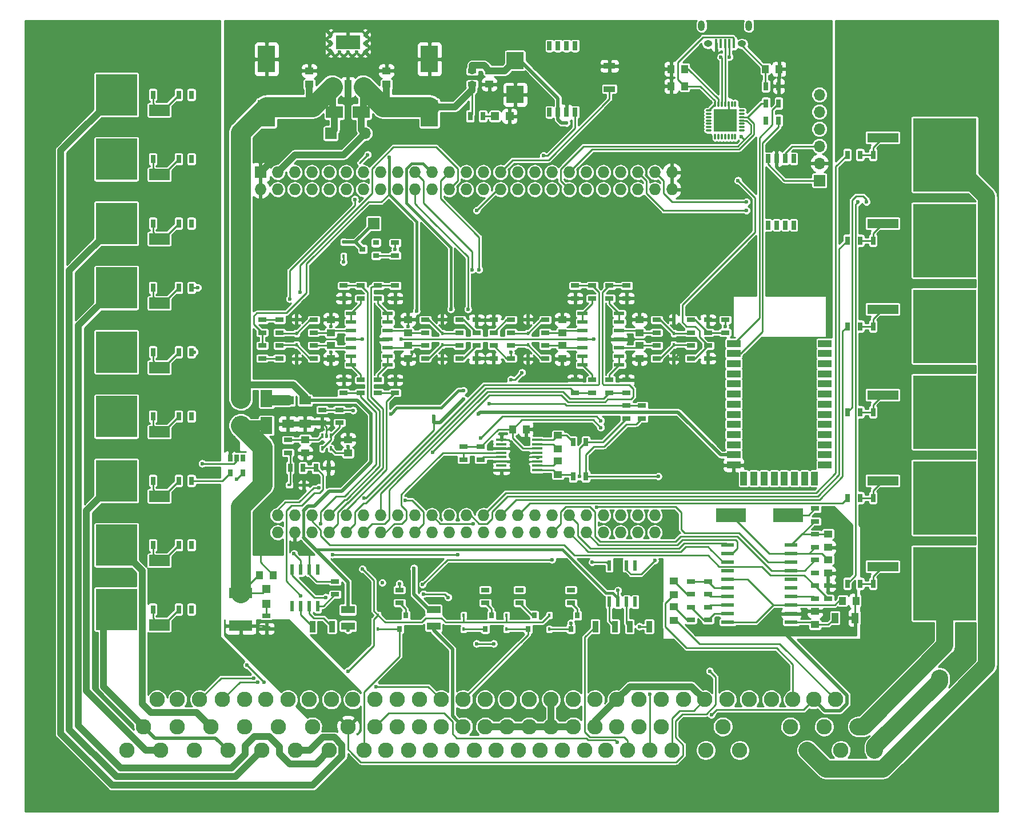
<source format=gbr>
G04 #@! TF.FileFunction,Copper,L1,Top,Signal*
%FSLAX46Y46*%
G04 Gerber Fmt 4.6, Leading zero omitted, Abs format (unit mm)*
G04 Created by KiCad (PCBNEW 4.0.6) date 01/07/18 00:35:13*
%MOMM*%
%LPD*%
G01*
G04 APERTURE LIST*
%ADD10C,0.100000*%
%ADD11C,5.500000*%
%ADD12R,1.000000X1.250000*%
%ADD13R,1.250000X1.000000*%
%ADD14R,2.500000X2.550000*%
%ADD15R,1.000000X1.600000*%
%ADD16R,0.450000X0.600000*%
%ADD17R,1.200000X1.200000*%
%ADD18R,1.800000X2.500000*%
%ADD19R,2.500000X1.800000*%
%ADD20R,1.500000X0.600000*%
%ADD21O,0.300000X0.850000*%
%ADD22O,0.850000X0.300000*%
%ADD23R,1.675000X1.675000*%
%ADD24R,1.950000X0.600000*%
%ADD25R,0.600000X1.550000*%
%ADD26R,0.800000X0.900000*%
%ADD27R,0.900000X0.800000*%
%ADD28R,1.300000X0.700000*%
%ADD29R,0.700000X1.300000*%
%ADD30R,0.900000X1.700000*%
%ADD31R,1.700000X0.900000*%
%ADD32R,1.727200X1.727200*%
%ADD33O,1.727200X1.727200*%
%ADD34R,4.500000X2.000000*%
%ADD35R,2.029460X1.140460*%
%ADD36R,1.700000X1.700000*%
%ADD37O,1.700000X1.700000*%
%ADD38R,0.600000X0.450000*%
%ADD39R,2.500000X4.000000*%
%ADD40R,1.600000X0.410000*%
%ADD41R,0.400000X0.650000*%
%ADD42R,0.650000X1.060000*%
%ADD43R,1.700000X1.300000*%
%ADD44R,0.690000X1.350000*%
%ADD45R,2.000000X1.000000*%
%ADD46R,1.000000X2.000000*%
%ADD47R,3.048000X1.651000*%
%ADD48R,6.096000X6.096000*%
%ADD49C,0.600000*%
%ADD50R,9.400000X10.800000*%
%ADD51R,4.600000X1.390000*%
%ADD52C,0.806000*%
%ADD53R,0.400000X1.350000*%
%ADD54O,1.250000X0.950000*%
%ADD55O,1.000000X1.550000*%
%ADD56C,2.286000*%
%ADD57R,3.657600X2.032000*%
%ADD58R,1.016000X2.032000*%
%ADD59R,3.500000X1.600000*%
%ADD60C,2.540000*%
%ADD61C,0.250000*%
%ADD62C,1.000000*%
%ADD63C,0.750000*%
%ADD64C,0.500000*%
%ADD65C,3.000000*%
%ADD66C,1.500000*%
%ADD67C,0.400000*%
%ADD68C,0.381000*%
%ADD69C,2.500000*%
%ADD70C,2.000000*%
%ADD71C,0.254000*%
G04 APERTURE END LIST*
D10*
D11*
X140000000Y-112000000D03*
X5000000Y-112000000D03*
X140000000Y-5000000D03*
X5000000Y-5000000D03*
D12*
X110125000Y-7620000D03*
X112125000Y-7620000D03*
D13*
X45720000Y-46720000D03*
X45720000Y-44720000D03*
X80010000Y-46720000D03*
X80010000Y-44720000D03*
D12*
X98155000Y-7620000D03*
X96155000Y-7620000D03*
X35195000Y-82550000D03*
X37195000Y-82550000D03*
X98155000Y-10160000D03*
X96155000Y-10160000D03*
D13*
X42545000Y-9890000D03*
X42545000Y-7890000D03*
X53975000Y-9890000D03*
X53975000Y-7890000D03*
X45720000Y-48530000D03*
X45720000Y-50530000D03*
X80010000Y-48530000D03*
X80010000Y-50530000D03*
X69215000Y-7890000D03*
X69215000Y-9890000D03*
D14*
X73025000Y-6365000D03*
X73025000Y-11415000D03*
D13*
X57150000Y-48530000D03*
X57150000Y-50530000D03*
X91440000Y-48530000D03*
X91440000Y-50530000D03*
X57150000Y-46720000D03*
X57150000Y-44720000D03*
X91440000Y-46720000D03*
X91440000Y-44720000D03*
D15*
X120420000Y-88900000D03*
X123420000Y-88900000D03*
D13*
X117475000Y-89900000D03*
X117475000Y-87900000D03*
D12*
X121555000Y-86360000D03*
X123555000Y-86360000D03*
D13*
X119380000Y-78470000D03*
X119380000Y-76470000D03*
X119380000Y-82280000D03*
X119380000Y-80280000D03*
X96520000Y-87265000D03*
X96520000Y-89265000D03*
X96520000Y-85455000D03*
X96520000Y-83455000D03*
D16*
X40640000Y-46770000D03*
X40640000Y-44670000D03*
X74930000Y-46770000D03*
X74930000Y-44670000D03*
D17*
X36195000Y-86825000D03*
X36195000Y-84625000D03*
D18*
X36195000Y-60420000D03*
X36195000Y-56420000D03*
X32385000Y-56420000D03*
X32385000Y-60420000D03*
D19*
X46260000Y-13970000D03*
X50260000Y-13970000D03*
D16*
X40640000Y-48480000D03*
X40640000Y-50580000D03*
X74930000Y-48480000D03*
X74930000Y-50580000D03*
D17*
X70020000Y-14605000D03*
X72220000Y-14605000D03*
D16*
X62230000Y-48480000D03*
X62230000Y-50580000D03*
X96520000Y-48480000D03*
X96520000Y-50580000D03*
X52705000Y-88485000D03*
X52705000Y-90585000D03*
X78105000Y-88485000D03*
X78105000Y-90585000D03*
X47625000Y-35340000D03*
X47625000Y-33240000D03*
X62230000Y-46770000D03*
X62230000Y-44670000D03*
X96520000Y-46770000D03*
X96520000Y-44670000D03*
X65405000Y-88485000D03*
X65405000Y-90585000D03*
D20*
X48735000Y-43815000D03*
X48735000Y-45085000D03*
X48735000Y-46355000D03*
X48735000Y-47625000D03*
X48735000Y-48895000D03*
X48735000Y-50165000D03*
X48735000Y-51435000D03*
X54135000Y-51435000D03*
X54135000Y-50165000D03*
X54135000Y-48895000D03*
X54135000Y-47625000D03*
X54135000Y-46355000D03*
X54135000Y-45085000D03*
X54135000Y-43815000D03*
D21*
X105640000Y-12790000D03*
X105140000Y-12790000D03*
X104640000Y-12790000D03*
X104140000Y-12790000D03*
X103640000Y-12790000D03*
X103140000Y-12790000D03*
X102640000Y-12790000D03*
D22*
X101690000Y-13740000D03*
X101690000Y-14240000D03*
X101690000Y-14740000D03*
X101690000Y-15240000D03*
X101690000Y-15740000D03*
X101690000Y-16240000D03*
X101690000Y-16740000D03*
D21*
X102640000Y-17690000D03*
X103140000Y-17690000D03*
X103640000Y-17690000D03*
X104140000Y-17690000D03*
X104640000Y-17690000D03*
X105140000Y-17690000D03*
X105640000Y-17690000D03*
D22*
X106590000Y-16740000D03*
X106590000Y-16240000D03*
X106590000Y-15740000D03*
X106590000Y-15240000D03*
X106590000Y-14740000D03*
X106590000Y-14240000D03*
X106590000Y-13740000D03*
D23*
X103302500Y-16077500D03*
X104977500Y-16077500D03*
X103302500Y-14402500D03*
X104977500Y-14402500D03*
D20*
X83025000Y-43815000D03*
X83025000Y-45085000D03*
X83025000Y-46355000D03*
X83025000Y-47625000D03*
X83025000Y-48895000D03*
X83025000Y-50165000D03*
X83025000Y-51435000D03*
X88425000Y-51435000D03*
X88425000Y-50165000D03*
X88425000Y-48895000D03*
X88425000Y-47625000D03*
X88425000Y-46355000D03*
X88425000Y-45085000D03*
X88425000Y-43815000D03*
D24*
X113920000Y-89535000D03*
X113920000Y-88265000D03*
X113920000Y-86995000D03*
X113920000Y-85725000D03*
X113920000Y-84455000D03*
X113920000Y-83185000D03*
X113920000Y-81915000D03*
X113920000Y-80645000D03*
X113920000Y-79375000D03*
X113920000Y-78105000D03*
X104520000Y-78105000D03*
X104520000Y-79375000D03*
X104520000Y-80645000D03*
X104520000Y-81915000D03*
X104520000Y-83185000D03*
X104520000Y-84455000D03*
X104520000Y-85725000D03*
X104520000Y-86995000D03*
X104520000Y-88265000D03*
X104520000Y-89535000D03*
D25*
X43815000Y-81755000D03*
X42545000Y-81755000D03*
X41275000Y-81755000D03*
X40005000Y-81755000D03*
X40005000Y-87155000D03*
X41275000Y-87155000D03*
X42545000Y-87155000D03*
X43815000Y-87155000D03*
X90805000Y-81120000D03*
X89535000Y-81120000D03*
X88265000Y-81120000D03*
X86995000Y-81120000D03*
X86995000Y-86520000D03*
X88265000Y-86520000D03*
X89535000Y-86520000D03*
X90805000Y-86520000D03*
D26*
X56830000Y-88535000D03*
X54930000Y-88535000D03*
X55880000Y-90535000D03*
X82230000Y-88535000D03*
X80330000Y-88535000D03*
X81280000Y-90535000D03*
D27*
X52435000Y-35240000D03*
X52435000Y-33340000D03*
X50435000Y-34290000D03*
D26*
X69530000Y-88535000D03*
X67630000Y-88535000D03*
X68580000Y-90535000D03*
D28*
X35560000Y-46670000D03*
X35560000Y-44770000D03*
X69850000Y-46670000D03*
X69850000Y-44770000D03*
D29*
X25080000Y-59055000D03*
X23180000Y-59055000D03*
D28*
X38100000Y-44770000D03*
X38100000Y-46670000D03*
X72390000Y-44770000D03*
X72390000Y-46670000D03*
D29*
X110175000Y-10160000D03*
X112075000Y-10160000D03*
D28*
X36195000Y-90485000D03*
X36195000Y-88585000D03*
X43180000Y-44770000D03*
X43180000Y-46670000D03*
X77470000Y-44770000D03*
X77470000Y-46670000D03*
D29*
X25080000Y-49530000D03*
X23180000Y-49530000D03*
X25080000Y-40005000D03*
X23180000Y-40005000D03*
D28*
X50165000Y-41590000D03*
X50165000Y-39690000D03*
X84455000Y-41590000D03*
X84455000Y-39690000D03*
D29*
X25080000Y-30480000D03*
X23180000Y-30480000D03*
D28*
X47625000Y-39690000D03*
X47625000Y-41590000D03*
X81915000Y-39690000D03*
X81915000Y-41590000D03*
X35560000Y-48580000D03*
X35560000Y-50480000D03*
X69850000Y-48580000D03*
X69850000Y-50480000D03*
D29*
X25080000Y-20955000D03*
X23180000Y-20955000D03*
D28*
X38100000Y-50480000D03*
X38100000Y-48580000D03*
X72390000Y-50480000D03*
X72390000Y-48580000D03*
X43180000Y-50480000D03*
X43180000Y-48580000D03*
X77470000Y-50480000D03*
X77470000Y-48580000D03*
D29*
X25080000Y-11430000D03*
X23180000Y-11430000D03*
X110175000Y-12700000D03*
X112075000Y-12700000D03*
X112075000Y-15240000D03*
X110175000Y-15240000D03*
X68260000Y-14605000D03*
X66360000Y-14605000D03*
X122240000Y-83820000D03*
X124140000Y-83820000D03*
X126050000Y-83820000D03*
X127950000Y-83820000D03*
X25080000Y-78105000D03*
X23180000Y-78105000D03*
D28*
X50165000Y-53660000D03*
X50165000Y-55560000D03*
X84455000Y-53660000D03*
X84455000Y-55560000D03*
X47625000Y-55560000D03*
X47625000Y-53660000D03*
X81915000Y-55560000D03*
X81915000Y-53660000D03*
D29*
X122240000Y-71120000D03*
X124140000Y-71120000D03*
X126050000Y-71120000D03*
X127950000Y-71120000D03*
X25080000Y-68580000D03*
X23180000Y-68580000D03*
D28*
X67310000Y-48580000D03*
X67310000Y-50480000D03*
X101600000Y-48580000D03*
X101600000Y-50480000D03*
X64770000Y-50480000D03*
X64770000Y-48580000D03*
X99060000Y-50480000D03*
X99060000Y-48580000D03*
D29*
X122240000Y-58420000D03*
X124140000Y-58420000D03*
X126050000Y-58420000D03*
X127950000Y-58420000D03*
D28*
X59690000Y-50480000D03*
X59690000Y-48580000D03*
X93980000Y-50480000D03*
X93980000Y-48580000D03*
X55880000Y-86675000D03*
X55880000Y-84775000D03*
D29*
X122240000Y-45720000D03*
X124140000Y-45720000D03*
X126050000Y-45720000D03*
X127950000Y-45720000D03*
D28*
X81280000Y-86675000D03*
X81280000Y-84775000D03*
D29*
X122240000Y-33020000D03*
X124140000Y-33020000D03*
X126050000Y-33020000D03*
X127950000Y-33020000D03*
D28*
X52705000Y-53660000D03*
X52705000Y-55560000D03*
X86995000Y-53660000D03*
X86995000Y-55560000D03*
X55245000Y-35240000D03*
X55245000Y-33340000D03*
D29*
X122240000Y-20320000D03*
X124140000Y-20320000D03*
X126050000Y-20320000D03*
X127950000Y-20320000D03*
D28*
X55245000Y-55560000D03*
X55245000Y-53660000D03*
X89535000Y-55560000D03*
X89535000Y-53660000D03*
X67310000Y-46670000D03*
X67310000Y-44770000D03*
X104140000Y-44770000D03*
X104140000Y-46670000D03*
X101600000Y-46670000D03*
X101600000Y-44770000D03*
X64770000Y-44770000D03*
X64770000Y-46670000D03*
X99060000Y-44770000D03*
X99060000Y-46670000D03*
X59690000Y-44770000D03*
X59690000Y-46670000D03*
X93980000Y-44770000D03*
X93980000Y-46670000D03*
X117475000Y-80330000D03*
X117475000Y-82230000D03*
X119380000Y-84140000D03*
X119380000Y-86040000D03*
X52705000Y-41590000D03*
X52705000Y-39690000D03*
X86995000Y-41590000D03*
X86995000Y-39690000D03*
X117475000Y-86040000D03*
X117475000Y-84140000D03*
X117475000Y-76520000D03*
X117475000Y-78420000D03*
X55245000Y-39690000D03*
X55245000Y-41590000D03*
X89535000Y-39690000D03*
X89535000Y-41590000D03*
X117475000Y-74610000D03*
X117475000Y-72710000D03*
X101600000Y-87315000D03*
X101600000Y-89215000D03*
X101600000Y-83505000D03*
X101600000Y-85405000D03*
X46355000Y-83505000D03*
X46355000Y-85405000D03*
X99060000Y-87315000D03*
X99060000Y-89215000D03*
X99060000Y-85405000D03*
X99060000Y-83505000D03*
D30*
X45900000Y-90170000D03*
X43000000Y-90170000D03*
D28*
X68580000Y-86675000D03*
X68580000Y-84775000D03*
D30*
X89990000Y-90170000D03*
X92890000Y-90170000D03*
D31*
X86995000Y-7190000D03*
X86995000Y-10590000D03*
D32*
X35290000Y-73710000D03*
D33*
X35290000Y-76250000D03*
X37830000Y-73710000D03*
X37830000Y-76250000D03*
X40370000Y-73710000D03*
X40370000Y-76250000D03*
X42910000Y-73710000D03*
X42910000Y-76250000D03*
X45450000Y-73710000D03*
X45450000Y-76250000D03*
X47990000Y-73710000D03*
X47990000Y-76250000D03*
X50530000Y-73710000D03*
X50530000Y-76250000D03*
X53070000Y-73710000D03*
X53070000Y-76250000D03*
X55610000Y-73710000D03*
X55610000Y-76250000D03*
X58150000Y-73710000D03*
X58150000Y-76250000D03*
X60690000Y-73710000D03*
X60690000Y-76250000D03*
X63230000Y-73710000D03*
X63230000Y-76250000D03*
X65770000Y-73710000D03*
X65770000Y-76250000D03*
X68310000Y-73710000D03*
X68310000Y-76250000D03*
X70850000Y-73710000D03*
X70850000Y-76250000D03*
X73390000Y-73710000D03*
X73390000Y-76250000D03*
X75930000Y-73710000D03*
X75930000Y-76250000D03*
X78470000Y-73710000D03*
X78470000Y-76250000D03*
X81010000Y-73710000D03*
X81010000Y-76250000D03*
X83550000Y-73710000D03*
X83550000Y-76250000D03*
X86090000Y-73710000D03*
X86090000Y-76250000D03*
X88630000Y-73710000D03*
X88630000Y-76250000D03*
X91170000Y-73710000D03*
X91170000Y-76250000D03*
X93710000Y-73710000D03*
X93710000Y-76250000D03*
X96250000Y-73710000D03*
X96250000Y-76250000D03*
D32*
X35290000Y-22910000D03*
D33*
X35290000Y-25450000D03*
X37830000Y-22910000D03*
X37830000Y-25450000D03*
X40370000Y-22910000D03*
X40370000Y-25450000D03*
X42910000Y-22910000D03*
X42910000Y-25450000D03*
X45450000Y-22910000D03*
X45450000Y-25450000D03*
X47990000Y-22910000D03*
X47990000Y-25450000D03*
X50530000Y-22910000D03*
X50530000Y-25450000D03*
X53070000Y-22910000D03*
X53070000Y-25450000D03*
X55610000Y-22910000D03*
X55610000Y-25450000D03*
X58150000Y-22910000D03*
X58150000Y-25450000D03*
X60690000Y-22910000D03*
X60690000Y-25450000D03*
X63230000Y-22910000D03*
X63230000Y-25450000D03*
X65770000Y-22910000D03*
X65770000Y-25450000D03*
X68310000Y-22910000D03*
X68310000Y-25450000D03*
X70850000Y-22910000D03*
X70850000Y-25450000D03*
X73390000Y-22910000D03*
X73390000Y-25450000D03*
X75930000Y-22910000D03*
X75930000Y-25450000D03*
X78470000Y-22910000D03*
X78470000Y-25450000D03*
X81010000Y-22910000D03*
X81010000Y-25450000D03*
X83550000Y-22910000D03*
X83550000Y-25450000D03*
X86090000Y-22910000D03*
X86090000Y-25450000D03*
X88630000Y-22910000D03*
X88630000Y-25450000D03*
X91170000Y-22910000D03*
X91170000Y-25450000D03*
X93710000Y-22910000D03*
X93710000Y-25450000D03*
X96250000Y-22910000D03*
X96250000Y-25450000D03*
D34*
X113470000Y-73660000D03*
X104970000Y-73660000D03*
D35*
X60960000Y-90103960D03*
X60960000Y-87696040D03*
X48260000Y-90103960D03*
X48260000Y-87696040D03*
D29*
X19370000Y-59055000D03*
X21270000Y-59055000D03*
X19370000Y-49530000D03*
X21270000Y-49530000D03*
X19370000Y-40005000D03*
X21270000Y-40005000D03*
X19370000Y-30480000D03*
X21270000Y-30480000D03*
X19370000Y-20955000D03*
X21270000Y-20955000D03*
X19370000Y-11430000D03*
X21270000Y-11430000D03*
D13*
X79375000Y-65675000D03*
X79375000Y-67675000D03*
D12*
X74660000Y-60960000D03*
X72660000Y-60960000D03*
D13*
X79375000Y-61865000D03*
X79375000Y-63865000D03*
D16*
X71755000Y-88485000D03*
X71755000Y-90585000D03*
D36*
X52070000Y-30480000D03*
D26*
X75880000Y-88535000D03*
X73980000Y-88535000D03*
X74930000Y-90535000D03*
D28*
X65405000Y-65466000D03*
X65405000Y-63566000D03*
D29*
X81600000Y-67945000D03*
X83500000Y-67945000D03*
X19370000Y-87630000D03*
X21270000Y-87630000D03*
X25080000Y-87630000D03*
X23180000Y-87630000D03*
X81600000Y-62865000D03*
X83500000Y-62865000D03*
D28*
X89535000Y-57470000D03*
X89535000Y-59370000D03*
D30*
X87810000Y-90170000D03*
X84910000Y-90170000D03*
D28*
X73660000Y-86675000D03*
X73660000Y-84775000D03*
X67945000Y-65466000D03*
X67945000Y-63566000D03*
D29*
X19370000Y-78105000D03*
X21270000Y-78105000D03*
X19370000Y-68580000D03*
X21270000Y-68580000D03*
D36*
X118110000Y-24130000D03*
D37*
X118110000Y-21590000D03*
X118110000Y-19050000D03*
X118110000Y-16510000D03*
X118110000Y-13970000D03*
X118110000Y-11430000D03*
D13*
X41910000Y-62500000D03*
X41910000Y-64500000D03*
X48260000Y-64500000D03*
X48260000Y-62500000D03*
D38*
X39590000Y-69215000D03*
X41690000Y-69215000D03*
D29*
X43500000Y-66675000D03*
X45400000Y-66675000D03*
X41590000Y-66675000D03*
X39690000Y-66675000D03*
D28*
X39370000Y-64450000D03*
X39370000Y-62550000D03*
X46990000Y-60005000D03*
X46990000Y-58105000D03*
X44450000Y-58105000D03*
X44450000Y-60005000D03*
D39*
X36195000Y-14160000D03*
X36195000Y-6160000D03*
X60325000Y-14160000D03*
X60325000Y-6160000D03*
D40*
X71005700Y-62547500D03*
X71005700Y-63182500D03*
X71005700Y-63817500D03*
X71005700Y-64452500D03*
X71005700Y-65087500D03*
X71005700Y-65722500D03*
X71005700Y-66357500D03*
X71005700Y-66992500D03*
X76314300Y-66992500D03*
X76314300Y-66357500D03*
X76314300Y-65722500D03*
X76314300Y-65087500D03*
X76314300Y-64452500D03*
X76314300Y-63817500D03*
X76314300Y-63182500D03*
X76314300Y-62547500D03*
D41*
X45735000Y-61915000D03*
X44435000Y-61915000D03*
X45085000Y-61915000D03*
X44435000Y-63815000D03*
X45735000Y-63815000D03*
D28*
X91821000Y-57470000D03*
X91821000Y-59370000D03*
D36*
X45720000Y-17145000D03*
D37*
X48260000Y-17145000D03*
X50800000Y-17145000D03*
D42*
X32700000Y-65194000D03*
X31750000Y-65194000D03*
X30800000Y-65194000D03*
X30800000Y-67394000D03*
X32700000Y-67394000D03*
D43*
X39370000Y-60170000D03*
X39370000Y-56670000D03*
X41910000Y-56670000D03*
X41910000Y-60170000D03*
D44*
X114300000Y-20904000D03*
X113030000Y-20904000D03*
X111760000Y-20904000D03*
X110490000Y-20904000D03*
X110490000Y-30734000D03*
X111760000Y-30734000D03*
X113030000Y-30734000D03*
X114300000Y-30734000D03*
D45*
X105410000Y-48260000D03*
X105410000Y-49760000D03*
X105410000Y-51260000D03*
X105410000Y-52760000D03*
X105410000Y-54260000D03*
X105410000Y-55760000D03*
X105410000Y-57260000D03*
X105410000Y-58760000D03*
X105410000Y-60260000D03*
X105410000Y-61760000D03*
X105410000Y-63260000D03*
X105410000Y-64760000D03*
X105410000Y-66260000D03*
D46*
X106910000Y-68260000D03*
X108410000Y-68260000D03*
X109910000Y-68260000D03*
X111410000Y-68260000D03*
X112910000Y-68260000D03*
X114410000Y-68260000D03*
X115910000Y-68260000D03*
X117410000Y-68260000D03*
D45*
X118910000Y-66260000D03*
X118910000Y-64760000D03*
X118910000Y-63260000D03*
X118910000Y-61760000D03*
X118910000Y-60260000D03*
X118910000Y-58760000D03*
X118910000Y-57260000D03*
X118910000Y-55760000D03*
X118910000Y-54260000D03*
X118910000Y-52760000D03*
X118910000Y-51260000D03*
X118910000Y-49760000D03*
X118910000Y-48260000D03*
D44*
X78105000Y-14021000D03*
X79375000Y-14021000D03*
X80645000Y-14021000D03*
X81915000Y-14021000D03*
X81915000Y-4191000D03*
X80645000Y-4191000D03*
X79375000Y-4191000D03*
X78105000Y-4191000D03*
D28*
X66675000Y-9840000D03*
X66675000Y-7940000D03*
D47*
X20320000Y-89916000D03*
D48*
X13970000Y-87630000D03*
D47*
X20320000Y-85344000D03*
D49*
X15875000Y-89535000D03*
X15875000Y-87630000D03*
X15875000Y-85725000D03*
X12065000Y-85725000D03*
X12065000Y-89535000D03*
X12065000Y-87630000D03*
X13970000Y-89535000D03*
X13970000Y-87630000D03*
X13970000Y-85725000D03*
D47*
X20320000Y-61341000D03*
D48*
X13970000Y-59055000D03*
D47*
X20320000Y-56769000D03*
D49*
X15875000Y-60960000D03*
X15875000Y-59055000D03*
X15875000Y-57150000D03*
X12065000Y-57150000D03*
X12065000Y-60960000D03*
X12065000Y-59055000D03*
X13970000Y-60960000D03*
X13970000Y-59055000D03*
X13970000Y-57150000D03*
D47*
X20320000Y-51816000D03*
D48*
X13970000Y-49530000D03*
D47*
X20320000Y-47244000D03*
D49*
X15875000Y-51435000D03*
X15875000Y-49530000D03*
X15875000Y-47625000D03*
X12065000Y-47625000D03*
X12065000Y-51435000D03*
X12065000Y-49530000D03*
X13970000Y-51435000D03*
X13970000Y-49530000D03*
X13970000Y-47625000D03*
D47*
X20320000Y-42291000D03*
D48*
X13970000Y-40005000D03*
D47*
X20320000Y-37719000D03*
D49*
X15875000Y-41910000D03*
X15875000Y-40005000D03*
X15875000Y-38100000D03*
X12065000Y-38100000D03*
X12065000Y-41910000D03*
X12065000Y-40005000D03*
X13970000Y-41910000D03*
X13970000Y-40005000D03*
X13970000Y-38100000D03*
D47*
X20320000Y-32766000D03*
D48*
X13970000Y-30480000D03*
D47*
X20320000Y-28194000D03*
D49*
X15875000Y-32385000D03*
X15875000Y-30480000D03*
X15875000Y-28575000D03*
X12065000Y-28575000D03*
X12065000Y-32385000D03*
X12065000Y-30480000D03*
X13970000Y-32385000D03*
X13970000Y-30480000D03*
X13970000Y-28575000D03*
D47*
X20320000Y-23241000D03*
D48*
X13970000Y-20955000D03*
D47*
X20320000Y-18669000D03*
D49*
X15875000Y-22860000D03*
X15875000Y-20955000D03*
X15875000Y-19050000D03*
X12065000Y-19050000D03*
X12065000Y-22860000D03*
X12065000Y-20955000D03*
X13970000Y-22860000D03*
X13970000Y-20955000D03*
X13970000Y-19050000D03*
D47*
X20320000Y-13716000D03*
D48*
X13970000Y-11430000D03*
D47*
X20320000Y-9144000D03*
D49*
X15875000Y-13335000D03*
X15875000Y-11430000D03*
X15875000Y-9525000D03*
X12065000Y-9525000D03*
X12065000Y-13335000D03*
X12065000Y-11430000D03*
X13970000Y-13335000D03*
X13970000Y-11430000D03*
X13970000Y-9525000D03*
D50*
X136660000Y-83820000D03*
D51*
X127500000Y-86360000D03*
X127500000Y-81280000D03*
D52*
X136580000Y-83820000D03*
X139580000Y-83820000D03*
X133580000Y-83820000D03*
X133580000Y-81320000D03*
X136580000Y-81320000D03*
X139580000Y-81320000D03*
X133580000Y-86320000D03*
X136580000Y-86320000D03*
X139580000Y-86320000D03*
D47*
X20320000Y-80391000D03*
D48*
X13970000Y-78105000D03*
D47*
X20320000Y-75819000D03*
D49*
X15875000Y-80010000D03*
X15875000Y-78105000D03*
X15875000Y-76200000D03*
X12065000Y-76200000D03*
X12065000Y-80010000D03*
X12065000Y-78105000D03*
X13970000Y-80010000D03*
X13970000Y-78105000D03*
X13970000Y-76200000D03*
D50*
X136660000Y-71120000D03*
D51*
X127500000Y-73660000D03*
X127500000Y-68580000D03*
D52*
X136580000Y-71120000D03*
X139580000Y-71120000D03*
X133580000Y-71120000D03*
X133580000Y-68620000D03*
X136580000Y-68620000D03*
X139580000Y-68620000D03*
X133580000Y-73620000D03*
X136580000Y-73620000D03*
X139580000Y-73620000D03*
D47*
X20320000Y-70866000D03*
D48*
X13970000Y-68580000D03*
D47*
X20320000Y-66294000D03*
D49*
X15875000Y-70485000D03*
X15875000Y-68580000D03*
X15875000Y-66675000D03*
X12065000Y-66675000D03*
X12065000Y-70485000D03*
X12065000Y-68580000D03*
X13970000Y-70485000D03*
X13970000Y-68580000D03*
X13970000Y-66675000D03*
D50*
X136660000Y-58420000D03*
D51*
X127500000Y-60960000D03*
X127500000Y-55880000D03*
D52*
X136580000Y-58420000D03*
X139580000Y-58420000D03*
X133580000Y-58420000D03*
X133580000Y-55920000D03*
X136580000Y-55920000D03*
X139580000Y-55920000D03*
X133580000Y-60920000D03*
X136580000Y-60920000D03*
X139580000Y-60920000D03*
D50*
X136660000Y-45720000D03*
D51*
X127500000Y-48260000D03*
X127500000Y-43180000D03*
D52*
X136580000Y-45720000D03*
X139580000Y-45720000D03*
X133580000Y-45720000D03*
X133580000Y-43220000D03*
X136580000Y-43220000D03*
X139580000Y-43220000D03*
X133580000Y-48220000D03*
X136580000Y-48220000D03*
X139580000Y-48220000D03*
D50*
X136660000Y-33020000D03*
D51*
X127500000Y-35560000D03*
X127500000Y-30480000D03*
D52*
X136580000Y-33020000D03*
X139580000Y-33020000D03*
X133580000Y-33020000D03*
X133580000Y-30520000D03*
X136580000Y-30520000D03*
X139580000Y-30520000D03*
X133580000Y-35520000D03*
X136580000Y-35520000D03*
X139580000Y-35520000D03*
D50*
X136660000Y-20320000D03*
D51*
X127500000Y-22860000D03*
X127500000Y-17780000D03*
D52*
X136580000Y-20320000D03*
X139580000Y-20320000D03*
X133580000Y-20320000D03*
X133580000Y-17820000D03*
X136580000Y-17820000D03*
X139580000Y-17820000D03*
X133580000Y-22820000D03*
X136580000Y-22820000D03*
X139580000Y-22820000D03*
D53*
X105440000Y-3890000D03*
X104790000Y-3890000D03*
X104140000Y-3890000D03*
X103490000Y-3890000D03*
X102840000Y-3890000D03*
D54*
X106640000Y-3890000D03*
X101640000Y-3890000D03*
D55*
X107640000Y-1190000D03*
X100640000Y-1190000D03*
D56*
X126292000Y-108500000D03*
X121292000Y-108500000D03*
X116292000Y-108500000D03*
X111292000Y-108500000D03*
X106292000Y-108500000D03*
X101292000Y-108500000D03*
X96292000Y-108500000D03*
X92992000Y-108500000D03*
X89692000Y-108500000D03*
X86492000Y-108500000D03*
X83292000Y-108500000D03*
X79992000Y-108500000D03*
X76692000Y-108500000D03*
X73492000Y-108500000D03*
X70192000Y-108500000D03*
X66992000Y-108500000D03*
X63692000Y-108500000D03*
X60492000Y-108500000D03*
X57292000Y-108500000D03*
X53892000Y-108500000D03*
X50692000Y-108500000D03*
X45492000Y-108500000D03*
X40492000Y-108500000D03*
X35492000Y-108500000D03*
X30492000Y-108500000D03*
X25492000Y-108500000D03*
X20492000Y-108500000D03*
X15492000Y-108500000D03*
X123792000Y-105000000D03*
X118792000Y-105000000D03*
X113792000Y-105000000D03*
X108792000Y-105000000D03*
X103792000Y-105000000D03*
X98792000Y-105000000D03*
X94642000Y-105000000D03*
X91342000Y-105000000D03*
X88092000Y-105000000D03*
X84892000Y-105000000D03*
X81642000Y-105000000D03*
X78342000Y-105000000D03*
X75092000Y-105000000D03*
X71842000Y-105000000D03*
X68592000Y-105000000D03*
X65342000Y-105000000D03*
X62092000Y-105000000D03*
X58892000Y-105000000D03*
X55592000Y-105000000D03*
X52292000Y-105000000D03*
X48292000Y-105000000D03*
X42992000Y-105000000D03*
X37992000Y-105000000D03*
X32992000Y-105000000D03*
X27992000Y-105000000D03*
X22992000Y-105000000D03*
X17992000Y-105000000D03*
X123792000Y-101000000D03*
X120492000Y-101000000D03*
X117292000Y-101000000D03*
X114192000Y-101000000D03*
X110992000Y-101000000D03*
X107692000Y-101000000D03*
X104392000Y-101000000D03*
X101092000Y-101000000D03*
X97992000Y-101000000D03*
X94642000Y-101000000D03*
X91342000Y-101000000D03*
X88092000Y-101000000D03*
X84892000Y-101000000D03*
X81642000Y-101000000D03*
X78342000Y-101000000D03*
X75092000Y-101000000D03*
X71842000Y-101000000D03*
X68592000Y-101000000D03*
X65342000Y-101000000D03*
X62092000Y-101000000D03*
X58892000Y-101000000D03*
X55592000Y-101000000D03*
X52292000Y-101000000D03*
X48992000Y-101000000D03*
X45792000Y-101000000D03*
X42492000Y-101000000D03*
X39392000Y-101000000D03*
X36092000Y-101000000D03*
X32992000Y-101000000D03*
X29692000Y-101000000D03*
X26292000Y-101000000D03*
X22992000Y-101000000D03*
X19992000Y-101000000D03*
D57*
X48260000Y-3683000D03*
D58*
X48260000Y-10287000D03*
X50546000Y-10287000D03*
X45974000Y-10287000D03*
D49*
X50800000Y-2540000D03*
X50800000Y-5080000D03*
X50800000Y-3810000D03*
X45720000Y-2540000D03*
X45720000Y-3810000D03*
X45720000Y-5080000D03*
X46990000Y-5080000D03*
X48260000Y-5080000D03*
X49530000Y-5080000D03*
D59*
X32385000Y-85190000D03*
X32385000Y-90070000D03*
D49*
X51181000Y-20320000D03*
X31750000Y-63627000D03*
X63119000Y-85852000D03*
X59436000Y-85344000D03*
X73660000Y-66040000D03*
X73660000Y-64770000D03*
X41910000Y-78740000D03*
X46355000Y-83505000D03*
X53340000Y-83693000D03*
X99060000Y-49530000D03*
X101600000Y-45720000D03*
X67310000Y-92710000D03*
X69850000Y-92710000D03*
X74660000Y-60960000D03*
X113030000Y-91186000D03*
X102108000Y-103251000D03*
X37195000Y-82550000D03*
X86725000Y-47625000D03*
X45720000Y-45720000D03*
X45720000Y-49530000D03*
X57785000Y-49530000D03*
X57150000Y-45720000D03*
X52435000Y-47625000D03*
X102616000Y-5842000D03*
X103302500Y-14402500D03*
X103302500Y-16077500D03*
X104977500Y-16077500D03*
X104977500Y-14402500D03*
X69215000Y-57150000D03*
X65405000Y-55245000D03*
X88265000Y-84820000D03*
X51689000Y-58674000D03*
X54610000Y-58674000D03*
X85725000Y-60706000D03*
X117475000Y-82230000D03*
X66675000Y-10795000D03*
X117475000Y-89916000D03*
X80645000Y-15621000D03*
X48260000Y-63500000D03*
X50435000Y-47625000D03*
X84725000Y-47625000D03*
X66675000Y-7089140D03*
X54356000Y-20701000D03*
X58420000Y-43434000D03*
X56134000Y-47625000D03*
X58039000Y-81534000D03*
X60960000Y-59055000D03*
X63500000Y-43180000D03*
X31750000Y-68326000D03*
X40275000Y-79375000D03*
X50673000Y-71120000D03*
X43942000Y-69596000D03*
X67564000Y-58674000D03*
X65405000Y-56515000D03*
X104140000Y-45720000D03*
X101854000Y-96774000D03*
X82550000Y-67945000D03*
X64516000Y-79502000D03*
X45974000Y-79502000D03*
X81280000Y-89662000D03*
X68580000Y-90551000D03*
X104775000Y-5842000D03*
X103505000Y-5842000D03*
X110109000Y-15240000D03*
X106553000Y-17653000D03*
X25146000Y-78105000D03*
X26670000Y-66040000D03*
X85090000Y-72517000D03*
X66802000Y-74930000D03*
X41148000Y-40640000D03*
X43815000Y-81755000D03*
X59309000Y-83947000D03*
X78486000Y-80264000D03*
X44958000Y-85852000D03*
X43000000Y-90170000D03*
X34925000Y-98425000D03*
X45900000Y-90170000D03*
X34290000Y-97790000D03*
X93726000Y-80391000D03*
X67691000Y-37338000D03*
X62992000Y-95504000D03*
X54930000Y-88535000D03*
X57404000Y-90297000D03*
X64516000Y-95504000D03*
X80330000Y-88535000D03*
X73980000Y-88535000D03*
X52435000Y-33340000D03*
X28956000Y-39751000D03*
X139700000Y-92710000D03*
X138430000Y-90170000D03*
X139700000Y-90170000D03*
X140970000Y-90170000D03*
X140970000Y-91440000D03*
X134620000Y-90170000D03*
X138430000Y-91440000D03*
X139700000Y-91440000D03*
X133350000Y-92710000D03*
X132080000Y-91440000D03*
X132080000Y-90170000D03*
X133350000Y-90170000D03*
X133350000Y-91440000D03*
X134620000Y-91440000D03*
X112649000Y-101600000D03*
X109347000Y-101600000D03*
X88265000Y-82820000D03*
D60*
X135890000Y-97790000D03*
D49*
X38100000Y-44770000D03*
X72390000Y-44770000D03*
X25146000Y-59055000D03*
X25527000Y-49530000D03*
X26035000Y-40005000D03*
X25146000Y-30480000D03*
X38100000Y-50480000D03*
X25146000Y-20955000D03*
X25146000Y-11430000D03*
X107315000Y-27305000D03*
X123825000Y-27305000D03*
X44196000Y-74993500D03*
X93002100Y-100215700D03*
X67310000Y-48580000D03*
X107315000Y-28575000D03*
X125095000Y-27305000D03*
X49276000Y-26924000D03*
X39624000Y-41656000D03*
X55880000Y-83820000D03*
X74041000Y-52578000D03*
X72390000Y-53594000D03*
X66675000Y-37338000D03*
X81280000Y-84775000D03*
X67310000Y-28575000D03*
X55245000Y-34290000D03*
X64770000Y-44770000D03*
X60833000Y-64389000D03*
X68580000Y-84775000D03*
X66040000Y-43180000D03*
X91440000Y-90170000D03*
X56769000Y-71501000D03*
X49022000Y-58166000D03*
X73660000Y-84709000D03*
X84455000Y-80645000D03*
X25080000Y-87630000D03*
X67945000Y-65405000D03*
X67945000Y-62230000D03*
X85725000Y-59690000D03*
X48260000Y-90738960D03*
X88138000Y-107315000D03*
X52451000Y-99060000D03*
X41275000Y-85598000D03*
X72390000Y-49530000D03*
X77216000Y-20447000D03*
X94234000Y-67945000D03*
X106045000Y-24130000D03*
X48260000Y-96774000D03*
X35814000Y-98425000D03*
X33274000Y-95885000D03*
X50419000Y-81661000D03*
X47625000Y-36195000D03*
D61*
X49974500Y-21526500D02*
X51181000Y-20320000D01*
X50800000Y-20701000D02*
X49974500Y-21526500D01*
X30800000Y-65194000D02*
X30800000Y-64577000D01*
X30800000Y-64577000D02*
X31750000Y-63627000D01*
D62*
X44069000Y-19050000D02*
X39150000Y-19050000D01*
X47117000Y-19050000D02*
X44069000Y-19050000D01*
X48260000Y-17907000D02*
X47117000Y-19050000D01*
X39150000Y-19050000D02*
X35290000Y-22910000D01*
X48260000Y-17145000D02*
X48260000Y-17907000D01*
X48260000Y-10287000D02*
X48260000Y-17145000D01*
X71842000Y-105000000D02*
X68592000Y-105000000D01*
X96012000Y-99060000D02*
X99152000Y-99060000D01*
X99152000Y-99060000D02*
X101092000Y-101000000D01*
D61*
X59436000Y-85344000D02*
X62611000Y-85344000D01*
X62611000Y-85344000D02*
X63119000Y-85852000D01*
X101092000Y-101000000D02*
X99476000Y-102616000D01*
X99476000Y-102616000D02*
X97409000Y-102616000D01*
X97409000Y-102616000D02*
X96266000Y-103759000D01*
X96266000Y-103759000D02*
X96266000Y-108474000D01*
X96266000Y-108474000D02*
X96292000Y-108500000D01*
X45085000Y-61915000D02*
X45085000Y-60640000D01*
X45085000Y-60640000D02*
X44450000Y-60005000D01*
X73660000Y-66040000D02*
X75247500Y-64452500D01*
X75247500Y-64452500D02*
X76314300Y-64452500D01*
X73660000Y-66040000D02*
X74612500Y-65087500D01*
X74612500Y-65087500D02*
X76314300Y-65087500D01*
X73660000Y-66040000D02*
X73977500Y-65722500D01*
X73977500Y-65722500D02*
X76314300Y-65722500D01*
X73660000Y-66040000D02*
X72707500Y-66992500D01*
X72707500Y-66992500D02*
X71005700Y-66992500D01*
X73660000Y-66040000D02*
X73342500Y-65722500D01*
X73342500Y-65722500D02*
X71005700Y-65722500D01*
X71005700Y-62547500D02*
X72072500Y-62547500D01*
X73660000Y-64135000D02*
X73660000Y-64770000D01*
X72072500Y-62547500D02*
X73660000Y-64135000D01*
X72707500Y-63817500D02*
X71005700Y-63817500D01*
X73660000Y-64770000D02*
X72707500Y-63817500D01*
X42545000Y-81755000D02*
X42545000Y-79375000D01*
X42545000Y-79375000D02*
X41910000Y-78740000D01*
X42545000Y-79375000D02*
X41910000Y-78740000D01*
D63*
X44450000Y-60005000D02*
X42075000Y-60005000D01*
X42075000Y-60005000D02*
X41910000Y-60170000D01*
X41910000Y-60170000D02*
X39370000Y-60170000D01*
D61*
X42545000Y-82423000D02*
X43627000Y-83505000D01*
X46355000Y-83505000D02*
X43627000Y-83505000D01*
X101600000Y-44770000D02*
X101600000Y-45720000D01*
X97570000Y-49530000D02*
X96520000Y-50580000D01*
X99060000Y-49530000D02*
X97570000Y-49530000D01*
X123555000Y-86360000D02*
X123420000Y-86495000D01*
X123420000Y-86495000D02*
X123420000Y-88900000D01*
X69850000Y-92710000D02*
X67310000Y-92710000D01*
D64*
X117292000Y-101000000D02*
X118908000Y-102616000D01*
X122174000Y-100330000D02*
X113030000Y-91186000D01*
X122174000Y-101600000D02*
X122174000Y-100330000D01*
X121158000Y-102616000D02*
X122174000Y-101600000D01*
X118908000Y-102616000D02*
X121158000Y-102616000D01*
D61*
X117292000Y-101000000D02*
X115803000Y-102489000D01*
X115803000Y-102489000D02*
X102870000Y-102489000D01*
X102870000Y-102489000D02*
X102108000Y-103251000D01*
D62*
X78342000Y-105000000D02*
X78342000Y-101000000D01*
X81642000Y-105000000D02*
X78342000Y-105000000D01*
X78342000Y-105000000D02*
X75092000Y-105000000D01*
X75092000Y-105000000D02*
X71842000Y-105000000D01*
X88092000Y-101000000D02*
X84892000Y-104200000D01*
X84892000Y-104200000D02*
X84892000Y-105000000D01*
X90032000Y-99060000D02*
X88092000Y-101000000D01*
D61*
X42545000Y-82423000D02*
X42545000Y-81755000D01*
X86725000Y-47625000D02*
X88425000Y-47625000D01*
X45720000Y-44720000D02*
X45720000Y-45720000D01*
X45720000Y-50530000D02*
X45720000Y-49530000D01*
X57150000Y-50530000D02*
X57785000Y-49895000D01*
X57785000Y-49895000D02*
X57785000Y-49530000D01*
X57150000Y-44720000D02*
X57150000Y-45720000D01*
X52435000Y-47625000D02*
X54135000Y-47625000D01*
X35290000Y-76250000D02*
X35290000Y-80645000D01*
X35290000Y-80645000D02*
X37195000Y-82550000D01*
X102840900Y-4102540D02*
X102840900Y-5617100D01*
X102840900Y-5617100D02*
X102616000Y-5842000D01*
X104640000Y-14065000D02*
X104977500Y-14402500D01*
X104640000Y-12790000D02*
X104640000Y-14065000D01*
D62*
X96052000Y-99060000D02*
X96012000Y-99060000D01*
X96012000Y-99060000D02*
X90032000Y-99060000D01*
D61*
X79375000Y-65675000D02*
X78692500Y-66357500D01*
X78692500Y-66357500D02*
X76314300Y-66357500D01*
X79375000Y-65675000D02*
X79030000Y-66020000D01*
X45720000Y-46720000D02*
X45670000Y-46670000D01*
X45670000Y-46670000D02*
X43180000Y-46670000D01*
X45720000Y-46720000D02*
X46085000Y-46355000D01*
X46085000Y-46355000D02*
X48735000Y-46355000D01*
X80010000Y-46720000D02*
X80375000Y-46355000D01*
X80375000Y-46355000D02*
X83025000Y-46355000D01*
X77470000Y-46670000D02*
X77520000Y-46720000D01*
X77520000Y-46720000D02*
X80010000Y-46720000D01*
X103140000Y-12790000D02*
X103140000Y-12081000D01*
X98679000Y-7620000D02*
X98155000Y-7620000D01*
X103140000Y-12081000D02*
X98679000Y-7620000D01*
X35195000Y-82550000D02*
X35026600Y-82550000D01*
D65*
X35560000Y-63595000D02*
X32385000Y-60420000D01*
X35560000Y-69215000D02*
X35560000Y-63595000D01*
D66*
X32385000Y-60420000D02*
X36195000Y-60420000D01*
D61*
X36195000Y-84625000D02*
X35628400Y-85191600D01*
D65*
X32385000Y-72390000D02*
X35560000Y-69215000D01*
D61*
X35026600Y-82550000D02*
X32385000Y-85191600D01*
D65*
X32385000Y-85191600D02*
X32385000Y-72390000D01*
D61*
X35628400Y-85191600D02*
X32385000Y-85191600D01*
X79375000Y-61865000D02*
X78692500Y-62547500D01*
X78692500Y-62547500D02*
X76314300Y-62547500D01*
X81600000Y-62865000D02*
X80600000Y-61865000D01*
X80600000Y-61865000D02*
X79375000Y-61865000D01*
X105440900Y-4102540D02*
X105440900Y-3078900D01*
X97155000Y-9160000D02*
X98155000Y-10160000D01*
X97155000Y-6604000D02*
X97155000Y-9160000D01*
X100838000Y-2921000D02*
X97155000Y-6604000D01*
X105283000Y-2921000D02*
X100838000Y-2921000D01*
X105440900Y-3078900D02*
X105283000Y-2921000D01*
X102640000Y-12790000D02*
X102640000Y-12343000D01*
X100457000Y-10160000D02*
X98155000Y-10160000D01*
X102640000Y-12343000D02*
X100457000Y-10160000D01*
X101690000Y-13740000D02*
X102640000Y-12790000D01*
D62*
X42545000Y-9890000D02*
X42545000Y-12704000D01*
X46260000Y-13970000D02*
X46260000Y-16605000D01*
X46260000Y-16605000D02*
X45720000Y-17145000D01*
D61*
X89535000Y-57470000D02*
X91821000Y-57470000D01*
D67*
X65405000Y-55245000D02*
X64643000Y-55245000D01*
X62103000Y-57785000D02*
X64643000Y-55245000D01*
X55499000Y-57785000D02*
X62103000Y-57785000D01*
D61*
X69215000Y-57150000D02*
X80391000Y-57150000D01*
X80391000Y-57150000D02*
X80645000Y-57404000D01*
X80645000Y-57404000D02*
X89469000Y-57404000D01*
X89469000Y-57404000D02*
X89535000Y-57470000D01*
X88265000Y-84820000D02*
X88265000Y-86520000D01*
D62*
X41910000Y-56670000D02*
X41910000Y-56134000D01*
X41910000Y-56134000D02*
X40132000Y-54356000D01*
X40132000Y-54356000D02*
X32385000Y-54356000D01*
D67*
X88265000Y-86520000D02*
X88265000Y-85979000D01*
X88265000Y-85979000D02*
X87503000Y-85217000D01*
X87503000Y-85217000D02*
X86487000Y-85217000D01*
X86487000Y-85217000D02*
X80010000Y-78740000D01*
D64*
X48768000Y-56642000D02*
X41938000Y-56642000D01*
D67*
X41938000Y-56642000D02*
X41910000Y-56670000D01*
D62*
X42545000Y-12704000D02*
X43051000Y-13210000D01*
X45974000Y-10287000D02*
X45974000Y-13684000D01*
X45974000Y-13684000D02*
X46260000Y-13970000D01*
D65*
X45974000Y-10287000D02*
X43051000Y-13210000D01*
X43051000Y-13210000D02*
X36195000Y-13210000D01*
X32385000Y-56420000D02*
X32385000Y-54356000D01*
X32385000Y-54356000D02*
X32385000Y-17020000D01*
X32385000Y-17020000D02*
X36195000Y-13210000D01*
D64*
X49657000Y-56642000D02*
X48768000Y-56642000D01*
D67*
X80010000Y-78740000D02*
X43434000Y-78740000D01*
D64*
X48260000Y-83566000D02*
X43434000Y-78740000D01*
D67*
X54610000Y-58674000D02*
X55499000Y-57785000D01*
D64*
X41656000Y-73025000D02*
X42377090Y-72303910D01*
X43434000Y-78740000D02*
X41656000Y-76962000D01*
D67*
X41656000Y-76962000D02*
X41656000Y-73025000D01*
D64*
X42377090Y-72303910D02*
X43266090Y-72303910D01*
X43266090Y-72303910D02*
X45466000Y-70104000D01*
X45466000Y-70104000D02*
X47371000Y-70104000D01*
X47371000Y-70104000D02*
X51689000Y-65786000D01*
X51689000Y-65786000D02*
X51689000Y-58674000D01*
X51689000Y-58674000D02*
X49657000Y-56642000D01*
X48260000Y-86995000D02*
X48260000Y-83566000D01*
X48260000Y-87696040D02*
X48260000Y-86995000D01*
D62*
X66675000Y-10795000D02*
X66675000Y-9840000D01*
X50260000Y-13970000D02*
X50260000Y-16605000D01*
X50260000Y-16605000D02*
X50800000Y-17145000D01*
X44450000Y-20320000D02*
X47625000Y-20320000D01*
X47625000Y-20320000D02*
X50800000Y-17145000D01*
D61*
X72660000Y-60960000D02*
X72660000Y-62246000D01*
X74231500Y-63817500D02*
X76314300Y-63817500D01*
X72660000Y-62246000D02*
X74231500Y-63817500D01*
X67945000Y-63566000D02*
X70551000Y-60960000D01*
X70551000Y-60960000D02*
X72660000Y-60960000D01*
X72660000Y-60960000D02*
X74057000Y-59563000D01*
X84582000Y-59563000D02*
X85725000Y-60706000D01*
X74057000Y-59563000D02*
X84582000Y-59563000D01*
D64*
X66675000Y-10795000D02*
X66675000Y-10690860D01*
D61*
X65405000Y-63566000D02*
X67945000Y-63566000D01*
X117475000Y-89900000D02*
X117475000Y-89916000D01*
X66360000Y-14605000D02*
X66675000Y-14290000D01*
X66675000Y-14290000D02*
X66675000Y-10690860D01*
D62*
X60325000Y-13210000D02*
X64155860Y-13210000D01*
X64155860Y-13210000D02*
X66675000Y-10690860D01*
X40420000Y-20320000D02*
X37830000Y-22910000D01*
X44450000Y-20320000D02*
X40420000Y-20320000D01*
X53975000Y-9890000D02*
X53975000Y-12704000D01*
X53975000Y-12704000D02*
X53469000Y-13210000D01*
X50546000Y-10287000D02*
X50546000Y-13684000D01*
X50546000Y-13684000D02*
X50260000Y-13970000D01*
D65*
X50546000Y-10287000D02*
X53469000Y-13210000D01*
X53469000Y-13210000D02*
X60325000Y-13210000D01*
D61*
X117475000Y-89900000D02*
X119420000Y-89900000D01*
X119420000Y-89900000D02*
X120420000Y-88900000D01*
X113920000Y-89535000D02*
X117110000Y-89535000D01*
X117110000Y-89535000D02*
X117475000Y-89900000D01*
X45720000Y-48530000D02*
X45670000Y-48580000D01*
X45670000Y-48580000D02*
X43180000Y-48580000D01*
X45720000Y-48530000D02*
X46085000Y-48895000D01*
X46085000Y-48895000D02*
X48735000Y-48895000D01*
X80010000Y-48530000D02*
X80375000Y-48895000D01*
X80375000Y-48895000D02*
X83025000Y-48895000D01*
X77470000Y-48580000D02*
X77520000Y-48530000D01*
X77520000Y-48530000D02*
X80010000Y-48530000D01*
D62*
X66675000Y-7089140D02*
X66675000Y-7940000D01*
D64*
X79375000Y-14021000D02*
X79375000Y-15113000D01*
X79883000Y-15621000D02*
X80645000Y-15621000D01*
X79375000Y-15113000D02*
X79883000Y-15621000D01*
X73025000Y-6365000D02*
X73802000Y-6365000D01*
X73802000Y-6365000D02*
X79375000Y-11938000D01*
X79375000Y-11938000D02*
X79375000Y-14021000D01*
D61*
X118110000Y-19050000D02*
X114046000Y-19050000D01*
X113030000Y-20066000D02*
X113030000Y-20904000D01*
X114046000Y-19050000D02*
X113030000Y-20066000D01*
X48260000Y-64500000D02*
X46420000Y-64500000D01*
X46420000Y-64500000D02*
X45735000Y-63815000D01*
D67*
X48260000Y-63500000D02*
X48260000Y-64500000D01*
D61*
X42132250Y-40735250D02*
X42132250Y-36480750D01*
X53213000Y-27305000D02*
X54356000Y-26162000D01*
X51308000Y-27305000D02*
X53213000Y-27305000D01*
X42132250Y-36480750D02*
X51308000Y-27305000D01*
X50435000Y-47625000D02*
X48735000Y-47625000D01*
X84725000Y-47625000D02*
X83025000Y-47625000D01*
D67*
X54356000Y-26162000D02*
X54356000Y-20701000D01*
X54356000Y-26162000D02*
X58420000Y-30226000D01*
X58420000Y-30226000D02*
X58420000Y-43434000D01*
D61*
X83025000Y-47625000D02*
X56134000Y-47625000D01*
X35560000Y-46670000D02*
X34290000Y-45400000D01*
X39116000Y-43751500D02*
X42132250Y-40735250D01*
X34734500Y-43751500D02*
X39116000Y-43751500D01*
X34290000Y-44196000D02*
X34734500Y-43751500D01*
X34290000Y-45400000D02*
X34290000Y-44196000D01*
D62*
X69215000Y-7890000D02*
X71500000Y-7890000D01*
X71500000Y-7890000D02*
X73025000Y-6365000D01*
X66675000Y-7089140D02*
X68414140Y-7089140D01*
X68414140Y-7089140D02*
X69215000Y-7890000D01*
D61*
X35560000Y-48580000D02*
X35560000Y-47625000D01*
X35560000Y-47625000D02*
X35560000Y-46670000D01*
D64*
X59339480Y-86710520D02*
X60325000Y-87696040D01*
X60325000Y-87696040D02*
X60960000Y-87696040D01*
X58039000Y-85410040D02*
X58039000Y-81534000D01*
X59339480Y-86710520D02*
X58039000Y-85410040D01*
D61*
X59690000Y-48580000D02*
X59640000Y-48530000D01*
X59640000Y-48530000D02*
X57150000Y-48530000D01*
X57150000Y-48530000D02*
X56785000Y-48895000D01*
X56785000Y-48895000D02*
X54135000Y-48895000D01*
X93980000Y-48580000D02*
X93930000Y-48530000D01*
X93930000Y-48530000D02*
X91440000Y-48530000D01*
X91440000Y-48530000D02*
X91075000Y-48895000D01*
X91075000Y-48895000D02*
X88425000Y-48895000D01*
X59690000Y-46670000D02*
X59640000Y-46720000D01*
X59640000Y-46720000D02*
X57150000Y-46720000D01*
X57150000Y-46720000D02*
X56785000Y-46355000D01*
X56785000Y-46355000D02*
X54135000Y-46355000D01*
X93980000Y-46670000D02*
X93930000Y-46720000D01*
X93930000Y-46720000D02*
X91440000Y-46720000D01*
X91440000Y-46720000D02*
X91075000Y-46355000D01*
X91075000Y-46355000D02*
X88425000Y-46355000D01*
X118475000Y-86995000D02*
X120380000Y-86995000D01*
X113920000Y-86995000D02*
X118475000Y-86995000D01*
X120380000Y-86995000D02*
X121285000Y-86090000D01*
X104520000Y-89535000D02*
X108712000Y-89535000D01*
X108712000Y-89535000D02*
X111252000Y-86995000D01*
X104520000Y-83185000D02*
X107442000Y-83185000D01*
X111252000Y-86995000D02*
X113920000Y-86995000D01*
X107442000Y-83185000D02*
X111252000Y-86995000D01*
X117475000Y-76520000D02*
X119330000Y-76520000D01*
X119330000Y-76520000D02*
X119380000Y-76470000D01*
X117475000Y-76520000D02*
X115505000Y-76520000D01*
X115443000Y-76581000D02*
X115443000Y-76582000D01*
X115444000Y-76581000D02*
X115443000Y-76581000D01*
X115505000Y-76520000D02*
X115444000Y-76581000D01*
X117475000Y-74610000D02*
X117415000Y-74610000D01*
X117415000Y-74610000D02*
X115443000Y-76582000D01*
X115443000Y-76582000D02*
X113920000Y-78105000D01*
X116578000Y-79367000D02*
X118467000Y-79367000D01*
X118467000Y-79367000D02*
X119380000Y-80280000D01*
X116570000Y-79375000D02*
X116578000Y-79367000D01*
X116578000Y-79367000D02*
X117475000Y-78470000D01*
X117475000Y-78470000D02*
X117475000Y-78420000D01*
X113920000Y-79375000D02*
X116570000Y-79375000D01*
X113920000Y-79375000D02*
X110685000Y-79375000D01*
X110685000Y-79375000D02*
X104970000Y-73660000D01*
X99060000Y-89215000D02*
X98470000Y-89215000D01*
X98470000Y-89215000D02*
X96520000Y-87265000D01*
X96520000Y-89265000D02*
X96885000Y-89265000D01*
X96885000Y-89265000D02*
X100330000Y-92710000D01*
X100330000Y-92710000D02*
X112202000Y-92710000D01*
X112202000Y-92710000D02*
X120492000Y-101000000D01*
X96520000Y-85455000D02*
X95250000Y-86725000D01*
X114192000Y-95777000D02*
X114192000Y-101000000D01*
X111760000Y-93345000D02*
X114192000Y-95777000D01*
X98425000Y-93345000D02*
X111760000Y-93345000D01*
X95250000Y-90170000D02*
X98425000Y-93345000D01*
X95250000Y-86725000D02*
X95250000Y-90170000D01*
X99060000Y-85405000D02*
X98470000Y-85405000D01*
X98470000Y-85405000D02*
X96520000Y-83455000D01*
X31750000Y-68326000D02*
X31768000Y-68326000D01*
X31768000Y-68326000D02*
X32700000Y-67394000D01*
D68*
X63500000Y-43180000D02*
X63500000Y-34036000D01*
D64*
X60960000Y-60005000D02*
X60960000Y-59055000D01*
D68*
X59370000Y-21590000D02*
X60690000Y-22910000D01*
X57658000Y-21590000D02*
X59370000Y-21590000D01*
X56896000Y-22352000D02*
X57658000Y-21590000D01*
X56896000Y-27432000D02*
X56896000Y-22352000D01*
X63500000Y-34036000D02*
X56896000Y-27432000D01*
D61*
X40275000Y-79375000D02*
X40259000Y-79359000D01*
X41275000Y-81755000D02*
X41275000Y-80375000D01*
X41275000Y-80375000D02*
X40275000Y-79375000D01*
X37830000Y-76930000D02*
X37830000Y-76250000D01*
X37830000Y-73710000D02*
X37830000Y-72914000D01*
X37830000Y-72914000D02*
X38989000Y-71755000D01*
X43180000Y-69596000D02*
X43942000Y-69596000D01*
X41021000Y-71755000D02*
X43180000Y-69596000D01*
X38989000Y-71755000D02*
X41021000Y-71755000D01*
X50927000Y-71120000D02*
X51689000Y-70358000D01*
X60960000Y-61087000D02*
X51689000Y-70358000D01*
X60960000Y-60005000D02*
X60960000Y-61087000D01*
X50673000Y-71120000D02*
X50927000Y-71120000D01*
D64*
X67818000Y-58420000D02*
X71755000Y-58420000D01*
X67564000Y-58674000D02*
X67818000Y-58420000D01*
X105410000Y-64760000D02*
X103495000Y-64760000D01*
X97155000Y-58420000D02*
X71755000Y-58420000D01*
X103495000Y-64760000D02*
X97155000Y-58420000D01*
X65405000Y-56515000D02*
X61915000Y-60005000D01*
X61915000Y-60005000D02*
X60960000Y-60005000D01*
D61*
X35778400Y-90068400D02*
X32385000Y-90068400D01*
X48831500Y-108902500D02*
X48292000Y-108363000D01*
X48292000Y-108363000D02*
X48292000Y-105000000D01*
X96901000Y-110236000D02*
X97917000Y-109220000D01*
X97790000Y-103124000D02*
X101346000Y-103124000D01*
X96774000Y-104140000D02*
X97790000Y-103124000D01*
X96774000Y-106553000D02*
X96774000Y-104140000D01*
X97917000Y-107696000D02*
X96774000Y-106553000D01*
X97917000Y-109220000D02*
X97917000Y-107696000D01*
X104140000Y-45720000D02*
X104140000Y-44770000D01*
X101346000Y-103124000D02*
X102743000Y-101727000D01*
X102743000Y-101727000D02*
X102743000Y-97663000D01*
X102743000Y-97663000D02*
X101854000Y-96774000D01*
X50165000Y-110236000D02*
X96901000Y-110236000D01*
X48831500Y-108902500D02*
X50165000Y-110236000D01*
X36195000Y-90485000D02*
X35778400Y-90068400D01*
X82550000Y-63815000D02*
X82550000Y-67945000D01*
X64516000Y-79502000D02*
X45974000Y-79502000D01*
X83500000Y-62865000D02*
X82550000Y-63815000D01*
X83500000Y-62865000D02*
X86040000Y-62865000D01*
X86040000Y-62865000D02*
X89535000Y-59370000D01*
X38100000Y-46670000D02*
X38200000Y-46770000D01*
X38200000Y-46770000D02*
X40640000Y-46770000D01*
X40640000Y-46770000D02*
X42640000Y-44770000D01*
X42640000Y-44770000D02*
X43180000Y-44770000D01*
X74930000Y-46770000D02*
X76930000Y-44770000D01*
X76930000Y-44770000D02*
X77470000Y-44770000D01*
X72390000Y-46670000D02*
X72490000Y-46770000D01*
X72490000Y-46770000D02*
X74930000Y-46770000D01*
X36195000Y-88585000D02*
X36195000Y-86825000D01*
D66*
X39370000Y-56670000D02*
X36445000Y-56670000D01*
X36445000Y-56670000D02*
X36195000Y-56420000D01*
D62*
X14605000Y-111125000D02*
X8344998Y-104864998D01*
X8344998Y-45630002D02*
X13970000Y-40005000D01*
X8344998Y-104864998D02*
X8344998Y-45630002D01*
X45492000Y-108500000D02*
X43502000Y-110490000D01*
X43502000Y-110490000D02*
X39624000Y-110490000D01*
X39624000Y-110490000D02*
X38100000Y-108966000D01*
X38100000Y-108966000D02*
X38100000Y-107950000D01*
X38100000Y-107950000D02*
X36576000Y-106426000D01*
X36576000Y-106426000D02*
X34417000Y-106426000D01*
X34417000Y-106426000D02*
X33020000Y-107823000D01*
X33020000Y-107823000D02*
X33020000Y-109093000D01*
X33020000Y-109093000D02*
X30988000Y-111125000D01*
X30988000Y-111125000D02*
X14605000Y-111125000D01*
X13970000Y-112395000D02*
X6985000Y-105410000D01*
X6985000Y-37465000D02*
X13970000Y-30480000D01*
X6985000Y-105410000D02*
X6985000Y-37465000D01*
X35492000Y-108500000D02*
X31597000Y-112395000D01*
X31597000Y-112395000D02*
X13970000Y-112395000D01*
D61*
X38100000Y-48580000D02*
X38200000Y-48480000D01*
X38200000Y-48480000D02*
X40640000Y-48480000D01*
X40640000Y-48480000D02*
X42640000Y-50480000D01*
X42640000Y-50480000D02*
X43180000Y-50480000D01*
X74930000Y-48480000D02*
X76930000Y-50480000D01*
X76930000Y-50480000D02*
X77470000Y-50480000D01*
X72390000Y-48580000D02*
X72490000Y-48480000D01*
X72490000Y-48480000D02*
X74930000Y-48480000D01*
D62*
X13335000Y-113665000D02*
X5715000Y-106045000D01*
X5715000Y-19685000D02*
X13970000Y-11430000D01*
X5715000Y-106045000D02*
X5715000Y-19685000D01*
X40492000Y-108500000D02*
X42630000Y-108500000D01*
X42630000Y-108500000D02*
X44577000Y-106553000D01*
X44577000Y-106553000D02*
X46228000Y-106553000D01*
X46228000Y-106553000D02*
X47371000Y-107696000D01*
X47371000Y-107696000D02*
X47371000Y-109347000D01*
X47371000Y-109347000D02*
X43053000Y-113665000D01*
X43053000Y-113665000D02*
X13335000Y-113665000D01*
D61*
X68260000Y-14605000D02*
X70020000Y-14605000D01*
D62*
X27992000Y-105000000D02*
X25862000Y-102870000D01*
X17780000Y-81915000D02*
X13970000Y-78105000D01*
X17780000Y-101600000D02*
X17780000Y-81915000D01*
X19050000Y-102870000D02*
X17780000Y-101600000D01*
X25862000Y-102870000D02*
X19050000Y-102870000D01*
X20492000Y-108500000D02*
X18330000Y-108500000D01*
X9525000Y-73025000D02*
X13970000Y-68580000D01*
X9525000Y-99695000D02*
X9525000Y-73025000D01*
X18330000Y-108500000D02*
X9525000Y-99695000D01*
D61*
X64770000Y-48580000D02*
X64670000Y-48480000D01*
X64670000Y-48480000D02*
X62230000Y-48480000D01*
X62230000Y-48480000D02*
X60230000Y-50480000D01*
X60230000Y-50480000D02*
X59690000Y-50480000D01*
X99060000Y-48580000D02*
X98960000Y-48480000D01*
X98960000Y-48480000D02*
X96520000Y-48480000D01*
X96520000Y-48480000D02*
X94520000Y-50480000D01*
X94520000Y-50480000D02*
X93980000Y-50480000D01*
X55880000Y-90535000D02*
X52755000Y-90535000D01*
X52755000Y-90535000D02*
X52705000Y-90585000D01*
X55880000Y-90535000D02*
X55880000Y-94615000D01*
X50673000Y-99822000D02*
X50673000Y-108481000D01*
X55880000Y-94615000D02*
X50673000Y-99822000D01*
X50673000Y-108481000D02*
X50692000Y-108500000D01*
X81280000Y-90535000D02*
X78155000Y-90535000D01*
X78155000Y-90535000D02*
X78105000Y-90585000D01*
X81280000Y-89662000D02*
X81280000Y-90535000D01*
D64*
X49385000Y-33240000D02*
X49385000Y-33165000D01*
X49385000Y-33165000D02*
X52070000Y-30480000D01*
X47625000Y-33240000D02*
X49385000Y-33240000D01*
X49385000Y-33240000D02*
X50435000Y-34290000D01*
D61*
X64770000Y-46670000D02*
X64670000Y-46770000D01*
X64670000Y-46770000D02*
X62230000Y-46770000D01*
X62230000Y-46770000D02*
X60230000Y-44770000D01*
X60230000Y-44770000D02*
X59690000Y-44770000D01*
X99060000Y-46670000D02*
X98960000Y-46770000D01*
X98960000Y-46770000D02*
X96520000Y-46770000D01*
X96520000Y-46770000D02*
X94520000Y-44770000D01*
X94520000Y-44770000D02*
X93980000Y-44770000D01*
X68580000Y-90535000D02*
X65455000Y-90535000D01*
X65455000Y-90535000D02*
X65405000Y-90585000D01*
X68580000Y-90551000D02*
X68580000Y-90535000D01*
X68580000Y-100988000D02*
X68592000Y-101000000D01*
X48735000Y-45085000D02*
X48735000Y-43815000D01*
X48735000Y-43815000D02*
X50165000Y-42385000D01*
X50165000Y-42385000D02*
X50165000Y-41590000D01*
X48735000Y-50165000D02*
X48735000Y-51435000D01*
X48735000Y-51435000D02*
X50165000Y-52865000D01*
X50165000Y-52865000D02*
X50165000Y-53660000D01*
X54135000Y-51435000D02*
X52705000Y-52865000D01*
X52705000Y-52865000D02*
X52705000Y-53660000D01*
X54135000Y-51435000D02*
X54135000Y-50165000D01*
X54135000Y-45085000D02*
X54135000Y-43815000D01*
X54135000Y-43815000D02*
X52705000Y-42385000D01*
X52705000Y-42385000D02*
X52705000Y-41590000D01*
X104140900Y-4102540D02*
X104140000Y-4103440D01*
X104140000Y-4103440D02*
X104140000Y-12790000D01*
X104790900Y-4102540D02*
X104775000Y-4118440D01*
X104775000Y-4118440D02*
X104775000Y-5842000D01*
X103505000Y-5842000D02*
X103640000Y-5977000D01*
X103640000Y-5977000D02*
X103640000Y-12790000D01*
X86360000Y-19050000D02*
X83185000Y-19050000D01*
X79756000Y-24196000D02*
X81010000Y-25450000D01*
X79756000Y-22479000D02*
X79756000Y-24196000D01*
X83185000Y-19050000D02*
X79756000Y-22479000D01*
X106997500Y-18097500D02*
X106553000Y-17653000D01*
X110109000Y-15240000D02*
X110175000Y-15240000D01*
X106590000Y-15240000D02*
X107315000Y-15240000D01*
X106045000Y-19050000D02*
X86360000Y-19050000D01*
X86360000Y-19050000D02*
X84870000Y-19050000D01*
X107950000Y-17145000D02*
X106997500Y-18097500D01*
X106997500Y-18097500D02*
X106045000Y-19050000D01*
X107950000Y-15875000D02*
X107950000Y-17145000D01*
X107315000Y-15240000D02*
X107950000Y-15875000D01*
X85979000Y-19480002D02*
X84439998Y-19480002D01*
X84439998Y-19480002D02*
X81010000Y-22910000D01*
X107450000Y-14740000D02*
X109490000Y-12700000D01*
X109490000Y-12700000D02*
X110175000Y-12700000D01*
X106590000Y-14740000D02*
X107450000Y-14740000D01*
X106223112Y-19480002D02*
X85979000Y-19480002D01*
X108380002Y-17323112D02*
X106223112Y-19480002D01*
X108380002Y-15670002D02*
X108380002Y-17323112D01*
X107450000Y-14740000D02*
X108380002Y-15670002D01*
X30734000Y-66040000D02*
X31369000Y-66040000D01*
X31369000Y-66040000D02*
X31750000Y-65659000D01*
X31750000Y-65659000D02*
X31750000Y-65194000D01*
X25146000Y-78105000D02*
X25080000Y-78105000D01*
X30226000Y-66040000D02*
X26670000Y-66040000D01*
X30226000Y-66040000D02*
X30734000Y-66040000D01*
X25080000Y-68580000D02*
X29614000Y-68580000D01*
X29614000Y-68580000D02*
X30800000Y-67394000D01*
X111125000Y-15240000D02*
X111125000Y-15875000D01*
X109220000Y-17780000D02*
X109220000Y-44450000D01*
X111125000Y-15875000D02*
X109220000Y-17780000D01*
X105410000Y-48260000D02*
X109220000Y-44450000D01*
X111125000Y-13650000D02*
X112075000Y-12700000D01*
X111125000Y-15240000D02*
X111125000Y-13650000D01*
X112075000Y-15240000D02*
X112075000Y-16195000D01*
X109650002Y-46559998D02*
X106450000Y-49760000D01*
X109650002Y-18619998D02*
X109650002Y-46559998D01*
X112075000Y-16195000D02*
X109650002Y-18619998D01*
X106450000Y-49760000D02*
X105410000Y-49760000D01*
X105410000Y-49760000D02*
X106450000Y-49760000D01*
X83025000Y-43815000D02*
X84455000Y-42385000D01*
X84455000Y-42385000D02*
X84455000Y-41590000D01*
X83025000Y-45085000D02*
X83025000Y-43815000D01*
X83025000Y-51435000D02*
X84455000Y-52865000D01*
X84455000Y-52865000D02*
X84455000Y-53660000D01*
X83025000Y-51435000D02*
X83025000Y-50165000D01*
X88425000Y-51435000D02*
X86995000Y-52865000D01*
X86995000Y-52865000D02*
X86995000Y-53660000D01*
X88425000Y-51435000D02*
X88425000Y-50165000D01*
X88425000Y-43815000D02*
X86995000Y-42385000D01*
X86995000Y-42385000D02*
X86995000Y-41590000D01*
X88425000Y-45085000D02*
X88425000Y-43815000D01*
X113920000Y-85725000D02*
X117160000Y-85725000D01*
X117160000Y-85725000D02*
X117475000Y-86040000D01*
X79756000Y-74168000D02*
X79756000Y-74964000D01*
X80518000Y-72390000D02*
X79756000Y-73152000D01*
X79756000Y-73152000D02*
X79756000Y-74168000D01*
X81407000Y-72390000D02*
X80518000Y-72390000D01*
X79756000Y-74964000D02*
X78470000Y-76250000D01*
X84836000Y-76835000D02*
X85598000Y-77597000D01*
X85598000Y-77597000D02*
X96774000Y-77597000D01*
X113920000Y-81915000D02*
X115890000Y-81915000D01*
X115890000Y-81915000D02*
X117475000Y-80330000D01*
X84074000Y-72390000D02*
X81407000Y-72390000D01*
X84836000Y-73152000D02*
X84074000Y-72390000D01*
X84836000Y-76835000D02*
X84836000Y-73152000D01*
X103886000Y-76835000D02*
X97536000Y-76835000D01*
X97536000Y-76835000D02*
X96774000Y-77597000D01*
X113920000Y-81915000D02*
X110998000Y-81915000D01*
X105918000Y-76835000D02*
X103886000Y-76835000D01*
X110998000Y-81915000D02*
X105918000Y-76835000D01*
X64389000Y-74930000D02*
X61910000Y-74930000D01*
X61910000Y-74930000D02*
X60690000Y-73710000D01*
X97663000Y-73279000D02*
X97663000Y-75819000D01*
X96774000Y-72390000D02*
X97663000Y-73279000D01*
X85217000Y-72390000D02*
X96774000Y-72390000D01*
X85090000Y-72517000D02*
X85217000Y-72390000D01*
X113920000Y-80645000D02*
X110490000Y-80645000D01*
X98171000Y-76327000D02*
X97663000Y-75819000D01*
X106172000Y-76327000D02*
X98171000Y-76327000D01*
X110490000Y-80645000D02*
X106172000Y-76327000D01*
X63881000Y-74930000D02*
X62010000Y-74930000D01*
X63881000Y-74930000D02*
X64389000Y-74930000D01*
X64389000Y-74930000D02*
X66802000Y-74930000D01*
X85852000Y-78613000D02*
X84201000Y-78613000D01*
X82296000Y-74996000D02*
X81010000Y-73710000D01*
X82296000Y-76708000D02*
X82296000Y-74996000D01*
X84201000Y-78613000D02*
X82296000Y-76708000D01*
X85852000Y-78613000D02*
X97282000Y-78613000D01*
X97663000Y-78232000D02*
X98044000Y-77851000D01*
X97663000Y-78232000D02*
X97282000Y-78613000D01*
X98044000Y-77851000D02*
X104266000Y-77851000D01*
X104266000Y-77851000D02*
X104520000Y-78105000D01*
X86233000Y-78105000D02*
X85405000Y-78105000D01*
X85405000Y-78105000D02*
X83550000Y-76250000D01*
X86233000Y-78105000D02*
X97028000Y-78105000D01*
X104520000Y-79375000D02*
X105156000Y-79375000D01*
X105156000Y-79375000D02*
X105918000Y-78613000D01*
X97790000Y-77343000D02*
X97028000Y-78105000D01*
X105664000Y-77343000D02*
X97790000Y-77343000D01*
X105918000Y-77597000D02*
X105664000Y-77343000D01*
X105918000Y-78613000D02*
X105918000Y-77597000D01*
X84582000Y-79121000D02*
X83881000Y-79121000D01*
X83881000Y-79121000D02*
X81010000Y-76250000D01*
X84582000Y-79121000D02*
X97536000Y-79121000D01*
X97917000Y-78740000D02*
X98298000Y-78359000D01*
X97917000Y-78740000D02*
X97536000Y-79121000D01*
X103886000Y-80645000D02*
X101981000Y-78740000D01*
X98298000Y-78359000D02*
X101600000Y-78359000D01*
X101600000Y-78359000D02*
X101981000Y-78740000D01*
X104520000Y-80645000D02*
X103886000Y-80645000D01*
X101600000Y-83505000D02*
X99060000Y-83505000D01*
X104520000Y-84455000D02*
X102550000Y-84455000D01*
X102550000Y-84455000D02*
X101600000Y-83505000D01*
X104520000Y-85725000D02*
X101920000Y-85725000D01*
X101920000Y-85725000D02*
X101600000Y-85405000D01*
X104520000Y-86995000D02*
X101920000Y-86995000D01*
X101920000Y-86995000D02*
X101600000Y-87315000D01*
X101600000Y-89215000D02*
X100960000Y-89215000D01*
X100960000Y-89215000D02*
X99060000Y-87315000D01*
X104520000Y-88265000D02*
X102550000Y-88265000D01*
X102550000Y-88265000D02*
X101600000Y-89215000D01*
X58166000Y-19177000D02*
X61341000Y-19177000D01*
X64516000Y-24164000D02*
X63230000Y-25450000D01*
X64516000Y-22352000D02*
X64516000Y-24164000D01*
X61341000Y-19177000D02*
X64516000Y-22352000D01*
X41148000Y-40640000D02*
X41148000Y-36703000D01*
X51816000Y-22352000D02*
X51816000Y-26035000D01*
X54991000Y-19177000D02*
X51816000Y-22352000D01*
X59497000Y-19177000D02*
X58166000Y-19177000D01*
X58166000Y-19177000D02*
X54991000Y-19177000D01*
X41148000Y-36703000D02*
X51816000Y-26035000D01*
X62992000Y-80264000D02*
X65532000Y-80264000D01*
X59309000Y-83947000D02*
X62992000Y-80264000D01*
X65532000Y-80264000D02*
X78486000Y-80264000D01*
X40005000Y-81755000D02*
X40005000Y-82550000D01*
X40005000Y-82550000D02*
X43307000Y-85852000D01*
X43307000Y-85852000D02*
X44958000Y-85852000D01*
X41275000Y-88445000D02*
X43000000Y-90170000D01*
X41275000Y-87155000D02*
X41275000Y-88445000D01*
X32267000Y-98425000D02*
X29692000Y-101000000D01*
X34925000Y-98425000D02*
X32267000Y-98425000D01*
X42545000Y-88265000D02*
X43180000Y-88900000D01*
X43180000Y-88900000D02*
X44630000Y-88900000D01*
X44630000Y-88900000D02*
X45900000Y-90170000D01*
X42545000Y-87155000D02*
X42545000Y-88265000D01*
X29502000Y-97790000D02*
X26292000Y-101000000D01*
X34290000Y-97790000D02*
X29502000Y-97790000D01*
X43815000Y-87155000D02*
X44605000Y-87155000D01*
X44605000Y-87155000D02*
X46355000Y-85405000D01*
X67691000Y-34671000D02*
X67691000Y-32512000D01*
X61976000Y-26797000D02*
X61976000Y-26035000D01*
X67691000Y-32512000D02*
X61976000Y-26797000D01*
X61976000Y-24164000D02*
X63230000Y-22910000D01*
X61976000Y-26035000D02*
X61976000Y-24164000D01*
X62010000Y-24130000D02*
X63230000Y-22910000D01*
X89535000Y-81788000D02*
X90170000Y-82423000D01*
X91694000Y-82423000D02*
X93726000Y-80391000D01*
X90170000Y-82423000D02*
X91694000Y-82423000D01*
X67691000Y-37338000D02*
X67691000Y-34671000D01*
X89535000Y-81120000D02*
X89535000Y-81788000D01*
X86995000Y-86520000D02*
X86995000Y-89355000D01*
X86995000Y-89355000D02*
X87810000Y-90170000D01*
X89535000Y-86520000D02*
X89535000Y-89715000D01*
X89535000Y-89715000D02*
X89990000Y-90170000D01*
X19370000Y-87630000D02*
X19370000Y-88966000D01*
X19370000Y-88966000D02*
X20320000Y-89916000D01*
X20320000Y-89916000D02*
X20894000Y-89916000D01*
X20894000Y-89916000D02*
X23180000Y-87630000D01*
X67630000Y-88535000D02*
X63804000Y-84709000D01*
X54610000Y-86106000D02*
X54610000Y-88215000D01*
X54991000Y-85725000D02*
X54610000Y-86106000D01*
X56515000Y-85725000D02*
X54991000Y-85725000D01*
X57150000Y-85090000D02*
X56515000Y-85725000D01*
X57150000Y-81026000D02*
X57150000Y-85090000D01*
X57531000Y-80645000D02*
X57150000Y-81026000D01*
X58801000Y-80645000D02*
X57531000Y-80645000D01*
X59436000Y-81280000D02*
X58801000Y-80645000D01*
X59436000Y-81661000D02*
X59436000Y-81280000D01*
X58674000Y-82423000D02*
X59436000Y-81661000D01*
X58674000Y-84328000D02*
X58674000Y-82423000D01*
X59055000Y-84709000D02*
X58674000Y-84328000D01*
X63804000Y-84709000D02*
X59055000Y-84709000D01*
X54610000Y-88215000D02*
X54930000Y-88535000D01*
D64*
X62611000Y-95504000D02*
X62992000Y-95504000D01*
X61722000Y-94615000D02*
X57404000Y-90297000D01*
X61722000Y-94615000D02*
X62611000Y-95504000D01*
X139700000Y-92710000D02*
X138430000Y-91440000D01*
X139700000Y-90170000D02*
X140970000Y-90170000D01*
X138430000Y-90170000D02*
X139700000Y-90170000D01*
X140970000Y-91440000D02*
X140970000Y-90170000D01*
X138430000Y-91440000D02*
X139700000Y-91440000D01*
X139700000Y-91440000D02*
X140970000Y-91440000D01*
X132080000Y-91440000D02*
X133350000Y-91440000D01*
X133350000Y-92710000D02*
X132080000Y-91440000D01*
X132080000Y-90170000D02*
X133350000Y-90170000D01*
X123792000Y-98458000D02*
X132080000Y-90170000D01*
X134620000Y-90170000D02*
X133350000Y-90170000D01*
X123792000Y-98458000D02*
X123792000Y-101000000D01*
X133350000Y-91440000D02*
X134620000Y-91440000D01*
X134620000Y-90170000D02*
X134620000Y-91440000D01*
D62*
X98792000Y-105000000D02*
X100809000Y-105000000D01*
X106709000Y-105000000D02*
X108792000Y-105000000D01*
X104648000Y-107061000D02*
X106709000Y-105000000D01*
X102870000Y-107061000D02*
X104648000Y-107061000D01*
X100809000Y-105000000D02*
X102870000Y-107061000D01*
D61*
X88265000Y-82820000D02*
X88265000Y-81120000D01*
X20320000Y-23241000D02*
X20894000Y-23241000D01*
X20894000Y-23241000D02*
X23180000Y-20955000D01*
X19370000Y-20955000D02*
X19370000Y-22291000D01*
X19370000Y-22291000D02*
X20320000Y-23241000D01*
X126050000Y-83820000D02*
X126050000Y-82730000D01*
X126050000Y-82730000D02*
X127500000Y-81280000D01*
X124140000Y-83820000D02*
X126050000Y-83820000D01*
X124140000Y-83815000D02*
X124145000Y-83820000D01*
D69*
X123792000Y-105000000D02*
X124616000Y-105000000D01*
X124616000Y-105000000D02*
X136660000Y-92956000D01*
X136660000Y-92956000D02*
X136660000Y-83820000D01*
D61*
X126050000Y-71120000D02*
X126050000Y-70030000D01*
X126050000Y-70030000D02*
X127500000Y-68580000D01*
X124140000Y-71120000D02*
X126050000Y-71120000D01*
X124140000Y-71115000D02*
X124145000Y-71120000D01*
D69*
X126292000Y-108500000D02*
X126292000Y-107896000D01*
X126292000Y-107896000D02*
X135890000Y-98298000D01*
X135890000Y-98298000D02*
X135890000Y-97790000D01*
D61*
X126050000Y-58420000D02*
X126050000Y-57330000D01*
X126050000Y-57330000D02*
X127500000Y-55880000D01*
X124140000Y-58420000D02*
X126050000Y-58420000D01*
X124140000Y-58415000D02*
X124145000Y-58420000D01*
X126050000Y-45720000D02*
X126050000Y-44630000D01*
X126050000Y-44630000D02*
X127500000Y-43180000D01*
X124140000Y-45720000D02*
X126050000Y-45720000D01*
X124140000Y-45715000D02*
X124145000Y-45720000D01*
X126050000Y-33020000D02*
X126050000Y-31930000D01*
X126050000Y-31930000D02*
X127500000Y-30480000D01*
X124140000Y-33020000D02*
X126050000Y-33020000D01*
X124140000Y-33015000D02*
X124145000Y-33020000D01*
X126050000Y-20320000D02*
X126050000Y-19230000D01*
X126050000Y-19230000D02*
X127500000Y-17780000D01*
X124140000Y-20320000D02*
X126050000Y-20320000D01*
X124140000Y-20315000D02*
X124145000Y-20320000D01*
D69*
X116292000Y-108500000D02*
X119044000Y-111252000D01*
X142875000Y-26535000D02*
X136660000Y-20320000D01*
X142875000Y-95885000D02*
X142875000Y-26535000D01*
X127508000Y-111252000D02*
X142875000Y-95885000D01*
X119044000Y-111252000D02*
X127508000Y-111252000D01*
D70*
X139700000Y-20320000D02*
X136660000Y-20320000D01*
D61*
X35560000Y-44770000D02*
X38100000Y-44770000D01*
X71750000Y-44770000D02*
X72390000Y-44770000D01*
X69850000Y-46670000D02*
X71750000Y-44770000D01*
X25146000Y-59055000D02*
X25080000Y-59055000D01*
X25080000Y-49530000D02*
X25527000Y-49530000D01*
X25080000Y-40005000D02*
X26035000Y-40005000D01*
X47752000Y-71374000D02*
X47752000Y-71408000D01*
X47752000Y-71408000D02*
X45450000Y-73710000D01*
X47752000Y-71374000D02*
X48006000Y-71374000D01*
X48006000Y-71374000D02*
X52959000Y-66421000D01*
X52959000Y-66421000D02*
X52959000Y-58166000D01*
X52959000Y-58166000D02*
X51181000Y-56388000D01*
X50165000Y-39690000D02*
X51181000Y-40706000D01*
X51181000Y-40706000D02*
X51181000Y-56388000D01*
X47625000Y-39690000D02*
X50165000Y-39690000D01*
X52768500Y-70040500D02*
X50927000Y-71882000D01*
X50927000Y-71882000D02*
X50546000Y-71882000D01*
X49276000Y-74964000D02*
X47990000Y-76250000D01*
X49276000Y-73152000D02*
X49276000Y-74964000D01*
X50546000Y-71882000D02*
X49276000Y-73152000D01*
X68453000Y-54356000D02*
X69215000Y-54356000D01*
X52768500Y-70040500D02*
X68453000Y-54356000D01*
X70104000Y-54356000D02*
X69215000Y-54356000D01*
X84455000Y-39690000D02*
X85471000Y-40706000D01*
X85344000Y-54356000D02*
X70104000Y-54356000D01*
X85471000Y-54229000D02*
X85344000Y-54356000D01*
X85471000Y-40706000D02*
X85471000Y-54229000D01*
X81915000Y-39690000D02*
X84455000Y-39690000D01*
X25146000Y-30480000D02*
X25080000Y-30480000D01*
X35560000Y-50480000D02*
X38100000Y-50480000D01*
X25146000Y-20955000D02*
X25080000Y-20955000D01*
X25146000Y-11430000D02*
X25080000Y-11430000D01*
X99060000Y-27305000D02*
X96266000Y-27305000D01*
X94996000Y-24196000D02*
X93710000Y-22910000D01*
X94996000Y-26035000D02*
X94996000Y-24196000D01*
X96266000Y-27305000D02*
X94996000Y-26035000D01*
X123444000Y-79375000D02*
X123444000Y-82616000D01*
X123444000Y-82616000D02*
X122240000Y-83820000D01*
X99060000Y-27305000D02*
X107315000Y-27305000D01*
X123825000Y-27305000D02*
X123444000Y-27686000D01*
X123444000Y-79375000D02*
X123444000Y-27940000D01*
X123444000Y-27686000D02*
X123444000Y-27940000D01*
X123825000Y-27305000D02*
X123825000Y-27481002D01*
X44196000Y-74168000D02*
X44196000Y-74993500D01*
X47244000Y-70866000D02*
X46482000Y-70866000D01*
X46482000Y-70866000D02*
X44196000Y-73152000D01*
X50165000Y-55560000D02*
X50165000Y-56134000D01*
X52451000Y-58420000D02*
X50165000Y-56134000D01*
X52451000Y-66167000D02*
X52451000Y-58420000D01*
X47752000Y-70866000D02*
X52451000Y-66167000D01*
X47244000Y-70866000D02*
X47752000Y-70866000D01*
X44196000Y-74168000D02*
X44196000Y-73152000D01*
X47625000Y-55560000D02*
X50165000Y-55560000D01*
X53975000Y-69596000D02*
X53070000Y-70501000D01*
X53070000Y-70501000D02*
X53070000Y-73710000D01*
X68707000Y-54864000D02*
X69469000Y-54864000D01*
X53975000Y-69596000D02*
X68707000Y-54864000D01*
X81219000Y-54864000D02*
X81915000Y-55560000D01*
X69469000Y-54864000D02*
X81219000Y-54864000D01*
X81915000Y-55560000D02*
X84455000Y-55560000D01*
X77724000Y-71882000D02*
X75218000Y-71882000D01*
X75218000Y-71882000D02*
X73390000Y-73710000D01*
X118303000Y-71882000D02*
X121478000Y-71882000D01*
X121478000Y-71882000D02*
X122240000Y-71120000D01*
X118303000Y-71882000D02*
X77724000Y-71882000D01*
X92992000Y-108500000D02*
X92992000Y-100225800D01*
X92992000Y-100225800D02*
X93002100Y-100215700D01*
X65410000Y-50480000D02*
X67310000Y-48580000D01*
X64770000Y-50480000D02*
X65410000Y-50480000D01*
X97663000Y-28575000D02*
X94996000Y-28575000D01*
X92456000Y-24196000D02*
X91170000Y-22910000D01*
X92456000Y-26035000D02*
X92456000Y-24196000D01*
X94996000Y-28575000D02*
X92456000Y-26035000D01*
X122936000Y-53975000D02*
X122936000Y-57724000D01*
X122936000Y-57724000D02*
X122240000Y-58420000D01*
X97663000Y-28575000D02*
X107315000Y-28575000D01*
X123571000Y-26416000D02*
X122936000Y-27051000D01*
X124587000Y-26416000D02*
X123571000Y-26416000D01*
X125095000Y-26924000D02*
X124587000Y-26416000D01*
X125095000Y-27305000D02*
X125095000Y-26924000D01*
X122936000Y-53975000D02*
X122936000Y-27051000D01*
X49022000Y-28067000D02*
X49276000Y-27813000D01*
X49276000Y-27813000D02*
X49276000Y-26924000D01*
X39624000Y-37465000D02*
X39624000Y-41656000D01*
X49022000Y-28067000D02*
X39624000Y-37465000D01*
X55880000Y-84775000D02*
X55880000Y-83820000D01*
X75057000Y-71374000D02*
X73186000Y-71374000D01*
X73186000Y-71374000D02*
X70850000Y-73710000D01*
X121539000Y-48895000D02*
X121539000Y-46421000D01*
X121539000Y-46421000D02*
X122240000Y-45720000D01*
X118110000Y-71374000D02*
X75057000Y-71374000D01*
X121539000Y-67945000D02*
X118110000Y-71374000D01*
X121539000Y-48895000D02*
X121539000Y-67945000D01*
X60071000Y-28067000D02*
X59436000Y-27432000D01*
X59436000Y-24196000D02*
X58150000Y-22910000D01*
X59436000Y-27432000D02*
X59436000Y-24196000D01*
X66675000Y-35052000D02*
X66675000Y-34671000D01*
X66675000Y-34671000D02*
X60071000Y-28067000D01*
X60071000Y-28067000D02*
X59563000Y-27559000D01*
X73025000Y-53594000D02*
X74041000Y-52578000D01*
X72390000Y-53594000D02*
X73025000Y-53594000D01*
X66675000Y-37338000D02*
X66675000Y-35052000D01*
X69596000Y-73660000D02*
X69596000Y-74168000D01*
X67691000Y-74930000D02*
X66471000Y-73710000D01*
X68834000Y-74930000D02*
X67691000Y-74930000D01*
X69596000Y-74168000D02*
X68834000Y-74930000D01*
X66471000Y-73710000D02*
X65770000Y-73710000D01*
X121031000Y-35560000D02*
X121031000Y-34229000D01*
X121031000Y-34229000D02*
X122240000Y-33020000D01*
X74041000Y-70866000D02*
X71882000Y-70866000D01*
X69596000Y-73152000D02*
X69596000Y-73660000D01*
X71882000Y-70866000D02*
X69596000Y-73152000D01*
X117856000Y-70866000D02*
X74041000Y-70866000D01*
X121031000Y-67691000D02*
X117856000Y-70866000D01*
X121031000Y-35560000D02*
X121031000Y-67691000D01*
X48768000Y-72136000D02*
X47990000Y-72914000D01*
X47990000Y-72914000D02*
X47990000Y-73710000D01*
X53975000Y-56830000D02*
X55245000Y-55560000D01*
X53975000Y-66929000D02*
X53975000Y-56830000D01*
X48514000Y-72390000D02*
X48768000Y-72136000D01*
X48768000Y-72136000D02*
X53975000Y-66929000D01*
X52705000Y-55560000D02*
X55245000Y-55560000D01*
X55689500Y-68643500D02*
X54356000Y-69977000D01*
X51850000Y-74930000D02*
X50530000Y-76250000D01*
X53721000Y-74930000D02*
X51850000Y-74930000D01*
X54356000Y-74295000D02*
X53721000Y-74930000D01*
X54356000Y-69977000D02*
X54356000Y-74295000D01*
X55689500Y-68643500D02*
X68961000Y-55372000D01*
X69723000Y-55372000D02*
X80137000Y-55372000D01*
X80137000Y-55372000D02*
X81153000Y-56388000D01*
X81153000Y-56388000D02*
X86167000Y-56388000D01*
X86167000Y-56388000D02*
X86995000Y-55560000D01*
X68961000Y-55372000D02*
X69723000Y-55372000D01*
X86995000Y-55560000D02*
X89535000Y-55560000D01*
X67310000Y-28575000D02*
X70435000Y-25450000D01*
X70435000Y-25450000D02*
X70850000Y-25450000D01*
X55245000Y-33340000D02*
X55245000Y-34290000D01*
X73279000Y-70358000D02*
X71662000Y-70358000D01*
X71662000Y-70358000D02*
X68310000Y-73710000D01*
X120523000Y-31115000D02*
X120523000Y-22037000D01*
X120523000Y-22037000D02*
X122240000Y-20320000D01*
X117602000Y-70358000D02*
X73279000Y-70358000D01*
X120523000Y-67437000D02*
X117602000Y-70358000D01*
X120523000Y-31115000D02*
X120523000Y-67437000D01*
X65410000Y-44770000D02*
X64770000Y-44770000D01*
X67310000Y-46670000D02*
X65410000Y-44770000D01*
X104140000Y-46670000D02*
X101600000Y-46670000D01*
X101600000Y-46670000D02*
X99700000Y-44770000D01*
X99700000Y-44770000D02*
X99060000Y-44770000D01*
X44196000Y-76243180D02*
X44196000Y-75862180D01*
X42910000Y-74576180D02*
X42910000Y-73710000D01*
X44196000Y-75862180D02*
X42910000Y-74576180D01*
X44196000Y-76581000D02*
X44196000Y-76243180D01*
X42910000Y-74533000D02*
X42910000Y-73710000D01*
X45593000Y-78105000D02*
X44196000Y-76708000D01*
X44196000Y-76708000D02*
X44196000Y-76581000D01*
X97663000Y-79615557D02*
X81774557Y-79615557D01*
X80264000Y-78105000D02*
X45593000Y-78105000D01*
X81774557Y-79615557D02*
X80264000Y-78105000D01*
X117475000Y-84140000D02*
X115885000Y-82550000D01*
X101586557Y-79615557D02*
X97663000Y-79615557D01*
X97663000Y-79615557D02*
X97649557Y-79615557D01*
X103251000Y-81280000D02*
X101586557Y-79615557D01*
X109601000Y-81280000D02*
X103251000Y-81280000D01*
X110871000Y-82550000D02*
X109601000Y-81280000D01*
X115885000Y-82550000D02*
X110871000Y-82550000D01*
X117475000Y-84140000D02*
X117480000Y-84140000D01*
X117480000Y-84140000D02*
X119380000Y-86040000D01*
X48387000Y-71755000D02*
X48260000Y-71755000D01*
X46736000Y-74964000D02*
X45450000Y-76250000D01*
X46736000Y-73279000D02*
X46736000Y-74964000D01*
X48260000Y-71755000D02*
X46736000Y-73279000D01*
X53467000Y-57912000D02*
X51689000Y-56134000D01*
X53467000Y-66675000D02*
X53467000Y-57912000D01*
X48260000Y-71882000D02*
X48387000Y-71755000D01*
X48387000Y-71755000D02*
X53467000Y-66675000D01*
X52705000Y-39690000D02*
X51689000Y-39910000D01*
X51689000Y-39910000D02*
X51689000Y-56134000D01*
X52705000Y-39690000D02*
X55245000Y-39690000D01*
X60833000Y-64262000D02*
X61087000Y-64008000D01*
X60833000Y-64389000D02*
X60833000Y-64262000D01*
X85344000Y-56896000D02*
X86360000Y-56896000D01*
X86741000Y-56515000D02*
X90170000Y-56515000D01*
X86360000Y-56896000D02*
X86741000Y-56515000D01*
X85979000Y-40706000D02*
X86995000Y-39690000D01*
X90551000Y-56134000D02*
X90297000Y-56388000D01*
X90551000Y-54991000D02*
X90551000Y-56134000D01*
X89916000Y-54356000D02*
X90551000Y-54991000D01*
X86155002Y-54356000D02*
X89916000Y-54356000D01*
X85979000Y-54179998D02*
X86155002Y-54356000D01*
X85979000Y-40706000D02*
X85979000Y-54179998D01*
X90170000Y-56515000D02*
X90297000Y-56388000D01*
X80899000Y-56896000D02*
X85344000Y-56896000D01*
X79883000Y-55880000D02*
X80899000Y-56896000D01*
X69215000Y-55880000D02*
X79883000Y-55880000D01*
X61087000Y-64008000D02*
X69215000Y-55880000D01*
X86995000Y-39690000D02*
X89535000Y-39690000D01*
X117475000Y-72710000D02*
X116525000Y-73660000D01*
X116525000Y-73660000D02*
X113470000Y-73660000D01*
X60833000Y-30226000D02*
X58150000Y-27543000D01*
X58150000Y-27543000D02*
X58150000Y-25450000D01*
X66040000Y-43180000D02*
X66040000Y-35433000D01*
X66040000Y-35433000D02*
X60833000Y-30226000D01*
X91440000Y-90170000D02*
X92890000Y-90170000D01*
X74422000Y-21082000D02*
X72678000Y-21082000D01*
X72678000Y-21082000D02*
X70850000Y-22910000D01*
X86995000Y-10590000D02*
X86995000Y-12065000D01*
X77978000Y-21082000D02*
X74422000Y-21082000D01*
X86995000Y-12065000D02*
X77978000Y-21082000D01*
X50530000Y-73710000D02*
X50623000Y-73710000D01*
X55753000Y-74930000D02*
X55118000Y-74930000D01*
X55118000Y-74930000D02*
X53798000Y-76250000D01*
X53798000Y-76250000D02*
X53070000Y-76250000D01*
X56849500Y-69930500D02*
X56134000Y-70646000D01*
X56261000Y-74930000D02*
X55753000Y-74930000D01*
X56896000Y-74295000D02*
X56261000Y-74930000D01*
X56896000Y-73025000D02*
X56896000Y-74295000D01*
X56134000Y-72263000D02*
X56896000Y-73025000D01*
X56134000Y-70646000D02*
X56134000Y-72263000D01*
X62247000Y-64533000D02*
X56849500Y-69930500D01*
X65405000Y-65466000D02*
X65405000Y-64452500D01*
X62247000Y-64533000D02*
X62327500Y-64452500D01*
X62327500Y-64452500D02*
X65405000Y-64452500D01*
X65405000Y-64452500D02*
X71005700Y-64452500D01*
X62247000Y-64533000D02*
X62260000Y-64520000D01*
X56769000Y-71501000D02*
X57785000Y-71501000D01*
X59436000Y-74964000D02*
X58150000Y-76250000D01*
X59436000Y-73152000D02*
X59436000Y-74964000D01*
X57785000Y-71501000D02*
X59436000Y-73152000D01*
X49022000Y-58166000D02*
X48961000Y-58105000D01*
X46990000Y-58105000D02*
X48961000Y-58105000D01*
X44450000Y-58105000D02*
X46990000Y-58105000D01*
X73660000Y-84709000D02*
X73660000Y-84775000D01*
X86995000Y-81120000D02*
X86520000Y-80645000D01*
X86520000Y-80645000D02*
X84455000Y-80645000D01*
X67945000Y-65466000D02*
X68323500Y-65087500D01*
X68323500Y-65087500D02*
X71005700Y-65087500D01*
X67945000Y-65405000D02*
X67945000Y-65466000D01*
X71120000Y-59055000D02*
X67945000Y-62230000D01*
X85090000Y-59055000D02*
X71120000Y-59055000D01*
X85725000Y-59690000D02*
X85090000Y-59055000D01*
D62*
X17992000Y-105000000D02*
X12065000Y-99073000D01*
X12065000Y-99073000D02*
X12065000Y-89535000D01*
X12065000Y-89535000D02*
X13970000Y-87630000D01*
X12065000Y-89535000D02*
X13970000Y-87630000D01*
D64*
X17992000Y-105000000D02*
X19672000Y-106680000D01*
X28672000Y-106680000D02*
X30492000Y-108500000D01*
X19672000Y-106680000D02*
X28672000Y-106680000D01*
X62580520Y-92359480D02*
X60960000Y-90738960D01*
X60960000Y-90738960D02*
X60960000Y-90103960D01*
X63754000Y-93532960D02*
X62580520Y-92359480D01*
X63754000Y-103412000D02*
X63754000Y-93532960D01*
X65342000Y-105000000D02*
X63754000Y-103412000D01*
X48260000Y-90103960D02*
X48260000Y-90738960D01*
D61*
X87376000Y-106997500D02*
X87820500Y-106997500D01*
X87820500Y-106997500D02*
X88138000Y-107315000D01*
X83883500Y-106997500D02*
X87376000Y-106997500D01*
X52292000Y-105000000D02*
X54295000Y-102997000D01*
X83566000Y-106680000D02*
X83883500Y-106997500D01*
X64389000Y-106680000D02*
X83566000Y-106680000D01*
X63754000Y-106045000D02*
X64389000Y-106680000D01*
X63754000Y-104267000D02*
X63754000Y-106045000D01*
X62484000Y-102997000D02*
X63754000Y-104267000D01*
X54295000Y-102997000D02*
X62484000Y-102997000D01*
X39116000Y-76581000D02*
X39116000Y-83439000D01*
X60152000Y-99060000D02*
X52451000Y-99060000D01*
X60152000Y-99060000D02*
X62092000Y-101000000D01*
X39116000Y-83439000D02*
X41275000Y-85598000D01*
X43500000Y-66675000D02*
X44577000Y-67752000D01*
X39116000Y-73025000D02*
X39116000Y-76581000D01*
X39878000Y-72263000D02*
X39116000Y-73025000D01*
X41402000Y-72263000D02*
X39878000Y-72263000D01*
X43307000Y-70358000D02*
X41402000Y-72263000D01*
X44069000Y-70358000D02*
X43307000Y-70358000D01*
X44577000Y-69850000D02*
X44069000Y-70358000D01*
X44577000Y-67752000D02*
X44577000Y-69850000D01*
X41590000Y-66675000D02*
X43500000Y-66675000D01*
X72390000Y-50480000D02*
X72390000Y-49530000D01*
X81915000Y-16383000D02*
X77851000Y-20447000D01*
X77851000Y-20447000D02*
X77216000Y-20447000D01*
X81915000Y-16383000D02*
X81915000Y-14021000D01*
X69850000Y-48580000D02*
X71750000Y-50480000D01*
X71750000Y-50480000D02*
X72390000Y-50480000D01*
X83500000Y-67945000D02*
X83500000Y-64709000D01*
X90993000Y-60198000D02*
X91821000Y-59370000D01*
X89535000Y-60198000D02*
X90993000Y-60198000D01*
X86233000Y-63500000D02*
X89535000Y-60198000D01*
X84709000Y-63500000D02*
X86233000Y-63500000D01*
X83500000Y-64709000D02*
X84709000Y-63500000D01*
X83500000Y-67945000D02*
X94234000Y-67945000D01*
X79375000Y-67675000D02*
X78692500Y-66992500D01*
X78692500Y-66992500D02*
X76314300Y-66992500D01*
X81600000Y-67945000D02*
X81330000Y-67675000D01*
X81330000Y-67675000D02*
X79375000Y-67675000D01*
X79375000Y-63865000D02*
X78692500Y-63182500D01*
X78692500Y-63182500D02*
X76314300Y-63182500D01*
X79375000Y-63865000D02*
X79030000Y-63520000D01*
X74930000Y-90535000D02*
X71805000Y-90535000D01*
X71805000Y-90535000D02*
X71755000Y-90585000D01*
X74930000Y-90535000D02*
X74930000Y-91412000D01*
X74930000Y-91412000D02*
X65342000Y-101000000D01*
X118110000Y-24130000D02*
X112903000Y-24130000D01*
X110490000Y-21717000D02*
X110490000Y-20904000D01*
X112903000Y-24130000D02*
X110490000Y-21717000D01*
X108585000Y-26670000D02*
X106045000Y-24130000D01*
X108585000Y-31750000D02*
X108585000Y-26670000D01*
X101600000Y-48580000D02*
X100330000Y-47310000D01*
X97790000Y-42545000D02*
X108585000Y-31750000D01*
X97790000Y-45085000D02*
X97790000Y-42545000D01*
X98425000Y-45720000D02*
X97790000Y-45085000D01*
X99695000Y-45720000D02*
X98425000Y-45720000D01*
X100330000Y-46355000D02*
X99695000Y-45720000D01*
X100330000Y-47310000D02*
X100330000Y-46355000D01*
X101600000Y-48580000D02*
X99700000Y-50480000D01*
X99700000Y-50480000D02*
X99060000Y-50480000D01*
X20320000Y-61341000D02*
X20894000Y-61341000D01*
X20894000Y-61341000D02*
X23180000Y-59055000D01*
X19370000Y-59055000D02*
X19370000Y-60391000D01*
X19370000Y-60391000D02*
X20320000Y-61341000D01*
X20320000Y-51816000D02*
X20894000Y-51816000D01*
X20894000Y-51816000D02*
X23180000Y-49530000D01*
X19370000Y-49530000D02*
X19370000Y-50866000D01*
X19370000Y-50866000D02*
X20320000Y-51816000D01*
X20320000Y-42291000D02*
X20894000Y-42291000D01*
X20894000Y-42291000D02*
X23180000Y-40005000D01*
X19370000Y-40005000D02*
X19370000Y-41341000D01*
X19370000Y-41341000D02*
X20320000Y-42291000D01*
X20320000Y-32766000D02*
X20894000Y-32766000D01*
X20894000Y-32766000D02*
X23180000Y-30480000D01*
X19370000Y-30480000D02*
X19370000Y-31816000D01*
X19370000Y-31816000D02*
X20320000Y-32766000D01*
X20320000Y-13716000D02*
X20894000Y-13716000D01*
X20894000Y-13716000D02*
X23180000Y-11430000D01*
X19370000Y-11430000D02*
X19370000Y-12766000D01*
X19370000Y-12766000D02*
X20320000Y-13716000D01*
X19370000Y-78105000D02*
X19370000Y-79441000D01*
X19370000Y-79441000D02*
X20320000Y-80391000D01*
X20320000Y-80391000D02*
X20894000Y-80391000D01*
X20894000Y-80391000D02*
X23180000Y-78105000D01*
X19370000Y-68580000D02*
X19370000Y-69916000D01*
X19370000Y-69916000D02*
X20320000Y-70866000D01*
X20320000Y-70866000D02*
X20894000Y-70866000D01*
X20894000Y-70866000D02*
X23180000Y-68580000D01*
X87757000Y-106553000D02*
X89154000Y-106553000D01*
X89692000Y-107091000D02*
X89692000Y-108500000D01*
X89154000Y-106553000D02*
X89692000Y-107091000D01*
X83820000Y-106299000D02*
X84074000Y-106553000D01*
X84074000Y-106553000D02*
X87757000Y-106553000D01*
X83312000Y-91768000D02*
X84910000Y-90170000D01*
X83312000Y-105791000D02*
X83312000Y-91768000D01*
X83820000Y-106299000D02*
X83312000Y-105791000D01*
X41910000Y-62500000D02*
X43850000Y-62500000D01*
X43850000Y-62500000D02*
X44435000Y-61915000D01*
X39370000Y-62550000D02*
X41860000Y-62550000D01*
X39370000Y-64450000D02*
X39690000Y-64770000D01*
X39690000Y-64770000D02*
X39690000Y-66675000D01*
X39590000Y-69215000D02*
X39690000Y-69115000D01*
X39690000Y-69115000D02*
X39690000Y-66675000D01*
X45735000Y-61915000D02*
X46990000Y-60660000D01*
X46990000Y-60660000D02*
X46990000Y-60005000D01*
X45362000Y-62888000D02*
X45735000Y-62515000D01*
X45735000Y-62515000D02*
X45735000Y-61915000D01*
X44435000Y-63815000D02*
X45362000Y-62888000D01*
X62103000Y-88900000D02*
X62738000Y-89535000D01*
X64135000Y-89535000D02*
X62738000Y-89535000D01*
X65405000Y-89535000D02*
X64135000Y-89535000D01*
X64355000Y-89535000D02*
X64135000Y-89535000D01*
X58420000Y-89535000D02*
X59182000Y-89535000D01*
X59817000Y-88900000D02*
X62103000Y-88900000D01*
X59182000Y-89535000D02*
X59817000Y-88900000D01*
X58420000Y-89535000D02*
X53755000Y-89535000D01*
X52070000Y-86868000D02*
X52070000Y-87850000D01*
X52070000Y-87850000D02*
X52705000Y-88485000D01*
X52070000Y-90170000D02*
X52070000Y-89120000D01*
X52070000Y-89120000D02*
X52705000Y-88485000D01*
X52070000Y-92329000D02*
X52070000Y-92964000D01*
X52070000Y-92964000D02*
X48260000Y-96774000D01*
X33274000Y-95885000D02*
X35814000Y-98425000D01*
X52070000Y-86868000D02*
X52070000Y-83312000D01*
X52070000Y-83312000D02*
X50419000Y-81661000D01*
X47625000Y-36195000D02*
X47625000Y-35340000D01*
X52070000Y-89120000D02*
X52070000Y-89154000D01*
X52070000Y-89154000D02*
X52070000Y-90170000D01*
X52070000Y-90170000D02*
X52070000Y-92329000D01*
X53755000Y-89535000D02*
X52705000Y-88485000D01*
X71755000Y-88485000D02*
X71755000Y-89535000D01*
X65405000Y-88485000D02*
X65405000Y-89535000D01*
X78105000Y-88485000D02*
X77055000Y-89535000D01*
X77055000Y-89535000D02*
X71755000Y-89535000D01*
X71755000Y-89535000D02*
X65405000Y-89535000D01*
X73660000Y-86675000D02*
X75520000Y-88535000D01*
X75520000Y-88535000D02*
X75880000Y-88535000D01*
X55880000Y-86675000D02*
X56830000Y-87625000D01*
X56830000Y-87625000D02*
X56830000Y-88535000D01*
X81280000Y-86675000D02*
X82230000Y-87625000D01*
X82230000Y-87625000D02*
X82230000Y-88535000D01*
X55245000Y-35240000D02*
X52435000Y-35240000D01*
X68580000Y-86675000D02*
X69530000Y-87625000D01*
X69530000Y-87625000D02*
X69530000Y-88535000D01*
X69530000Y-88535000D02*
X69530000Y-88331000D01*
X69530000Y-88535000D02*
X69530000Y-88458000D01*
X110125000Y-10110000D02*
X110175000Y-10160000D01*
X110125000Y-7620000D02*
X110125000Y-10110000D01*
X106640900Y-4102540D02*
X106640900Y-4135900D01*
X106640900Y-4135900D02*
X110125000Y-7620000D01*
D71*
G36*
X29337000Y-65534000D02*
X27127296Y-65534000D01*
X27106186Y-65512742D01*
X26995467Y-65438061D01*
X26872352Y-65386308D01*
X26741528Y-65359454D01*
X26607981Y-65358521D01*
X26476795Y-65383546D01*
X26352969Y-65433575D01*
X26241218Y-65506703D01*
X26145800Y-65600144D01*
X26070348Y-65710338D01*
X26017736Y-65833090D01*
X25989970Y-65963722D01*
X25988105Y-66097260D01*
X26012213Y-66228617D01*
X26061377Y-66352790D01*
X26133722Y-66465048D01*
X26226495Y-66561117D01*
X26336160Y-66637336D01*
X26458541Y-66690803D01*
X26588977Y-66719481D01*
X26722498Y-66722278D01*
X26854020Y-66699087D01*
X26978533Y-66650792D01*
X27091294Y-66579232D01*
X27126191Y-66546000D01*
X29337000Y-66546000D01*
X29337000Y-68074000D01*
X25812843Y-68074000D01*
X25812843Y-67930000D01*
X25808005Y-67869327D01*
X25776136Y-67766420D01*
X25716860Y-67676465D01*
X25634870Y-67606585D01*
X25536658Y-67562314D01*
X25430000Y-67547157D01*
X24730000Y-67547157D01*
X24669327Y-67551995D01*
X24566420Y-67583864D01*
X24476465Y-67643140D01*
X24406585Y-67725130D01*
X24362314Y-67823342D01*
X24347157Y-67930000D01*
X24347157Y-69230000D01*
X24351995Y-69290673D01*
X24383864Y-69393580D01*
X24443140Y-69483535D01*
X24525130Y-69553415D01*
X24623342Y-69597686D01*
X24730000Y-69612843D01*
X25430000Y-69612843D01*
X25490673Y-69608005D01*
X25593580Y-69576136D01*
X25683535Y-69516860D01*
X25753415Y-69434870D01*
X25797686Y-69336658D01*
X25812843Y-69230000D01*
X25812843Y-69086000D01*
X29337000Y-69086000D01*
X29337000Y-91694000D01*
X29342028Y-91729381D01*
X29356714Y-91761961D01*
X29374197Y-91783803D01*
X32903777Y-95313383D01*
X32845218Y-95351703D01*
X32749800Y-95445144D01*
X32674348Y-95555338D01*
X32621736Y-95678090D01*
X32593970Y-95808722D01*
X32592105Y-95942260D01*
X32616213Y-96073617D01*
X32665377Y-96197790D01*
X32737722Y-96310048D01*
X32830495Y-96406117D01*
X32940160Y-96482336D01*
X33062541Y-96535803D01*
X33192977Y-96564481D01*
X33238850Y-96565442D01*
X33902861Y-97229453D01*
X33861218Y-97256703D01*
X33833343Y-97284000D01*
X29502000Y-97284000D01*
X29455511Y-97288558D01*
X29408921Y-97292635D01*
X29406366Y-97293377D01*
X29403717Y-97293637D01*
X29358964Y-97307149D01*
X29314089Y-97320186D01*
X29311727Y-97321411D01*
X29309178Y-97322180D01*
X29267926Y-97344114D01*
X29226413Y-97365632D01*
X29224331Y-97367294D01*
X29221984Y-97368542D01*
X29185768Y-97398079D01*
X29149235Y-97427243D01*
X29145534Y-97430893D01*
X29145455Y-97430957D01*
X29145395Y-97431030D01*
X29144204Y-97432204D01*
X26952151Y-99624257D01*
X26744840Y-99537112D01*
X26452072Y-99477015D01*
X26153208Y-99474929D01*
X25859630Y-99530932D01*
X25582520Y-99642891D01*
X25332435Y-99806542D01*
X25118899Y-100015652D01*
X24950047Y-100262255D01*
X24832309Y-100536959D01*
X24770170Y-100829299D01*
X24765997Y-101128142D01*
X24819949Y-101422104D01*
X24929971Y-101699988D01*
X25091872Y-101951210D01*
X25128365Y-101989000D01*
X24159448Y-101989000D01*
X24323522Y-101756410D01*
X24445084Y-101483377D01*
X24511299Y-101191932D01*
X24516065Y-100850564D01*
X24458014Y-100557384D01*
X24344123Y-100281063D01*
X24178730Y-100032127D01*
X23968135Y-99820056D01*
X23720359Y-99652929D01*
X23444840Y-99537112D01*
X23152072Y-99477015D01*
X22853208Y-99474929D01*
X22559630Y-99530932D01*
X22282520Y-99642891D01*
X22032435Y-99806542D01*
X21818899Y-100015652D01*
X21650047Y-100262255D01*
X21532309Y-100536959D01*
X21491751Y-100727769D01*
X21458014Y-100557384D01*
X21344123Y-100281063D01*
X21178730Y-100032127D01*
X20968135Y-99820056D01*
X20720359Y-99652929D01*
X20444840Y-99537112D01*
X20152072Y-99477015D01*
X19853208Y-99474929D01*
X19559630Y-99530932D01*
X19282520Y-99642891D01*
X19032435Y-99806542D01*
X18818899Y-100015652D01*
X18661000Y-100246258D01*
X18661000Y-91096410D01*
X18689342Y-91109186D01*
X18796000Y-91124343D01*
X21844000Y-91124343D01*
X21904673Y-91119505D01*
X22007580Y-91087636D01*
X22097535Y-91028360D01*
X22167415Y-90946370D01*
X22211686Y-90848158D01*
X22226843Y-90741500D01*
X22226843Y-89298749D01*
X22862749Y-88662843D01*
X23530000Y-88662843D01*
X23590673Y-88658005D01*
X23693580Y-88626136D01*
X23783535Y-88566860D01*
X23853415Y-88484870D01*
X23897686Y-88386658D01*
X23912843Y-88280000D01*
X23912843Y-86980000D01*
X24347157Y-86980000D01*
X24347157Y-88280000D01*
X24351995Y-88340673D01*
X24383864Y-88443580D01*
X24443140Y-88533535D01*
X24525130Y-88603415D01*
X24623342Y-88647686D01*
X24730000Y-88662843D01*
X25430000Y-88662843D01*
X25490673Y-88658005D01*
X25593580Y-88626136D01*
X25683535Y-88566860D01*
X25753415Y-88484870D01*
X25797686Y-88386658D01*
X25812843Y-88280000D01*
X25812843Y-86980000D01*
X25808005Y-86919327D01*
X25776136Y-86816420D01*
X25716860Y-86726465D01*
X25634870Y-86656585D01*
X25536658Y-86612314D01*
X25430000Y-86597157D01*
X24730000Y-86597157D01*
X24669327Y-86601995D01*
X24566420Y-86633864D01*
X24476465Y-86693140D01*
X24406585Y-86775130D01*
X24362314Y-86873342D01*
X24347157Y-86980000D01*
X23912843Y-86980000D01*
X23908005Y-86919327D01*
X23876136Y-86816420D01*
X23816860Y-86726465D01*
X23734870Y-86656585D01*
X23636658Y-86612314D01*
X23530000Y-86597157D01*
X22830000Y-86597157D01*
X22769327Y-86601995D01*
X22666420Y-86633864D01*
X22576465Y-86693140D01*
X22506585Y-86775130D01*
X22462314Y-86873342D01*
X22447157Y-86980000D01*
X22447157Y-87647251D01*
X21386751Y-88707657D01*
X19876000Y-88707657D01*
X19876000Y-88628483D01*
X19883580Y-88626136D01*
X19973535Y-88566860D01*
X20043415Y-88484870D01*
X20087686Y-88386658D01*
X20102843Y-88280000D01*
X20102843Y-86980000D01*
X20098005Y-86919327D01*
X20066136Y-86816420D01*
X20006860Y-86726465D01*
X19924870Y-86656585D01*
X19826658Y-86612314D01*
X19720000Y-86597157D01*
X19020000Y-86597157D01*
X18959327Y-86601995D01*
X18856420Y-86633864D01*
X18766465Y-86693140D01*
X18696585Y-86775130D01*
X18661000Y-86854073D01*
X18661000Y-81915000D01*
X18653057Y-81833998D01*
X18645966Y-81752939D01*
X18644673Y-81748488D01*
X18644221Y-81743880D01*
X18620708Y-81666000D01*
X18597996Y-81587825D01*
X18595864Y-81583712D01*
X18594525Y-81579277D01*
X18559065Y-81512586D01*
X18591130Y-81539915D01*
X18689342Y-81584186D01*
X18796000Y-81599343D01*
X21844000Y-81599343D01*
X21904673Y-81594505D01*
X22007580Y-81562636D01*
X22097535Y-81503360D01*
X22167415Y-81421370D01*
X22211686Y-81323158D01*
X22226843Y-81216500D01*
X22226843Y-79773749D01*
X22862749Y-79137843D01*
X23530000Y-79137843D01*
X23590673Y-79133005D01*
X23693580Y-79101136D01*
X23783535Y-79041860D01*
X23853415Y-78959870D01*
X23897686Y-78861658D01*
X23912843Y-78755000D01*
X23912843Y-77455000D01*
X24347157Y-77455000D01*
X24347157Y-78755000D01*
X24351995Y-78815673D01*
X24383864Y-78918580D01*
X24443140Y-79008535D01*
X24525130Y-79078415D01*
X24623342Y-79122686D01*
X24730000Y-79137843D01*
X25430000Y-79137843D01*
X25490673Y-79133005D01*
X25593580Y-79101136D01*
X25683535Y-79041860D01*
X25753415Y-78959870D01*
X25797686Y-78861658D01*
X25812843Y-78755000D01*
X25812843Y-78243830D01*
X25824899Y-78190765D01*
X25827029Y-78038225D01*
X25812843Y-77966580D01*
X25812843Y-77455000D01*
X25808005Y-77394327D01*
X25776136Y-77291420D01*
X25716860Y-77201465D01*
X25634870Y-77131585D01*
X25536658Y-77087314D01*
X25430000Y-77072157D01*
X24730000Y-77072157D01*
X24669327Y-77076995D01*
X24566420Y-77108864D01*
X24476465Y-77168140D01*
X24406585Y-77250130D01*
X24362314Y-77348342D01*
X24347157Y-77455000D01*
X23912843Y-77455000D01*
X23908005Y-77394327D01*
X23876136Y-77291420D01*
X23816860Y-77201465D01*
X23734870Y-77131585D01*
X23636658Y-77087314D01*
X23530000Y-77072157D01*
X22830000Y-77072157D01*
X22769327Y-77076995D01*
X22666420Y-77108864D01*
X22576465Y-77168140D01*
X22506585Y-77250130D01*
X22462314Y-77348342D01*
X22447157Y-77455000D01*
X22447157Y-78122251D01*
X21386751Y-79182657D01*
X19876000Y-79182657D01*
X19876000Y-79103483D01*
X19883580Y-79101136D01*
X19973535Y-79041860D01*
X20043415Y-78959870D01*
X20087686Y-78861658D01*
X20102843Y-78755000D01*
X20102843Y-77455000D01*
X20098005Y-77394327D01*
X20066136Y-77291420D01*
X20006860Y-77201465D01*
X19924870Y-77131585D01*
X19826658Y-77087314D01*
X19720000Y-77072157D01*
X19020000Y-77072157D01*
X18959327Y-77076995D01*
X18856420Y-77108864D01*
X18766465Y-77168140D01*
X18696585Y-77250130D01*
X18652314Y-77348342D01*
X18637157Y-77455000D01*
X18637157Y-78755000D01*
X18641995Y-78815673D01*
X18673864Y-78918580D01*
X18733140Y-79008535D01*
X18815130Y-79078415D01*
X18864000Y-79100444D01*
X18864000Y-79182657D01*
X18796000Y-79182657D01*
X18735327Y-79187495D01*
X18632420Y-79219364D01*
X18542465Y-79278640D01*
X18472585Y-79360630D01*
X18428314Y-79458842D01*
X18413157Y-79565500D01*
X18413157Y-81216500D01*
X18417995Y-81277173D01*
X18434003Y-81328863D01*
X18411599Y-81300798D01*
X18405242Y-81294352D01*
X18405132Y-81294217D01*
X18405007Y-81294113D01*
X18402961Y-81292039D01*
X17400843Y-80289921D01*
X17400843Y-75057000D01*
X17396005Y-74996327D01*
X17364136Y-74893420D01*
X17304860Y-74803465D01*
X17222870Y-74733585D01*
X17124658Y-74689314D01*
X17018000Y-74674157D01*
X10922000Y-74674157D01*
X10861327Y-74678995D01*
X10758420Y-74710864D01*
X10668465Y-74770140D01*
X10598585Y-74852130D01*
X10554314Y-74950342D01*
X10539157Y-75057000D01*
X10539157Y-81153000D01*
X10543995Y-81213673D01*
X10575864Y-81316580D01*
X10635140Y-81406535D01*
X10717130Y-81476415D01*
X10815342Y-81520686D01*
X10922000Y-81535843D01*
X16154921Y-81535843D01*
X16899000Y-82279922D01*
X16899000Y-84199157D01*
X10922000Y-84199157D01*
X10861327Y-84203995D01*
X10758420Y-84235864D01*
X10668465Y-84295140D01*
X10598585Y-84377130D01*
X10554314Y-84475342D01*
X10539157Y-84582000D01*
X10539157Y-90678000D01*
X10543995Y-90738673D01*
X10575864Y-90841580D01*
X10635140Y-90931535D01*
X10717130Y-91001415D01*
X10815342Y-91045686D01*
X10922000Y-91060843D01*
X11184000Y-91060843D01*
X11184000Y-99073000D01*
X11191943Y-99154002D01*
X11199034Y-99235061D01*
X11200327Y-99239512D01*
X11200779Y-99244120D01*
X11224292Y-99322000D01*
X11247004Y-99400175D01*
X11249136Y-99404288D01*
X11250475Y-99408723D01*
X11288683Y-99480582D01*
X11326131Y-99552827D01*
X11329021Y-99556447D01*
X11331196Y-99560538D01*
X11382659Y-99623638D01*
X11433402Y-99687202D01*
X11439756Y-99693646D01*
X11439868Y-99693783D01*
X11439995Y-99693888D01*
X11442039Y-99695961D01*
X16488612Y-104742534D01*
X16470170Y-104829299D01*
X16465997Y-105128142D01*
X16519949Y-105422104D01*
X16534318Y-105458396D01*
X10406000Y-99330078D01*
X10406000Y-73389922D01*
X11785079Y-72010843D01*
X17018000Y-72010843D01*
X17078673Y-72006005D01*
X17181580Y-71974136D01*
X17271535Y-71914860D01*
X17341415Y-71832870D01*
X17385686Y-71734658D01*
X17400843Y-71628000D01*
X17400843Y-70040500D01*
X18413157Y-70040500D01*
X18413157Y-71691500D01*
X18417995Y-71752173D01*
X18449864Y-71855080D01*
X18509140Y-71945035D01*
X18591130Y-72014915D01*
X18689342Y-72059186D01*
X18796000Y-72074343D01*
X21844000Y-72074343D01*
X21904673Y-72069505D01*
X22007580Y-72037636D01*
X22097535Y-71978360D01*
X22167415Y-71896370D01*
X22211686Y-71798158D01*
X22226843Y-71691500D01*
X22226843Y-70248749D01*
X22862749Y-69612843D01*
X23530000Y-69612843D01*
X23590673Y-69608005D01*
X23693580Y-69576136D01*
X23783535Y-69516860D01*
X23853415Y-69434870D01*
X23897686Y-69336658D01*
X23912843Y-69230000D01*
X23912843Y-67930000D01*
X23908005Y-67869327D01*
X23876136Y-67766420D01*
X23816860Y-67676465D01*
X23734870Y-67606585D01*
X23636658Y-67562314D01*
X23530000Y-67547157D01*
X22830000Y-67547157D01*
X22769327Y-67551995D01*
X22666420Y-67583864D01*
X22576465Y-67643140D01*
X22506585Y-67725130D01*
X22462314Y-67823342D01*
X22447157Y-67930000D01*
X22447157Y-68597251D01*
X21386751Y-69657657D01*
X19876000Y-69657657D01*
X19876000Y-69578483D01*
X19883580Y-69576136D01*
X19973535Y-69516860D01*
X20043415Y-69434870D01*
X20087686Y-69336658D01*
X20102843Y-69230000D01*
X20102843Y-67930000D01*
X20098005Y-67869327D01*
X20066136Y-67766420D01*
X20006860Y-67676465D01*
X19924870Y-67606585D01*
X19826658Y-67562314D01*
X19720000Y-67547157D01*
X19020000Y-67547157D01*
X18959327Y-67551995D01*
X18856420Y-67583864D01*
X18766465Y-67643140D01*
X18696585Y-67725130D01*
X18652314Y-67823342D01*
X18637157Y-67930000D01*
X18637157Y-69230000D01*
X18641995Y-69290673D01*
X18673864Y-69393580D01*
X18733140Y-69483535D01*
X18815130Y-69553415D01*
X18864000Y-69575444D01*
X18864000Y-69657657D01*
X18796000Y-69657657D01*
X18735327Y-69662495D01*
X18632420Y-69694364D01*
X18542465Y-69753640D01*
X18472585Y-69835630D01*
X18428314Y-69933842D01*
X18413157Y-70040500D01*
X17400843Y-70040500D01*
X17400843Y-65532000D01*
X17396005Y-65471327D01*
X17364136Y-65368420D01*
X17304860Y-65278465D01*
X17222870Y-65208585D01*
X17124658Y-65164314D01*
X17018000Y-65149157D01*
X10922000Y-65149157D01*
X10861327Y-65153995D01*
X10758420Y-65185864D01*
X10668465Y-65245140D01*
X10598585Y-65327130D01*
X10554314Y-65425342D01*
X10539157Y-65532000D01*
X10539157Y-70764921D01*
X9225998Y-72078080D01*
X9225998Y-56007000D01*
X10539157Y-56007000D01*
X10539157Y-62103000D01*
X10543995Y-62163673D01*
X10575864Y-62266580D01*
X10635140Y-62356535D01*
X10717130Y-62426415D01*
X10815342Y-62470686D01*
X10922000Y-62485843D01*
X17018000Y-62485843D01*
X17078673Y-62481005D01*
X17181580Y-62449136D01*
X17271535Y-62389860D01*
X17341415Y-62307870D01*
X17385686Y-62209658D01*
X17400843Y-62103000D01*
X17400843Y-60515500D01*
X18413157Y-60515500D01*
X18413157Y-62166500D01*
X18417995Y-62227173D01*
X18449864Y-62330080D01*
X18509140Y-62420035D01*
X18591130Y-62489915D01*
X18689342Y-62534186D01*
X18796000Y-62549343D01*
X21844000Y-62549343D01*
X21904673Y-62544505D01*
X22007580Y-62512636D01*
X22097535Y-62453360D01*
X22167415Y-62371370D01*
X22211686Y-62273158D01*
X22226843Y-62166500D01*
X22226843Y-60723749D01*
X22862749Y-60087843D01*
X23530000Y-60087843D01*
X23590673Y-60083005D01*
X23693580Y-60051136D01*
X23783535Y-59991860D01*
X23853415Y-59909870D01*
X23897686Y-59811658D01*
X23912843Y-59705000D01*
X23912843Y-58405000D01*
X24347157Y-58405000D01*
X24347157Y-59705000D01*
X24351995Y-59765673D01*
X24383864Y-59868580D01*
X24443140Y-59958535D01*
X24525130Y-60028415D01*
X24623342Y-60072686D01*
X24730000Y-60087843D01*
X25430000Y-60087843D01*
X25490673Y-60083005D01*
X25593580Y-60051136D01*
X25683535Y-59991860D01*
X25753415Y-59909870D01*
X25797686Y-59811658D01*
X25812843Y-59705000D01*
X25812843Y-59193830D01*
X25824899Y-59140765D01*
X25827029Y-58988225D01*
X25812843Y-58916580D01*
X25812843Y-58405000D01*
X25808005Y-58344327D01*
X25776136Y-58241420D01*
X25716860Y-58151465D01*
X25634870Y-58081585D01*
X25536658Y-58037314D01*
X25430000Y-58022157D01*
X24730000Y-58022157D01*
X24669327Y-58026995D01*
X24566420Y-58058864D01*
X24476465Y-58118140D01*
X24406585Y-58200130D01*
X24362314Y-58298342D01*
X24347157Y-58405000D01*
X23912843Y-58405000D01*
X23908005Y-58344327D01*
X23876136Y-58241420D01*
X23816860Y-58151465D01*
X23734870Y-58081585D01*
X23636658Y-58037314D01*
X23530000Y-58022157D01*
X22830000Y-58022157D01*
X22769327Y-58026995D01*
X22666420Y-58058864D01*
X22576465Y-58118140D01*
X22506585Y-58200130D01*
X22462314Y-58298342D01*
X22447157Y-58405000D01*
X22447157Y-59072251D01*
X21386751Y-60132657D01*
X19876000Y-60132657D01*
X19876000Y-60053483D01*
X19883580Y-60051136D01*
X19973535Y-59991860D01*
X20043415Y-59909870D01*
X20087686Y-59811658D01*
X20102843Y-59705000D01*
X20102843Y-58405000D01*
X20098005Y-58344327D01*
X20066136Y-58241420D01*
X20006860Y-58151465D01*
X19924870Y-58081585D01*
X19826658Y-58037314D01*
X19720000Y-58022157D01*
X19020000Y-58022157D01*
X18959327Y-58026995D01*
X18856420Y-58058864D01*
X18766465Y-58118140D01*
X18696585Y-58200130D01*
X18652314Y-58298342D01*
X18637157Y-58405000D01*
X18637157Y-59705000D01*
X18641995Y-59765673D01*
X18673864Y-59868580D01*
X18733140Y-59958535D01*
X18815130Y-60028415D01*
X18864000Y-60050444D01*
X18864000Y-60132657D01*
X18796000Y-60132657D01*
X18735327Y-60137495D01*
X18632420Y-60169364D01*
X18542465Y-60228640D01*
X18472585Y-60310630D01*
X18428314Y-60408842D01*
X18413157Y-60515500D01*
X17400843Y-60515500D01*
X17400843Y-56007000D01*
X17396005Y-55946327D01*
X17364136Y-55843420D01*
X17304860Y-55753465D01*
X17222870Y-55683585D01*
X17124658Y-55639314D01*
X17018000Y-55624157D01*
X10922000Y-55624157D01*
X10861327Y-55628995D01*
X10758420Y-55660864D01*
X10668465Y-55720140D01*
X10598585Y-55802130D01*
X10554314Y-55900342D01*
X10539157Y-56007000D01*
X9225998Y-56007000D01*
X9225998Y-46482000D01*
X10539157Y-46482000D01*
X10539157Y-52578000D01*
X10543995Y-52638673D01*
X10575864Y-52741580D01*
X10635140Y-52831535D01*
X10717130Y-52901415D01*
X10815342Y-52945686D01*
X10922000Y-52960843D01*
X17018000Y-52960843D01*
X17078673Y-52956005D01*
X17181580Y-52924136D01*
X17271535Y-52864860D01*
X17341415Y-52782870D01*
X17385686Y-52684658D01*
X17400843Y-52578000D01*
X17400843Y-50990500D01*
X18413157Y-50990500D01*
X18413157Y-52641500D01*
X18417995Y-52702173D01*
X18449864Y-52805080D01*
X18509140Y-52895035D01*
X18591130Y-52964915D01*
X18689342Y-53009186D01*
X18796000Y-53024343D01*
X21844000Y-53024343D01*
X21904673Y-53019505D01*
X22007580Y-52987636D01*
X22097535Y-52928360D01*
X22167415Y-52846370D01*
X22211686Y-52748158D01*
X22226843Y-52641500D01*
X22226843Y-51198749D01*
X22862749Y-50562843D01*
X23530000Y-50562843D01*
X23590673Y-50558005D01*
X23693580Y-50526136D01*
X23783535Y-50466860D01*
X23853415Y-50384870D01*
X23897686Y-50286658D01*
X23912843Y-50180000D01*
X23912843Y-48880000D01*
X24347157Y-48880000D01*
X24347157Y-50180000D01*
X24351995Y-50240673D01*
X24383864Y-50343580D01*
X24443140Y-50433535D01*
X24525130Y-50503415D01*
X24623342Y-50547686D01*
X24730000Y-50562843D01*
X25430000Y-50562843D01*
X25490673Y-50558005D01*
X25593580Y-50526136D01*
X25683535Y-50466860D01*
X25753415Y-50384870D01*
X25797686Y-50286658D01*
X25812843Y-50180000D01*
X25812843Y-50149593D01*
X25835533Y-50140792D01*
X25948294Y-50069232D01*
X26045008Y-49977132D01*
X26121991Y-49868002D01*
X26176311Y-49745997D01*
X26205899Y-49615765D01*
X26208029Y-49463225D01*
X26182089Y-49332217D01*
X26131197Y-49208743D01*
X26057291Y-49097506D01*
X25963186Y-49002742D01*
X25852467Y-48928061D01*
X25812843Y-48911405D01*
X25812843Y-48880000D01*
X25808005Y-48819327D01*
X25776136Y-48716420D01*
X25716860Y-48626465D01*
X25634870Y-48556585D01*
X25536658Y-48512314D01*
X25430000Y-48497157D01*
X24730000Y-48497157D01*
X24669327Y-48501995D01*
X24566420Y-48533864D01*
X24476465Y-48593140D01*
X24406585Y-48675130D01*
X24362314Y-48773342D01*
X24347157Y-48880000D01*
X23912843Y-48880000D01*
X23908005Y-48819327D01*
X23876136Y-48716420D01*
X23816860Y-48626465D01*
X23734870Y-48556585D01*
X23636658Y-48512314D01*
X23530000Y-48497157D01*
X22830000Y-48497157D01*
X22769327Y-48501995D01*
X22666420Y-48533864D01*
X22576465Y-48593140D01*
X22506585Y-48675130D01*
X22462314Y-48773342D01*
X22447157Y-48880000D01*
X22447157Y-49547251D01*
X21386751Y-50607657D01*
X19876000Y-50607657D01*
X19876000Y-50528483D01*
X19883580Y-50526136D01*
X19973535Y-50466860D01*
X20043415Y-50384870D01*
X20087686Y-50286658D01*
X20102843Y-50180000D01*
X20102843Y-48880000D01*
X20098005Y-48819327D01*
X20066136Y-48716420D01*
X20006860Y-48626465D01*
X19924870Y-48556585D01*
X19826658Y-48512314D01*
X19720000Y-48497157D01*
X19020000Y-48497157D01*
X18959327Y-48501995D01*
X18856420Y-48533864D01*
X18766465Y-48593140D01*
X18696585Y-48675130D01*
X18652314Y-48773342D01*
X18637157Y-48880000D01*
X18637157Y-50180000D01*
X18641995Y-50240673D01*
X18673864Y-50343580D01*
X18733140Y-50433535D01*
X18815130Y-50503415D01*
X18864000Y-50525444D01*
X18864000Y-50607657D01*
X18796000Y-50607657D01*
X18735327Y-50612495D01*
X18632420Y-50644364D01*
X18542465Y-50703640D01*
X18472585Y-50785630D01*
X18428314Y-50883842D01*
X18413157Y-50990500D01*
X17400843Y-50990500D01*
X17400843Y-46482000D01*
X17396005Y-46421327D01*
X17364136Y-46318420D01*
X17304860Y-46228465D01*
X17222870Y-46158585D01*
X17124658Y-46114314D01*
X17018000Y-46099157D01*
X10922000Y-46099157D01*
X10861327Y-46103995D01*
X10758420Y-46135864D01*
X10668465Y-46195140D01*
X10598585Y-46277130D01*
X10554314Y-46375342D01*
X10539157Y-46482000D01*
X9225998Y-46482000D01*
X9225998Y-45994924D01*
X11785079Y-43435843D01*
X17018000Y-43435843D01*
X17078673Y-43431005D01*
X17181580Y-43399136D01*
X17271535Y-43339860D01*
X17341415Y-43257870D01*
X17385686Y-43159658D01*
X17400843Y-43053000D01*
X17400843Y-41465500D01*
X18413157Y-41465500D01*
X18413157Y-43116500D01*
X18417995Y-43177173D01*
X18449864Y-43280080D01*
X18509140Y-43370035D01*
X18591130Y-43439915D01*
X18689342Y-43484186D01*
X18796000Y-43499343D01*
X21844000Y-43499343D01*
X21904673Y-43494505D01*
X22007580Y-43462636D01*
X22097535Y-43403360D01*
X22167415Y-43321370D01*
X22211686Y-43223158D01*
X22226843Y-43116500D01*
X22226843Y-41673749D01*
X22862749Y-41037843D01*
X23530000Y-41037843D01*
X23590673Y-41033005D01*
X23693580Y-41001136D01*
X23783535Y-40941860D01*
X23853415Y-40859870D01*
X23897686Y-40761658D01*
X23912843Y-40655000D01*
X23912843Y-39355000D01*
X24347157Y-39355000D01*
X24347157Y-40655000D01*
X24351995Y-40715673D01*
X24383864Y-40818580D01*
X24443140Y-40908535D01*
X24525130Y-40978415D01*
X24623342Y-41022686D01*
X24730000Y-41037843D01*
X25430000Y-41037843D01*
X25490673Y-41033005D01*
X25593580Y-41001136D01*
X25683535Y-40941860D01*
X25753415Y-40859870D01*
X25797686Y-40761658D01*
X25812843Y-40655000D01*
X25812843Y-40651129D01*
X25823541Y-40655803D01*
X25953977Y-40684481D01*
X26087498Y-40687278D01*
X26219020Y-40664087D01*
X26343533Y-40615792D01*
X26456294Y-40544232D01*
X26553008Y-40452132D01*
X26629991Y-40343002D01*
X26684311Y-40220997D01*
X26713899Y-40090765D01*
X26716029Y-39938225D01*
X26690089Y-39807217D01*
X26639197Y-39683743D01*
X26565291Y-39572506D01*
X26471186Y-39477742D01*
X26360467Y-39403061D01*
X26237352Y-39351308D01*
X26106528Y-39324454D01*
X25972981Y-39323521D01*
X25841795Y-39348546D01*
X25812843Y-39360243D01*
X25812843Y-39355000D01*
X25808005Y-39294327D01*
X25776136Y-39191420D01*
X25716860Y-39101465D01*
X25634870Y-39031585D01*
X25536658Y-38987314D01*
X25430000Y-38972157D01*
X24730000Y-38972157D01*
X24669327Y-38976995D01*
X24566420Y-39008864D01*
X24476465Y-39068140D01*
X24406585Y-39150130D01*
X24362314Y-39248342D01*
X24347157Y-39355000D01*
X23912843Y-39355000D01*
X23908005Y-39294327D01*
X23876136Y-39191420D01*
X23816860Y-39101465D01*
X23734870Y-39031585D01*
X23636658Y-38987314D01*
X23530000Y-38972157D01*
X22830000Y-38972157D01*
X22769327Y-38976995D01*
X22666420Y-39008864D01*
X22576465Y-39068140D01*
X22506585Y-39150130D01*
X22462314Y-39248342D01*
X22447157Y-39355000D01*
X22447157Y-40022251D01*
X21386751Y-41082657D01*
X19876000Y-41082657D01*
X19876000Y-41003483D01*
X19883580Y-41001136D01*
X19973535Y-40941860D01*
X20043415Y-40859870D01*
X20087686Y-40761658D01*
X20102843Y-40655000D01*
X20102843Y-39355000D01*
X20098005Y-39294327D01*
X20066136Y-39191420D01*
X20006860Y-39101465D01*
X19924870Y-39031585D01*
X19826658Y-38987314D01*
X19720000Y-38972157D01*
X19020000Y-38972157D01*
X18959327Y-38976995D01*
X18856420Y-39008864D01*
X18766465Y-39068140D01*
X18696585Y-39150130D01*
X18652314Y-39248342D01*
X18637157Y-39355000D01*
X18637157Y-40655000D01*
X18641995Y-40715673D01*
X18673864Y-40818580D01*
X18733140Y-40908535D01*
X18815130Y-40978415D01*
X18864000Y-41000444D01*
X18864000Y-41082657D01*
X18796000Y-41082657D01*
X18735327Y-41087495D01*
X18632420Y-41119364D01*
X18542465Y-41178640D01*
X18472585Y-41260630D01*
X18428314Y-41358842D01*
X18413157Y-41465500D01*
X17400843Y-41465500D01*
X17400843Y-36957000D01*
X17396005Y-36896327D01*
X17364136Y-36793420D01*
X17304860Y-36703465D01*
X17222870Y-36633585D01*
X17124658Y-36589314D01*
X17018000Y-36574157D01*
X10922000Y-36574157D01*
X10861327Y-36578995D01*
X10758420Y-36610864D01*
X10668465Y-36670140D01*
X10598585Y-36752130D01*
X10554314Y-36850342D01*
X10539157Y-36957000D01*
X10539157Y-42189921D01*
X7866000Y-44863078D01*
X7866000Y-37829922D01*
X11785079Y-33910843D01*
X17018000Y-33910843D01*
X17078673Y-33906005D01*
X17181580Y-33874136D01*
X17271535Y-33814860D01*
X17341415Y-33732870D01*
X17385686Y-33634658D01*
X17400843Y-33528000D01*
X17400843Y-31940500D01*
X18413157Y-31940500D01*
X18413157Y-33591500D01*
X18417995Y-33652173D01*
X18449864Y-33755080D01*
X18509140Y-33845035D01*
X18591130Y-33914915D01*
X18689342Y-33959186D01*
X18796000Y-33974343D01*
X21844000Y-33974343D01*
X21904673Y-33969505D01*
X22007580Y-33937636D01*
X22097535Y-33878360D01*
X22167415Y-33796370D01*
X22211686Y-33698158D01*
X22226843Y-33591500D01*
X22226843Y-32148749D01*
X22862749Y-31512843D01*
X23530000Y-31512843D01*
X23590673Y-31508005D01*
X23693580Y-31476136D01*
X23783535Y-31416860D01*
X23853415Y-31334870D01*
X23897686Y-31236658D01*
X23912843Y-31130000D01*
X23912843Y-29830000D01*
X24347157Y-29830000D01*
X24347157Y-31130000D01*
X24351995Y-31190673D01*
X24383864Y-31293580D01*
X24443140Y-31383535D01*
X24525130Y-31453415D01*
X24623342Y-31497686D01*
X24730000Y-31512843D01*
X25430000Y-31512843D01*
X25490673Y-31508005D01*
X25593580Y-31476136D01*
X25683535Y-31416860D01*
X25753415Y-31334870D01*
X25797686Y-31236658D01*
X25812843Y-31130000D01*
X25812843Y-30618830D01*
X25824899Y-30565765D01*
X25827029Y-30413225D01*
X25812843Y-30341580D01*
X25812843Y-29830000D01*
X25808005Y-29769327D01*
X25776136Y-29666420D01*
X25716860Y-29576465D01*
X25634870Y-29506585D01*
X25536658Y-29462314D01*
X25430000Y-29447157D01*
X24730000Y-29447157D01*
X24669327Y-29451995D01*
X24566420Y-29483864D01*
X24476465Y-29543140D01*
X24406585Y-29625130D01*
X24362314Y-29723342D01*
X24347157Y-29830000D01*
X23912843Y-29830000D01*
X23908005Y-29769327D01*
X23876136Y-29666420D01*
X23816860Y-29576465D01*
X23734870Y-29506585D01*
X23636658Y-29462314D01*
X23530000Y-29447157D01*
X22830000Y-29447157D01*
X22769327Y-29451995D01*
X22666420Y-29483864D01*
X22576465Y-29543140D01*
X22506585Y-29625130D01*
X22462314Y-29723342D01*
X22447157Y-29830000D01*
X22447157Y-30497251D01*
X21386751Y-31557657D01*
X19876000Y-31557657D01*
X19876000Y-31478483D01*
X19883580Y-31476136D01*
X19973535Y-31416860D01*
X20043415Y-31334870D01*
X20087686Y-31236658D01*
X20102843Y-31130000D01*
X20102843Y-29830000D01*
X20098005Y-29769327D01*
X20066136Y-29666420D01*
X20006860Y-29576465D01*
X19924870Y-29506585D01*
X19826658Y-29462314D01*
X19720000Y-29447157D01*
X19020000Y-29447157D01*
X18959327Y-29451995D01*
X18856420Y-29483864D01*
X18766465Y-29543140D01*
X18696585Y-29625130D01*
X18652314Y-29723342D01*
X18637157Y-29830000D01*
X18637157Y-31130000D01*
X18641995Y-31190673D01*
X18673864Y-31293580D01*
X18733140Y-31383535D01*
X18815130Y-31453415D01*
X18864000Y-31475444D01*
X18864000Y-31557657D01*
X18796000Y-31557657D01*
X18735327Y-31562495D01*
X18632420Y-31594364D01*
X18542465Y-31653640D01*
X18472585Y-31735630D01*
X18428314Y-31833842D01*
X18413157Y-31940500D01*
X17400843Y-31940500D01*
X17400843Y-27432000D01*
X17396005Y-27371327D01*
X17364136Y-27268420D01*
X17304860Y-27178465D01*
X17222870Y-27108585D01*
X17124658Y-27064314D01*
X17018000Y-27049157D01*
X10922000Y-27049157D01*
X10861327Y-27053995D01*
X10758420Y-27085864D01*
X10668465Y-27145140D01*
X10598585Y-27227130D01*
X10554314Y-27325342D01*
X10539157Y-27432000D01*
X10539157Y-32664921D01*
X6596000Y-36608078D01*
X6596000Y-20049922D01*
X8738922Y-17907000D01*
X10539157Y-17907000D01*
X10539157Y-24003000D01*
X10543995Y-24063673D01*
X10575864Y-24166580D01*
X10635140Y-24256535D01*
X10717130Y-24326415D01*
X10815342Y-24370686D01*
X10922000Y-24385843D01*
X17018000Y-24385843D01*
X17078673Y-24381005D01*
X17181580Y-24349136D01*
X17271535Y-24289860D01*
X17341415Y-24207870D01*
X17385686Y-24109658D01*
X17400843Y-24003000D01*
X17400843Y-22415500D01*
X18413157Y-22415500D01*
X18413157Y-24066500D01*
X18417995Y-24127173D01*
X18449864Y-24230080D01*
X18509140Y-24320035D01*
X18591130Y-24389915D01*
X18689342Y-24434186D01*
X18796000Y-24449343D01*
X21844000Y-24449343D01*
X21904673Y-24444505D01*
X22007580Y-24412636D01*
X22097535Y-24353360D01*
X22167415Y-24271370D01*
X22211686Y-24173158D01*
X22226843Y-24066500D01*
X22226843Y-22623749D01*
X22862749Y-21987843D01*
X23530000Y-21987843D01*
X23590673Y-21983005D01*
X23693580Y-21951136D01*
X23783535Y-21891860D01*
X23853415Y-21809870D01*
X23897686Y-21711658D01*
X23912843Y-21605000D01*
X23912843Y-20305000D01*
X24347157Y-20305000D01*
X24347157Y-21605000D01*
X24351995Y-21665673D01*
X24383864Y-21768580D01*
X24443140Y-21858535D01*
X24525130Y-21928415D01*
X24623342Y-21972686D01*
X24730000Y-21987843D01*
X25430000Y-21987843D01*
X25490673Y-21983005D01*
X25593580Y-21951136D01*
X25683535Y-21891860D01*
X25753415Y-21809870D01*
X25797686Y-21711658D01*
X25812843Y-21605000D01*
X25812843Y-21093830D01*
X25824899Y-21040765D01*
X25827029Y-20888225D01*
X25812843Y-20816580D01*
X25812843Y-20305000D01*
X25808005Y-20244327D01*
X25776136Y-20141420D01*
X25716860Y-20051465D01*
X25634870Y-19981585D01*
X25536658Y-19937314D01*
X25430000Y-19922157D01*
X24730000Y-19922157D01*
X24669327Y-19926995D01*
X24566420Y-19958864D01*
X24476465Y-20018140D01*
X24406585Y-20100130D01*
X24362314Y-20198342D01*
X24347157Y-20305000D01*
X23912843Y-20305000D01*
X23908005Y-20244327D01*
X23876136Y-20141420D01*
X23816860Y-20051465D01*
X23734870Y-19981585D01*
X23636658Y-19937314D01*
X23530000Y-19922157D01*
X22830000Y-19922157D01*
X22769327Y-19926995D01*
X22666420Y-19958864D01*
X22576465Y-20018140D01*
X22506585Y-20100130D01*
X22462314Y-20198342D01*
X22447157Y-20305000D01*
X22447157Y-20972251D01*
X21386751Y-22032657D01*
X19876000Y-22032657D01*
X19876000Y-21953483D01*
X19883580Y-21951136D01*
X19973535Y-21891860D01*
X20043415Y-21809870D01*
X20087686Y-21711658D01*
X20102843Y-21605000D01*
X20102843Y-20305000D01*
X20098005Y-20244327D01*
X20066136Y-20141420D01*
X20006860Y-20051465D01*
X19924870Y-19981585D01*
X19826658Y-19937314D01*
X19720000Y-19922157D01*
X19020000Y-19922157D01*
X18959327Y-19926995D01*
X18856420Y-19958864D01*
X18766465Y-20018140D01*
X18696585Y-20100130D01*
X18652314Y-20198342D01*
X18637157Y-20305000D01*
X18637157Y-21605000D01*
X18641995Y-21665673D01*
X18673864Y-21768580D01*
X18733140Y-21858535D01*
X18815130Y-21928415D01*
X18864000Y-21950444D01*
X18864000Y-22032657D01*
X18796000Y-22032657D01*
X18735327Y-22037495D01*
X18632420Y-22069364D01*
X18542465Y-22128640D01*
X18472585Y-22210630D01*
X18428314Y-22308842D01*
X18413157Y-22415500D01*
X17400843Y-22415500D01*
X17400843Y-17907000D01*
X17396005Y-17846327D01*
X17364136Y-17743420D01*
X17304860Y-17653465D01*
X17222870Y-17583585D01*
X17124658Y-17539314D01*
X17018000Y-17524157D01*
X10922000Y-17524157D01*
X10861327Y-17528995D01*
X10758420Y-17560864D01*
X10668465Y-17620140D01*
X10598585Y-17702130D01*
X10554314Y-17800342D01*
X10539157Y-17907000D01*
X8738922Y-17907000D01*
X11785079Y-14860843D01*
X17018000Y-14860843D01*
X17078673Y-14856005D01*
X17181580Y-14824136D01*
X17271535Y-14764860D01*
X17341415Y-14682870D01*
X17385686Y-14584658D01*
X17400843Y-14478000D01*
X17400843Y-12890500D01*
X18413157Y-12890500D01*
X18413157Y-14541500D01*
X18417995Y-14602173D01*
X18449864Y-14705080D01*
X18509140Y-14795035D01*
X18591130Y-14864915D01*
X18689342Y-14909186D01*
X18796000Y-14924343D01*
X21844000Y-14924343D01*
X21904673Y-14919505D01*
X22007580Y-14887636D01*
X22097535Y-14828360D01*
X22167415Y-14746370D01*
X22211686Y-14648158D01*
X22226843Y-14541500D01*
X22226843Y-13098749D01*
X22862749Y-12462843D01*
X23530000Y-12462843D01*
X23590673Y-12458005D01*
X23693580Y-12426136D01*
X23783535Y-12366860D01*
X23853415Y-12284870D01*
X23897686Y-12186658D01*
X23912843Y-12080000D01*
X23912843Y-10780000D01*
X24347157Y-10780000D01*
X24347157Y-12080000D01*
X24351995Y-12140673D01*
X24383864Y-12243580D01*
X24443140Y-12333535D01*
X24525130Y-12403415D01*
X24623342Y-12447686D01*
X24730000Y-12462843D01*
X25430000Y-12462843D01*
X25490673Y-12458005D01*
X25593580Y-12426136D01*
X25683535Y-12366860D01*
X25753415Y-12284870D01*
X25797686Y-12186658D01*
X25812843Y-12080000D01*
X25812843Y-11568830D01*
X25824899Y-11515765D01*
X25827029Y-11363225D01*
X25812843Y-11291580D01*
X25812843Y-10780000D01*
X25808005Y-10719327D01*
X25776136Y-10616420D01*
X25716860Y-10526465D01*
X25634870Y-10456585D01*
X25536658Y-10412314D01*
X25430000Y-10397157D01*
X24730000Y-10397157D01*
X24669327Y-10401995D01*
X24566420Y-10433864D01*
X24476465Y-10493140D01*
X24406585Y-10575130D01*
X24362314Y-10673342D01*
X24347157Y-10780000D01*
X23912843Y-10780000D01*
X23908005Y-10719327D01*
X23876136Y-10616420D01*
X23816860Y-10526465D01*
X23734870Y-10456585D01*
X23636658Y-10412314D01*
X23530000Y-10397157D01*
X22830000Y-10397157D01*
X22769327Y-10401995D01*
X22666420Y-10433864D01*
X22576465Y-10493140D01*
X22506585Y-10575130D01*
X22462314Y-10673342D01*
X22447157Y-10780000D01*
X22447157Y-11447251D01*
X21386751Y-12507657D01*
X19876000Y-12507657D01*
X19876000Y-12428483D01*
X19883580Y-12426136D01*
X19973535Y-12366860D01*
X20043415Y-12284870D01*
X20087686Y-12186658D01*
X20102843Y-12080000D01*
X20102843Y-10780000D01*
X20098005Y-10719327D01*
X20066136Y-10616420D01*
X20006860Y-10526465D01*
X19924870Y-10456585D01*
X19826658Y-10412314D01*
X19720000Y-10397157D01*
X19020000Y-10397157D01*
X18959327Y-10401995D01*
X18856420Y-10433864D01*
X18766465Y-10493140D01*
X18696585Y-10575130D01*
X18652314Y-10673342D01*
X18637157Y-10780000D01*
X18637157Y-12080000D01*
X18641995Y-12140673D01*
X18673864Y-12243580D01*
X18733140Y-12333535D01*
X18815130Y-12403415D01*
X18864000Y-12425444D01*
X18864000Y-12507657D01*
X18796000Y-12507657D01*
X18735327Y-12512495D01*
X18632420Y-12544364D01*
X18542465Y-12603640D01*
X18472585Y-12685630D01*
X18428314Y-12783842D01*
X18413157Y-12890500D01*
X17400843Y-12890500D01*
X17400843Y-8382000D01*
X17396005Y-8321327D01*
X17364136Y-8218420D01*
X17304860Y-8128465D01*
X17222870Y-8058585D01*
X17124658Y-8014314D01*
X17018000Y-7999157D01*
X10922000Y-7999157D01*
X10861327Y-8003995D01*
X10758420Y-8035864D01*
X10668465Y-8095140D01*
X10598585Y-8177130D01*
X10554314Y-8275342D01*
X10539157Y-8382000D01*
X10539157Y-13614921D01*
X5092039Y-19062039D01*
X5040388Y-19124920D01*
X4988075Y-19187264D01*
X4985842Y-19191326D01*
X4982903Y-19194904D01*
X4944462Y-19266596D01*
X4905242Y-19337937D01*
X4903841Y-19342354D01*
X4901652Y-19346436D01*
X4877858Y-19424262D01*
X4853252Y-19501830D01*
X4852736Y-19506433D01*
X4851381Y-19510864D01*
X4843154Y-19591853D01*
X4834086Y-19672699D01*
X4834023Y-19681751D01*
X4834005Y-19681925D01*
X4834020Y-19682088D01*
X4834000Y-19685000D01*
X4834000Y-106045000D01*
X4841943Y-106126002D01*
X4849034Y-106207061D01*
X4850327Y-106211512D01*
X4850779Y-106216120D01*
X4874292Y-106294000D01*
X4897004Y-106372175D01*
X4899136Y-106376288D01*
X4900475Y-106380723D01*
X4938683Y-106452582D01*
X4976131Y-106524827D01*
X4979021Y-106528447D01*
X4981196Y-106532538D01*
X5032659Y-106595638D01*
X5083402Y-106659202D01*
X5089756Y-106665646D01*
X5089868Y-106665783D01*
X5089995Y-106665888D01*
X5092039Y-106667961D01*
X12712039Y-114287961D01*
X12774915Y-114339608D01*
X12837264Y-114391925D01*
X12841327Y-114394159D01*
X12844903Y-114397096D01*
X12916578Y-114435528D01*
X12987937Y-114474758D01*
X12992354Y-114476159D01*
X12996436Y-114478348D01*
X13074275Y-114502146D01*
X13151830Y-114526748D01*
X13156432Y-114527264D01*
X13160863Y-114528619D01*
X13241858Y-114536846D01*
X13322699Y-114545914D01*
X13331751Y-114545977D01*
X13331925Y-114545995D01*
X13332088Y-114545980D01*
X13335000Y-114546000D01*
X43053000Y-114546000D01*
X43134002Y-114538057D01*
X43215061Y-114530966D01*
X43219512Y-114529673D01*
X43224120Y-114529221D01*
X43302000Y-114505708D01*
X43380175Y-114482996D01*
X43384288Y-114480864D01*
X43388723Y-114479525D01*
X43460582Y-114441317D01*
X43532827Y-114403869D01*
X43536447Y-114400979D01*
X43540538Y-114398804D01*
X43603638Y-114347341D01*
X43667202Y-114296598D01*
X43673646Y-114290244D01*
X43673783Y-114290132D01*
X43673888Y-114290005D01*
X43675961Y-114287961D01*
X47993961Y-109969961D01*
X48045630Y-109907058D01*
X48097925Y-109844736D01*
X48100157Y-109840677D01*
X48103097Y-109837097D01*
X48141549Y-109765384D01*
X48180758Y-109694063D01*
X48182159Y-109689646D01*
X48184348Y-109685564D01*
X48208142Y-109607738D01*
X48232748Y-109530170D01*
X48233264Y-109525567D01*
X48234619Y-109521136D01*
X48242846Y-109440147D01*
X48251914Y-109359301D01*
X48251977Y-109350249D01*
X48251995Y-109350075D01*
X48251980Y-109349912D01*
X48252000Y-109347000D01*
X48252000Y-109038592D01*
X49807204Y-110593796D01*
X49843318Y-110623460D01*
X49879127Y-110653507D01*
X49881458Y-110654789D01*
X49883515Y-110656478D01*
X49924734Y-110678580D01*
X49965665Y-110701082D01*
X49968198Y-110701886D01*
X49970547Y-110703145D01*
X50015256Y-110716813D01*
X50059797Y-110730943D01*
X50062444Y-110731240D01*
X50064986Y-110732017D01*
X50111446Y-110736736D01*
X50157935Y-110741951D01*
X50163136Y-110741987D01*
X50163234Y-110741997D01*
X50163325Y-110741988D01*
X50165000Y-110742000D01*
X96901000Y-110742000D01*
X96947530Y-110737438D01*
X96994079Y-110733365D01*
X96996634Y-110732623D01*
X96999283Y-110732363D01*
X97044022Y-110718855D01*
X97088912Y-110705814D01*
X97091276Y-110704589D01*
X97093822Y-110703820D01*
X97135075Y-110681885D01*
X97176588Y-110660367D01*
X97178668Y-110658706D01*
X97181016Y-110657458D01*
X97217213Y-110627936D01*
X97253766Y-110598757D01*
X97257468Y-110595106D01*
X97257545Y-110595043D01*
X97257604Y-110594972D01*
X97258796Y-110593796D01*
X98274796Y-109577796D01*
X98304460Y-109541682D01*
X98334507Y-109505873D01*
X98335789Y-109503542D01*
X98337478Y-109501485D01*
X98359561Y-109460301D01*
X98382082Y-109419335D01*
X98382887Y-109416797D01*
X98384144Y-109414453D01*
X98397803Y-109369778D01*
X98411943Y-109325203D01*
X98412240Y-109322557D01*
X98413017Y-109320015D01*
X98417737Y-109273549D01*
X98422951Y-109227065D01*
X98422987Y-109221864D01*
X98422997Y-109221766D01*
X98422988Y-109221675D01*
X98423000Y-109220000D01*
X98423000Y-108628142D01*
X99765997Y-108628142D01*
X99819949Y-108922104D01*
X99929971Y-109199988D01*
X100091872Y-109451210D01*
X100299486Y-109666200D01*
X100544904Y-109836770D01*
X100818779Y-109956423D01*
X101110679Y-110020602D01*
X101409486Y-110026861D01*
X101703817Y-109974962D01*
X101982462Y-109866883D01*
X102234808Y-109706739D01*
X102451243Y-109500631D01*
X102623522Y-109256410D01*
X102745084Y-108983377D01*
X102811299Y-108691932D01*
X102812189Y-108628142D01*
X104765997Y-108628142D01*
X104819949Y-108922104D01*
X104929971Y-109199988D01*
X105091872Y-109451210D01*
X105299486Y-109666200D01*
X105544904Y-109836770D01*
X105818779Y-109956423D01*
X106110679Y-110020602D01*
X106409486Y-110026861D01*
X106703817Y-109974962D01*
X106982462Y-109866883D01*
X107234808Y-109706739D01*
X107451243Y-109500631D01*
X107623522Y-109256410D01*
X107745084Y-108983377D01*
X107811299Y-108691932D01*
X107814217Y-108482921D01*
X114661089Y-108482921D01*
X114688833Y-108800025D01*
X114777640Y-109105701D01*
X114924128Y-109388306D01*
X115122719Y-109637076D01*
X115138709Y-109653291D01*
X117890709Y-112405291D01*
X118007129Y-112500920D01*
X118122539Y-112597760D01*
X118130053Y-112601891D01*
X118136682Y-112607336D01*
X118269516Y-112678562D01*
X118401481Y-112751110D01*
X118409651Y-112753702D01*
X118417214Y-112757757D01*
X118561354Y-112801825D01*
X118704896Y-112847359D01*
X118713417Y-112848315D01*
X118721621Y-112850823D01*
X118871530Y-112866050D01*
X119021228Y-112882841D01*
X119037992Y-112882958D01*
X119038307Y-112882990D01*
X119038600Y-112882962D01*
X119044000Y-112883000D01*
X127508000Y-112883000D01*
X127657950Y-112868297D01*
X127808025Y-112855167D01*
X127816258Y-112852775D01*
X127824796Y-112851938D01*
X127969084Y-112808375D01*
X128113701Y-112766360D01*
X128121312Y-112762415D01*
X128129526Y-112759935D01*
X128262600Y-112689179D01*
X128396306Y-112619872D01*
X128403007Y-112614523D01*
X128410582Y-112610495D01*
X128527362Y-112515251D01*
X128645076Y-112421281D01*
X128657012Y-112409511D01*
X128657258Y-112409310D01*
X128657446Y-112409082D01*
X128661291Y-112405291D01*
X144028291Y-97038291D01*
X144123920Y-96921871D01*
X144220760Y-96806461D01*
X144224891Y-96798947D01*
X144230336Y-96792318D01*
X144301542Y-96659519D01*
X144374110Y-96527519D01*
X144376703Y-96519345D01*
X144380756Y-96511786D01*
X144424810Y-96367692D01*
X144470359Y-96224104D01*
X144471315Y-96215583D01*
X144473823Y-96207379D01*
X144489050Y-96057470D01*
X144505841Y-95907772D01*
X144505958Y-95891008D01*
X144505990Y-95890693D01*
X144505962Y-95890400D01*
X144506000Y-95885000D01*
X144506000Y-26535000D01*
X144491293Y-26385005D01*
X144478167Y-26234975D01*
X144475775Y-26226742D01*
X144474938Y-26218204D01*
X144431379Y-26073930D01*
X144389360Y-25929298D01*
X144385414Y-25921686D01*
X144382935Y-25913474D01*
X144312199Y-25780439D01*
X144242872Y-25646693D01*
X144237521Y-25639990D01*
X144233495Y-25632418D01*
X144138289Y-25515684D01*
X144044281Y-25397923D01*
X144032509Y-25385987D01*
X144032310Y-25385742D01*
X144032083Y-25385555D01*
X144028291Y-25381709D01*
X141742843Y-23096261D01*
X141742843Y-14920000D01*
X141738005Y-14859327D01*
X141706136Y-14756420D01*
X141646860Y-14666465D01*
X141564870Y-14596585D01*
X141466658Y-14552314D01*
X141360000Y-14537157D01*
X131960000Y-14537157D01*
X131899327Y-14541995D01*
X131796420Y-14573864D01*
X131706465Y-14633140D01*
X131636585Y-14715130D01*
X131592314Y-14813342D01*
X131577157Y-14920000D01*
X131577157Y-25720000D01*
X131581995Y-25780673D01*
X131613864Y-25883580D01*
X131673140Y-25973535D01*
X131755130Y-26043415D01*
X131853342Y-26087686D01*
X131960000Y-26102843D01*
X140136261Y-26102843D01*
X141244000Y-27210582D01*
X141244000Y-27237157D01*
X131960000Y-27237157D01*
X131899327Y-27241995D01*
X131796420Y-27273864D01*
X131706465Y-27333140D01*
X131636585Y-27415130D01*
X131592314Y-27513342D01*
X131577157Y-27620000D01*
X131577157Y-38420000D01*
X131581995Y-38480673D01*
X131613864Y-38583580D01*
X131673140Y-38673535D01*
X131755130Y-38743415D01*
X131853342Y-38787686D01*
X131960000Y-38802843D01*
X141244000Y-38802843D01*
X141244000Y-39937157D01*
X131960000Y-39937157D01*
X131899327Y-39941995D01*
X131796420Y-39973864D01*
X131706465Y-40033140D01*
X131636585Y-40115130D01*
X131592314Y-40213342D01*
X131577157Y-40320000D01*
X131577157Y-51120000D01*
X131581995Y-51180673D01*
X131613864Y-51283580D01*
X131673140Y-51373535D01*
X131755130Y-51443415D01*
X131853342Y-51487686D01*
X131960000Y-51502843D01*
X141244000Y-51502843D01*
X141244000Y-52637157D01*
X131960000Y-52637157D01*
X131899327Y-52641995D01*
X131796420Y-52673864D01*
X131706465Y-52733140D01*
X131636585Y-52815130D01*
X131592314Y-52913342D01*
X131577157Y-53020000D01*
X131577157Y-63820000D01*
X131581995Y-63880673D01*
X131613864Y-63983580D01*
X131673140Y-64073535D01*
X131755130Y-64143415D01*
X131853342Y-64187686D01*
X131960000Y-64202843D01*
X141244000Y-64202843D01*
X141244000Y-65337157D01*
X131960000Y-65337157D01*
X131899327Y-65341995D01*
X131796420Y-65373864D01*
X131706465Y-65433140D01*
X131636585Y-65515130D01*
X131592314Y-65613342D01*
X131577157Y-65720000D01*
X131577157Y-76520000D01*
X131581995Y-76580673D01*
X131613864Y-76683580D01*
X131673140Y-76773535D01*
X131755130Y-76843415D01*
X131853342Y-76887686D01*
X131960000Y-76902843D01*
X141244000Y-76902843D01*
X141244000Y-78037157D01*
X131960000Y-78037157D01*
X131899327Y-78041995D01*
X131796420Y-78073864D01*
X131706465Y-78133140D01*
X131636585Y-78215130D01*
X131592314Y-78313342D01*
X131577157Y-78420000D01*
X131577157Y-89220000D01*
X131581995Y-89280673D01*
X131613864Y-89383580D01*
X131673140Y-89473535D01*
X131755130Y-89543415D01*
X131853342Y-89587686D01*
X131960000Y-89602843D01*
X135029000Y-89602843D01*
X135029000Y-92280418D01*
X123940418Y-103369000D01*
X123792000Y-103369000D01*
X123475204Y-103400062D01*
X123170474Y-103492065D01*
X122889418Y-103641505D01*
X122642742Y-103842690D01*
X122439840Y-104087956D01*
X122288441Y-104367962D01*
X122194313Y-104672042D01*
X122161040Y-104988614D01*
X122189889Y-105305619D01*
X122279763Y-105610983D01*
X122427237Y-105893076D01*
X122626695Y-106141151D01*
X122870539Y-106345760D01*
X123149481Y-106499110D01*
X123452896Y-106595359D01*
X123769228Y-106630841D01*
X123792000Y-106631000D01*
X124616000Y-106631000D01*
X124765950Y-106616297D01*
X124916025Y-106603167D01*
X124924258Y-106600775D01*
X124932796Y-106599938D01*
X125077084Y-106556375D01*
X125221701Y-106514360D01*
X125229312Y-106510415D01*
X125237526Y-106507935D01*
X125370600Y-106437179D01*
X125504306Y-106367872D01*
X125511007Y-106362523D01*
X125518582Y-106358495D01*
X125542121Y-106339297D01*
X125138709Y-106742709D01*
X125043080Y-106859129D01*
X124946240Y-106974539D01*
X124942109Y-106982053D01*
X124936664Y-106988682D01*
X124865458Y-107121481D01*
X124792890Y-107253481D01*
X124790297Y-107261655D01*
X124786244Y-107269214D01*
X124742190Y-107413308D01*
X124696641Y-107556896D01*
X124695685Y-107565417D01*
X124693177Y-107573621D01*
X124677950Y-107723534D01*
X124661159Y-107873228D01*
X124661042Y-107889991D01*
X124661010Y-107890306D01*
X124661038Y-107890599D01*
X124661000Y-107896000D01*
X124661000Y-108500000D01*
X124692062Y-108816796D01*
X124784065Y-109121526D01*
X124933505Y-109402582D01*
X125111643Y-109621000D01*
X122324843Y-109621000D01*
X122451243Y-109500631D01*
X122623522Y-109256410D01*
X122745084Y-108983377D01*
X122811299Y-108691932D01*
X122816065Y-108350564D01*
X122758014Y-108057384D01*
X122644123Y-107781063D01*
X122478730Y-107532127D01*
X122268135Y-107320056D01*
X122020359Y-107152929D01*
X121744840Y-107037112D01*
X121452072Y-106977015D01*
X121153208Y-106974929D01*
X120859630Y-107030932D01*
X120582520Y-107142891D01*
X120332435Y-107306542D01*
X120118899Y-107515652D01*
X119950047Y-107762255D01*
X119832309Y-108036959D01*
X119770170Y-108329299D01*
X119765997Y-108628142D01*
X119819949Y-108922104D01*
X119929971Y-109199988D01*
X120091872Y-109451210D01*
X120255837Y-109621000D01*
X119719582Y-109621000D01*
X117445291Y-107346709D01*
X117199318Y-107144664D01*
X116918786Y-106994244D01*
X116614379Y-106901177D01*
X116297694Y-106869010D01*
X115980791Y-106898966D01*
X115675742Y-106989905D01*
X115394166Y-107138363D01*
X115146788Y-107338686D01*
X114943031Y-107583242D01*
X114790657Y-107862717D01*
X114695467Y-108166467D01*
X114661089Y-108482921D01*
X107814217Y-108482921D01*
X107816065Y-108350564D01*
X107758014Y-108057384D01*
X107644123Y-107781063D01*
X107478730Y-107532127D01*
X107268135Y-107320056D01*
X107020359Y-107152929D01*
X106744840Y-107037112D01*
X106452072Y-106977015D01*
X106153208Y-106974929D01*
X105859630Y-107030932D01*
X105582520Y-107142891D01*
X105332435Y-107306542D01*
X105118899Y-107515652D01*
X104950047Y-107762255D01*
X104832309Y-108036959D01*
X104770170Y-108329299D01*
X104765997Y-108628142D01*
X102812189Y-108628142D01*
X102816065Y-108350564D01*
X102758014Y-108057384D01*
X102644123Y-107781063D01*
X102478730Y-107532127D01*
X102268135Y-107320056D01*
X102020359Y-107152929D01*
X101744840Y-107037112D01*
X101452072Y-106977015D01*
X101153208Y-106974929D01*
X100859630Y-107030932D01*
X100582520Y-107142891D01*
X100332435Y-107306542D01*
X100118899Y-107515652D01*
X99950047Y-107762255D01*
X99832309Y-108036959D01*
X99770170Y-108329299D01*
X99765997Y-108628142D01*
X98423000Y-108628142D01*
X98423000Y-107696000D01*
X98418438Y-107649470D01*
X98414365Y-107602921D01*
X98413623Y-107600366D01*
X98413363Y-107597717D01*
X98399855Y-107552978D01*
X98386814Y-107508088D01*
X98385589Y-107505724D01*
X98384820Y-107503178D01*
X98362885Y-107461925D01*
X98341367Y-107420412D01*
X98339706Y-107418332D01*
X98338458Y-107415984D01*
X98308936Y-107379787D01*
X98279757Y-107343234D01*
X98276106Y-107339532D01*
X98276043Y-107339455D01*
X98275972Y-107339396D01*
X98274796Y-107338204D01*
X97280000Y-106343408D01*
X97280000Y-105128142D01*
X102265997Y-105128142D01*
X102319949Y-105422104D01*
X102429971Y-105699988D01*
X102591872Y-105951210D01*
X102799486Y-106166200D01*
X103044904Y-106336770D01*
X103318779Y-106456423D01*
X103610679Y-106520602D01*
X103909486Y-106526861D01*
X104203817Y-106474962D01*
X104482462Y-106366883D01*
X104734808Y-106206739D01*
X104951243Y-106000631D01*
X105123522Y-105756410D01*
X105245084Y-105483377D01*
X105311299Y-105191932D01*
X105312189Y-105128142D01*
X112265997Y-105128142D01*
X112319949Y-105422104D01*
X112429971Y-105699988D01*
X112591872Y-105951210D01*
X112799486Y-106166200D01*
X113044904Y-106336770D01*
X113318779Y-106456423D01*
X113610679Y-106520602D01*
X113909486Y-106526861D01*
X114203817Y-106474962D01*
X114482462Y-106366883D01*
X114734808Y-106206739D01*
X114951243Y-106000631D01*
X115123522Y-105756410D01*
X115245084Y-105483377D01*
X115311299Y-105191932D01*
X115312189Y-105128142D01*
X117265997Y-105128142D01*
X117319949Y-105422104D01*
X117429971Y-105699988D01*
X117591872Y-105951210D01*
X117799486Y-106166200D01*
X118044904Y-106336770D01*
X118318779Y-106456423D01*
X118610679Y-106520602D01*
X118909486Y-106526861D01*
X119203817Y-106474962D01*
X119482462Y-106366883D01*
X119734808Y-106206739D01*
X119951243Y-106000631D01*
X120123522Y-105756410D01*
X120245084Y-105483377D01*
X120311299Y-105191932D01*
X120316065Y-104850564D01*
X120258014Y-104557384D01*
X120144123Y-104281063D01*
X119978730Y-104032127D01*
X119768135Y-103820056D01*
X119520359Y-103652929D01*
X119244840Y-103537112D01*
X118952072Y-103477015D01*
X118653208Y-103474929D01*
X118359630Y-103530932D01*
X118082520Y-103642891D01*
X117832435Y-103806542D01*
X117618899Y-104015652D01*
X117450047Y-104262255D01*
X117332309Y-104536959D01*
X117270170Y-104829299D01*
X117265997Y-105128142D01*
X115312189Y-105128142D01*
X115316065Y-104850564D01*
X115258014Y-104557384D01*
X115144123Y-104281063D01*
X114978730Y-104032127D01*
X114768135Y-103820056D01*
X114520359Y-103652929D01*
X114244840Y-103537112D01*
X113952072Y-103477015D01*
X113653208Y-103474929D01*
X113359630Y-103530932D01*
X113082520Y-103642891D01*
X112832435Y-103806542D01*
X112618899Y-104015652D01*
X112450047Y-104262255D01*
X112332309Y-104536959D01*
X112270170Y-104829299D01*
X112265997Y-105128142D01*
X105312189Y-105128142D01*
X105316065Y-104850564D01*
X105258014Y-104557384D01*
X105144123Y-104281063D01*
X104978730Y-104032127D01*
X104768135Y-103820056D01*
X104520359Y-103652929D01*
X104244840Y-103537112D01*
X103952072Y-103477015D01*
X103653208Y-103474929D01*
X103359630Y-103530932D01*
X103082520Y-103642891D01*
X102832435Y-103806542D01*
X102618899Y-104015652D01*
X102450047Y-104262255D01*
X102332309Y-104536959D01*
X102270170Y-104829299D01*
X102265997Y-105128142D01*
X97280000Y-105128142D01*
X97280000Y-104349592D01*
X97999592Y-103630000D01*
X101346000Y-103630000D01*
X101392530Y-103625438D01*
X101439079Y-103621365D01*
X101441634Y-103620623D01*
X101444283Y-103620363D01*
X101489022Y-103606855D01*
X101521121Y-103597530D01*
X101571722Y-103676048D01*
X101664495Y-103772117D01*
X101774160Y-103848336D01*
X101896541Y-103901803D01*
X102026977Y-103930481D01*
X102160498Y-103933278D01*
X102292020Y-103910087D01*
X102416533Y-103861792D01*
X102529294Y-103790232D01*
X102626008Y-103698132D01*
X102702991Y-103589002D01*
X102757311Y-103466997D01*
X102786899Y-103336765D01*
X102787594Y-103286998D01*
X103079592Y-102995000D01*
X115803000Y-102995000D01*
X115849530Y-102990438D01*
X115896079Y-102986365D01*
X115898634Y-102985623D01*
X115901283Y-102985363D01*
X115946022Y-102971855D01*
X115990912Y-102958814D01*
X115993276Y-102957589D01*
X115995822Y-102956820D01*
X116037075Y-102934885D01*
X116078588Y-102913367D01*
X116080668Y-102911706D01*
X116083016Y-102910458D01*
X116119213Y-102880936D01*
X116155766Y-102851757D01*
X116159468Y-102848106D01*
X116159545Y-102848043D01*
X116159604Y-102847972D01*
X116160796Y-102846796D01*
X116632536Y-102375056D01*
X116818779Y-102456423D01*
X117110679Y-102520602D01*
X117409486Y-102526861D01*
X117703817Y-102474962D01*
X117826866Y-102427234D01*
X118461816Y-103062184D01*
X118506827Y-103099157D01*
X118551506Y-103136647D01*
X118554414Y-103138246D01*
X118556977Y-103140351D01*
X118608385Y-103167916D01*
X118659423Y-103195974D01*
X118662580Y-103196975D01*
X118665509Y-103198546D01*
X118721304Y-103215604D01*
X118776808Y-103233211D01*
X118780104Y-103233581D01*
X118783278Y-103234551D01*
X118841290Y-103240444D01*
X118899190Y-103246938D01*
X118905675Y-103246984D01*
X118905797Y-103246996D01*
X118905910Y-103246985D01*
X118908000Y-103247000D01*
X121158000Y-103247000D01*
X121216000Y-103241313D01*
X121274074Y-103236232D01*
X121277258Y-103235307D01*
X121280562Y-103234983D01*
X121336417Y-103218119D01*
X121392333Y-103201874D01*
X121395275Y-103200349D01*
X121398455Y-103199389D01*
X121449948Y-103172009D01*
X121501667Y-103145201D01*
X121504260Y-103143131D01*
X121507190Y-103141573D01*
X121552371Y-103104724D01*
X121597911Y-103068370D01*
X121602526Y-103063819D01*
X121602624Y-103063739D01*
X121602699Y-103063649D01*
X121604184Y-103062184D01*
X122620184Y-102046184D01*
X122657180Y-102001146D01*
X122694647Y-101956494D01*
X122696244Y-101953590D01*
X122698352Y-101951023D01*
X122725937Y-101899576D01*
X122753974Y-101848577D01*
X122754975Y-101845420D01*
X122756546Y-101842491D01*
X122773604Y-101786696D01*
X122791211Y-101731192D01*
X122791581Y-101727896D01*
X122792551Y-101724722D01*
X122798444Y-101666710D01*
X122804938Y-101608810D01*
X122804984Y-101602325D01*
X122804996Y-101602203D01*
X122804985Y-101602090D01*
X122805000Y-101600000D01*
X122805000Y-100330000D01*
X122799313Y-100272000D01*
X122794232Y-100213926D01*
X122793307Y-100210742D01*
X122792983Y-100207438D01*
X122776119Y-100151583D01*
X122759874Y-100095667D01*
X122758349Y-100092725D01*
X122757389Y-100089545D01*
X122730009Y-100038052D01*
X122703201Y-99986333D01*
X122701131Y-99983740D01*
X122699573Y-99980810D01*
X122662724Y-99935629D01*
X122626370Y-99890089D01*
X122621815Y-99885469D01*
X122621739Y-99885376D01*
X122621653Y-99885305D01*
X122620185Y-99883816D01*
X114811368Y-92075000D01*
X124079000Y-92075000D01*
X124114381Y-92069972D01*
X124146961Y-92055286D01*
X124174160Y-92032105D01*
X124193823Y-92002264D01*
X124204395Y-91968127D01*
X124206000Y-91948000D01*
X124206000Y-89948769D01*
X124243415Y-89904870D01*
X124287686Y-89806658D01*
X124302843Y-89700000D01*
X124302843Y-88100000D01*
X124298005Y-88039327D01*
X124266136Y-87936420D01*
X124206860Y-87846465D01*
X124206000Y-87845732D01*
X124206000Y-87335032D01*
X124218580Y-87331136D01*
X124308535Y-87271860D01*
X124378415Y-87189870D01*
X124422686Y-87091658D01*
X124437843Y-86985000D01*
X124437843Y-85735000D01*
X124433005Y-85674327D01*
X124401136Y-85571420D01*
X124341860Y-85481465D01*
X124259870Y-85411585D01*
X124206000Y-85387302D01*
X124206000Y-84852843D01*
X124490000Y-84852843D01*
X124550673Y-84848005D01*
X124653580Y-84816136D01*
X124743535Y-84756860D01*
X124813415Y-84674870D01*
X124857686Y-84576658D01*
X124872843Y-84470000D01*
X124872843Y-84326000D01*
X125317157Y-84326000D01*
X125317157Y-84470000D01*
X125321995Y-84530673D01*
X125353864Y-84633580D01*
X125413140Y-84723535D01*
X125495130Y-84793415D01*
X125593342Y-84837686D01*
X125700000Y-84852843D01*
X126400000Y-84852843D01*
X126460673Y-84848005D01*
X126563580Y-84816136D01*
X126653535Y-84756860D01*
X126723415Y-84674870D01*
X126767686Y-84576658D01*
X126782843Y-84470000D01*
X126782843Y-83170000D01*
X126778005Y-83109327D01*
X126746136Y-83006420D01*
X126686860Y-82916465D01*
X126628698Y-82866894D01*
X127137749Y-82357843D01*
X129800000Y-82357843D01*
X129860673Y-82353005D01*
X129963580Y-82321136D01*
X130053535Y-82261860D01*
X130123415Y-82179870D01*
X130167686Y-82081658D01*
X130182843Y-81975000D01*
X130182843Y-80585000D01*
X130178005Y-80524327D01*
X130146136Y-80421420D01*
X130086860Y-80331465D01*
X130004870Y-80261585D01*
X129906658Y-80217314D01*
X129800000Y-80202157D01*
X125200000Y-80202157D01*
X125139327Y-80206995D01*
X125036420Y-80238864D01*
X124946465Y-80298140D01*
X124876585Y-80380130D01*
X124832314Y-80478342D01*
X124817157Y-80585000D01*
X124817157Y-81975000D01*
X124821995Y-82035673D01*
X124853864Y-82138580D01*
X124913140Y-82228535D01*
X124995130Y-82298415D01*
X125093342Y-82342686D01*
X125200000Y-82357843D01*
X125706565Y-82357843D01*
X125692204Y-82372204D01*
X125662540Y-82408318D01*
X125632493Y-82444127D01*
X125631211Y-82446458D01*
X125629522Y-82448515D01*
X125607439Y-82489699D01*
X125584918Y-82530665D01*
X125584113Y-82533203D01*
X125582856Y-82535547D01*
X125569197Y-82580222D01*
X125555057Y-82624797D01*
X125554760Y-82627443D01*
X125553983Y-82629985D01*
X125549263Y-82676451D01*
X125544049Y-82722935D01*
X125544013Y-82728136D01*
X125544003Y-82728234D01*
X125544012Y-82728325D01*
X125544000Y-82730000D01*
X125544000Y-82821517D01*
X125536420Y-82823864D01*
X125446465Y-82883140D01*
X125376585Y-82965130D01*
X125332314Y-83063342D01*
X125317157Y-83170000D01*
X125317157Y-83314000D01*
X124872843Y-83314000D01*
X124872843Y-83170000D01*
X124868005Y-83109327D01*
X124836136Y-83006420D01*
X124776860Y-82916465D01*
X124694870Y-82846585D01*
X124596658Y-82802314D01*
X124490000Y-82787157D01*
X124206000Y-82787157D01*
X124206000Y-75438000D01*
X124200972Y-75402619D01*
X124186286Y-75370039D01*
X124168803Y-75348197D01*
X123950000Y-75129394D01*
X123950000Y-72152843D01*
X124490000Y-72152843D01*
X124550673Y-72148005D01*
X124653580Y-72116136D01*
X124743535Y-72056860D01*
X124813415Y-71974870D01*
X124857686Y-71876658D01*
X124872843Y-71770000D01*
X124872843Y-71626000D01*
X125317157Y-71626000D01*
X125317157Y-71770000D01*
X125321995Y-71830673D01*
X125353864Y-71933580D01*
X125413140Y-72023535D01*
X125495130Y-72093415D01*
X125593342Y-72137686D01*
X125700000Y-72152843D01*
X126400000Y-72152843D01*
X126460673Y-72148005D01*
X126563580Y-72116136D01*
X126653535Y-72056860D01*
X126723415Y-71974870D01*
X126767686Y-71876658D01*
X126782843Y-71770000D01*
X126782843Y-70470000D01*
X126778005Y-70409327D01*
X126746136Y-70306420D01*
X126686860Y-70216465D01*
X126628698Y-70166894D01*
X127137749Y-69657843D01*
X129800000Y-69657843D01*
X129860673Y-69653005D01*
X129963580Y-69621136D01*
X130053535Y-69561860D01*
X130123415Y-69479870D01*
X130167686Y-69381658D01*
X130182843Y-69275000D01*
X130182843Y-67885000D01*
X130178005Y-67824327D01*
X130146136Y-67721420D01*
X130086860Y-67631465D01*
X130004870Y-67561585D01*
X129906658Y-67517314D01*
X129800000Y-67502157D01*
X125200000Y-67502157D01*
X125139327Y-67506995D01*
X125036420Y-67538864D01*
X124946465Y-67598140D01*
X124876585Y-67680130D01*
X124832314Y-67778342D01*
X124817157Y-67885000D01*
X124817157Y-69275000D01*
X124821995Y-69335673D01*
X124853864Y-69438580D01*
X124913140Y-69528535D01*
X124995130Y-69598415D01*
X125093342Y-69642686D01*
X125200000Y-69657843D01*
X125706565Y-69657843D01*
X125692204Y-69672204D01*
X125662540Y-69708318D01*
X125632493Y-69744127D01*
X125631211Y-69746458D01*
X125629522Y-69748515D01*
X125607439Y-69789699D01*
X125584918Y-69830665D01*
X125584113Y-69833203D01*
X125582856Y-69835547D01*
X125569197Y-69880222D01*
X125555057Y-69924797D01*
X125554760Y-69927443D01*
X125553983Y-69929985D01*
X125549263Y-69976451D01*
X125544049Y-70022935D01*
X125544013Y-70028136D01*
X125544003Y-70028234D01*
X125544012Y-70028325D01*
X125544000Y-70030000D01*
X125544000Y-70121517D01*
X125536420Y-70123864D01*
X125446465Y-70183140D01*
X125376585Y-70265130D01*
X125332314Y-70363342D01*
X125317157Y-70470000D01*
X125317157Y-70614000D01*
X124872843Y-70614000D01*
X124872843Y-70470000D01*
X124868005Y-70409327D01*
X124836136Y-70306420D01*
X124776860Y-70216465D01*
X124694870Y-70146585D01*
X124596658Y-70102314D01*
X124490000Y-70087157D01*
X123950000Y-70087157D01*
X123950000Y-59452843D01*
X124490000Y-59452843D01*
X124550673Y-59448005D01*
X124653580Y-59416136D01*
X124743535Y-59356860D01*
X124813415Y-59274870D01*
X124857686Y-59176658D01*
X124872843Y-59070000D01*
X124872843Y-58926000D01*
X125317157Y-58926000D01*
X125317157Y-59070000D01*
X125321995Y-59130673D01*
X125353864Y-59233580D01*
X125413140Y-59323535D01*
X125495130Y-59393415D01*
X125593342Y-59437686D01*
X125700000Y-59452843D01*
X126400000Y-59452843D01*
X126460673Y-59448005D01*
X126563580Y-59416136D01*
X126653535Y-59356860D01*
X126723415Y-59274870D01*
X126767686Y-59176658D01*
X126782843Y-59070000D01*
X126782843Y-57770000D01*
X126778005Y-57709327D01*
X126746136Y-57606420D01*
X126686860Y-57516465D01*
X126628698Y-57466894D01*
X127137749Y-56957843D01*
X129800000Y-56957843D01*
X129860673Y-56953005D01*
X129963580Y-56921136D01*
X130053535Y-56861860D01*
X130123415Y-56779870D01*
X130167686Y-56681658D01*
X130182843Y-56575000D01*
X130182843Y-55185000D01*
X130178005Y-55124327D01*
X130146136Y-55021420D01*
X130086860Y-54931465D01*
X130004870Y-54861585D01*
X129906658Y-54817314D01*
X129800000Y-54802157D01*
X125200000Y-54802157D01*
X125139327Y-54806995D01*
X125036420Y-54838864D01*
X124946465Y-54898140D01*
X124876585Y-54980130D01*
X124832314Y-55078342D01*
X124817157Y-55185000D01*
X124817157Y-56575000D01*
X124821995Y-56635673D01*
X124853864Y-56738580D01*
X124913140Y-56828535D01*
X124995130Y-56898415D01*
X125093342Y-56942686D01*
X125200000Y-56957843D01*
X125706565Y-56957843D01*
X125692204Y-56972204D01*
X125662540Y-57008318D01*
X125632493Y-57044127D01*
X125631211Y-57046458D01*
X125629522Y-57048515D01*
X125607439Y-57089699D01*
X125584918Y-57130665D01*
X125584113Y-57133203D01*
X125582856Y-57135547D01*
X125569197Y-57180222D01*
X125555057Y-57224797D01*
X125554760Y-57227443D01*
X125553983Y-57229985D01*
X125549263Y-57276451D01*
X125544049Y-57322935D01*
X125544013Y-57328136D01*
X125544003Y-57328234D01*
X125544012Y-57328325D01*
X125544000Y-57330000D01*
X125544000Y-57421517D01*
X125536420Y-57423864D01*
X125446465Y-57483140D01*
X125376585Y-57565130D01*
X125332314Y-57663342D01*
X125317157Y-57770000D01*
X125317157Y-57914000D01*
X124872843Y-57914000D01*
X124872843Y-57770000D01*
X124868005Y-57709327D01*
X124836136Y-57606420D01*
X124776860Y-57516465D01*
X124694870Y-57446585D01*
X124596658Y-57402314D01*
X124490000Y-57387157D01*
X123950000Y-57387157D01*
X123950000Y-46752843D01*
X124490000Y-46752843D01*
X124550673Y-46748005D01*
X124653580Y-46716136D01*
X124743535Y-46656860D01*
X124813415Y-46574870D01*
X124857686Y-46476658D01*
X124872843Y-46370000D01*
X124872843Y-46226000D01*
X125317157Y-46226000D01*
X125317157Y-46370000D01*
X125321995Y-46430673D01*
X125353864Y-46533580D01*
X125413140Y-46623535D01*
X125495130Y-46693415D01*
X125593342Y-46737686D01*
X125700000Y-46752843D01*
X126400000Y-46752843D01*
X126460673Y-46748005D01*
X126563580Y-46716136D01*
X126653535Y-46656860D01*
X126723415Y-46574870D01*
X126767686Y-46476658D01*
X126782843Y-46370000D01*
X126782843Y-45070000D01*
X126778005Y-45009327D01*
X126746136Y-44906420D01*
X126686860Y-44816465D01*
X126628698Y-44766894D01*
X127137749Y-44257843D01*
X129800000Y-44257843D01*
X129860673Y-44253005D01*
X129963580Y-44221136D01*
X130053535Y-44161860D01*
X130123415Y-44079870D01*
X130167686Y-43981658D01*
X130182843Y-43875000D01*
X130182843Y-42485000D01*
X130178005Y-42424327D01*
X130146136Y-42321420D01*
X130086860Y-42231465D01*
X130004870Y-42161585D01*
X129906658Y-42117314D01*
X129800000Y-42102157D01*
X125200000Y-42102157D01*
X125139327Y-42106995D01*
X125036420Y-42138864D01*
X124946465Y-42198140D01*
X124876585Y-42280130D01*
X124832314Y-42378342D01*
X124817157Y-42485000D01*
X124817157Y-43875000D01*
X124821995Y-43935673D01*
X124853864Y-44038580D01*
X124913140Y-44128535D01*
X124995130Y-44198415D01*
X125093342Y-44242686D01*
X125200000Y-44257843D01*
X125706565Y-44257843D01*
X125692204Y-44272204D01*
X125662540Y-44308318D01*
X125632493Y-44344127D01*
X125631211Y-44346458D01*
X125629522Y-44348515D01*
X125607439Y-44389699D01*
X125584918Y-44430665D01*
X125584113Y-44433203D01*
X125582856Y-44435547D01*
X125569197Y-44480222D01*
X125555057Y-44524797D01*
X125554760Y-44527443D01*
X125553983Y-44529985D01*
X125549263Y-44576451D01*
X125544049Y-44622935D01*
X125544013Y-44628136D01*
X125544003Y-44628234D01*
X125544012Y-44628325D01*
X125544000Y-44630000D01*
X125544000Y-44721517D01*
X125536420Y-44723864D01*
X125446465Y-44783140D01*
X125376585Y-44865130D01*
X125332314Y-44963342D01*
X125317157Y-45070000D01*
X125317157Y-45214000D01*
X124872843Y-45214000D01*
X124872843Y-45070000D01*
X124868005Y-45009327D01*
X124836136Y-44906420D01*
X124776860Y-44816465D01*
X124694870Y-44746585D01*
X124596658Y-44702314D01*
X124490000Y-44687157D01*
X123950000Y-44687157D01*
X123950000Y-34052843D01*
X124490000Y-34052843D01*
X124550673Y-34048005D01*
X124653580Y-34016136D01*
X124743535Y-33956860D01*
X124813415Y-33874870D01*
X124857686Y-33776658D01*
X124872843Y-33670000D01*
X124872843Y-33526000D01*
X125317157Y-33526000D01*
X125317157Y-33670000D01*
X125321995Y-33730673D01*
X125353864Y-33833580D01*
X125413140Y-33923535D01*
X125495130Y-33993415D01*
X125593342Y-34037686D01*
X125700000Y-34052843D01*
X126400000Y-34052843D01*
X126460673Y-34048005D01*
X126563580Y-34016136D01*
X126653535Y-33956860D01*
X126723415Y-33874870D01*
X126767686Y-33776658D01*
X126782843Y-33670000D01*
X126782843Y-32370000D01*
X126778005Y-32309327D01*
X126746136Y-32206420D01*
X126686860Y-32116465D01*
X126628698Y-32066894D01*
X127137749Y-31557843D01*
X129800000Y-31557843D01*
X129860673Y-31553005D01*
X129963580Y-31521136D01*
X130053535Y-31461860D01*
X130123415Y-31379870D01*
X130167686Y-31281658D01*
X130182843Y-31175000D01*
X130182843Y-29785000D01*
X130178005Y-29724327D01*
X130146136Y-29621420D01*
X130086860Y-29531465D01*
X130004870Y-29461585D01*
X129906658Y-29417314D01*
X129800000Y-29402157D01*
X125200000Y-29402157D01*
X125139327Y-29406995D01*
X125036420Y-29438864D01*
X124946465Y-29498140D01*
X124876585Y-29580130D01*
X124832314Y-29678342D01*
X124817157Y-29785000D01*
X124817157Y-31175000D01*
X124821995Y-31235673D01*
X124853864Y-31338580D01*
X124913140Y-31428535D01*
X124995130Y-31498415D01*
X125093342Y-31542686D01*
X125200000Y-31557843D01*
X125706565Y-31557843D01*
X125692204Y-31572204D01*
X125662540Y-31608318D01*
X125632493Y-31644127D01*
X125631211Y-31646458D01*
X125629522Y-31648515D01*
X125607439Y-31689699D01*
X125584918Y-31730665D01*
X125584113Y-31733203D01*
X125582856Y-31735547D01*
X125569197Y-31780222D01*
X125555057Y-31824797D01*
X125554760Y-31827443D01*
X125553983Y-31829985D01*
X125549263Y-31876451D01*
X125544049Y-31922935D01*
X125544013Y-31928136D01*
X125544003Y-31928234D01*
X125544012Y-31928325D01*
X125544000Y-31930000D01*
X125544000Y-32021517D01*
X125536420Y-32023864D01*
X125446465Y-32083140D01*
X125376585Y-32165130D01*
X125332314Y-32263342D01*
X125317157Y-32370000D01*
X125317157Y-32514000D01*
X124872843Y-32514000D01*
X124872843Y-32370000D01*
X124868005Y-32309327D01*
X124836136Y-32206420D01*
X124776860Y-32116465D01*
X124694870Y-32046585D01*
X124596658Y-32002314D01*
X124490000Y-31987157D01*
X123950000Y-31987157D01*
X123950000Y-27974494D01*
X124009020Y-27964087D01*
X124133533Y-27915792D01*
X124246294Y-27844232D01*
X124343008Y-27752132D01*
X124419991Y-27643002D01*
X124460413Y-27552213D01*
X124486377Y-27617790D01*
X124558722Y-27730048D01*
X124651495Y-27826117D01*
X124761160Y-27902336D01*
X124883541Y-27955803D01*
X125013977Y-27984481D01*
X125147498Y-27987278D01*
X125279020Y-27964087D01*
X125403533Y-27915792D01*
X125516294Y-27844232D01*
X125613008Y-27752132D01*
X125689991Y-27643002D01*
X125744311Y-27520997D01*
X125773899Y-27390765D01*
X125776029Y-27238225D01*
X125750089Y-27107217D01*
X125699197Y-26983743D01*
X125625291Y-26872506D01*
X125593173Y-26840163D01*
X125592364Y-26830920D01*
X125591623Y-26828370D01*
X125591363Y-26825717D01*
X125577833Y-26780902D01*
X125564813Y-26736088D01*
X125563590Y-26733729D01*
X125562820Y-26731178D01*
X125540867Y-26689890D01*
X125519367Y-26648412D01*
X125517706Y-26646332D01*
X125516458Y-26643984D01*
X125486936Y-26607787D01*
X125457757Y-26571234D01*
X125454106Y-26567532D01*
X125454043Y-26567455D01*
X125453972Y-26567396D01*
X125452796Y-26566204D01*
X124944796Y-26058204D01*
X124908682Y-26028540D01*
X124872873Y-25998493D01*
X124870542Y-25997211D01*
X124868485Y-25995522D01*
X124827301Y-25973439D01*
X124786335Y-25950918D01*
X124783797Y-25950113D01*
X124781453Y-25948856D01*
X124736778Y-25935197D01*
X124692203Y-25921057D01*
X124689557Y-25920760D01*
X124687015Y-25919983D01*
X124640549Y-25915263D01*
X124594065Y-25910049D01*
X124588864Y-25910013D01*
X124588766Y-25910003D01*
X124588675Y-25910012D01*
X124587000Y-25910000D01*
X123571000Y-25910000D01*
X123524511Y-25914558D01*
X123477921Y-25918635D01*
X123475366Y-25919377D01*
X123472717Y-25919637D01*
X123427964Y-25933149D01*
X123383089Y-25946186D01*
X123380727Y-25947411D01*
X123378178Y-25948180D01*
X123336946Y-25970103D01*
X123295412Y-25991632D01*
X123293328Y-25993296D01*
X123290984Y-25994542D01*
X123254790Y-26024061D01*
X123218235Y-26053243D01*
X123214534Y-26056893D01*
X123214455Y-26056957D01*
X123214395Y-26057030D01*
X123213204Y-26058204D01*
X122578204Y-26693204D01*
X122548540Y-26729318D01*
X122518493Y-26765127D01*
X122517211Y-26767458D01*
X122515522Y-26769515D01*
X122493439Y-26810699D01*
X122470918Y-26851665D01*
X122470113Y-26854203D01*
X122468856Y-26856547D01*
X122455197Y-26901222D01*
X122441057Y-26945797D01*
X122440760Y-26948443D01*
X122439983Y-26950985D01*
X122435263Y-26997451D01*
X122430049Y-27043935D01*
X122430013Y-27049136D01*
X122430003Y-27049234D01*
X122430012Y-27049325D01*
X122430000Y-27051000D01*
X122430000Y-31987157D01*
X121890000Y-31987157D01*
X121829327Y-31991995D01*
X121726420Y-32023864D01*
X121636465Y-32083140D01*
X121566585Y-32165130D01*
X121522314Y-32263342D01*
X121507157Y-32370000D01*
X121507157Y-33037251D01*
X121029000Y-33515408D01*
X121029000Y-22246592D01*
X121922749Y-21352843D01*
X122590000Y-21352843D01*
X122650673Y-21348005D01*
X122753580Y-21316136D01*
X122843535Y-21256860D01*
X122913415Y-21174870D01*
X122957686Y-21076658D01*
X122972843Y-20970000D01*
X122972843Y-19670000D01*
X123407157Y-19670000D01*
X123407157Y-20970000D01*
X123411995Y-21030673D01*
X123443864Y-21133580D01*
X123503140Y-21223535D01*
X123585130Y-21293415D01*
X123683342Y-21337686D01*
X123790000Y-21352843D01*
X124490000Y-21352843D01*
X124550673Y-21348005D01*
X124653580Y-21316136D01*
X124743535Y-21256860D01*
X124813415Y-21174870D01*
X124857686Y-21076658D01*
X124872843Y-20970000D01*
X124872843Y-20826000D01*
X125317157Y-20826000D01*
X125317157Y-20970000D01*
X125321995Y-21030673D01*
X125353864Y-21133580D01*
X125413140Y-21223535D01*
X125495130Y-21293415D01*
X125593342Y-21337686D01*
X125700000Y-21352843D01*
X126400000Y-21352843D01*
X126460673Y-21348005D01*
X126563580Y-21316136D01*
X126653535Y-21256860D01*
X126723415Y-21174870D01*
X126767686Y-21076658D01*
X126782843Y-20970000D01*
X126782843Y-19670000D01*
X126778005Y-19609327D01*
X126746136Y-19506420D01*
X126686860Y-19416465D01*
X126628698Y-19366894D01*
X127137749Y-18857843D01*
X129800000Y-18857843D01*
X129860673Y-18853005D01*
X129963580Y-18821136D01*
X130053535Y-18761860D01*
X130123415Y-18679870D01*
X130167686Y-18581658D01*
X130182843Y-18475000D01*
X130182843Y-17085000D01*
X130178005Y-17024327D01*
X130146136Y-16921420D01*
X130086860Y-16831465D01*
X130004870Y-16761585D01*
X129906658Y-16717314D01*
X129800000Y-16702157D01*
X125200000Y-16702157D01*
X125139327Y-16706995D01*
X125036420Y-16738864D01*
X124946465Y-16798140D01*
X124876585Y-16880130D01*
X124832314Y-16978342D01*
X124817157Y-17085000D01*
X124817157Y-18475000D01*
X124821995Y-18535673D01*
X124853864Y-18638580D01*
X124913140Y-18728535D01*
X124995130Y-18798415D01*
X125093342Y-18842686D01*
X125200000Y-18857843D01*
X125706565Y-18857843D01*
X125692204Y-18872204D01*
X125662540Y-18908318D01*
X125632493Y-18944127D01*
X125631211Y-18946458D01*
X125629522Y-18948515D01*
X125607439Y-18989699D01*
X125584918Y-19030665D01*
X125584113Y-19033203D01*
X125582856Y-19035547D01*
X125569197Y-19080222D01*
X125555057Y-19124797D01*
X125554760Y-19127443D01*
X125553983Y-19129985D01*
X125549263Y-19176451D01*
X125544049Y-19222935D01*
X125544013Y-19228136D01*
X125544003Y-19228234D01*
X125544012Y-19228325D01*
X125544000Y-19230000D01*
X125544000Y-19321517D01*
X125536420Y-19323864D01*
X125446465Y-19383140D01*
X125376585Y-19465130D01*
X125332314Y-19563342D01*
X125317157Y-19670000D01*
X125317157Y-19814000D01*
X124872843Y-19814000D01*
X124872843Y-19670000D01*
X124868005Y-19609327D01*
X124836136Y-19506420D01*
X124776860Y-19416465D01*
X124694870Y-19346585D01*
X124596658Y-19302314D01*
X124490000Y-19287157D01*
X123790000Y-19287157D01*
X123729327Y-19291995D01*
X123626420Y-19323864D01*
X123536465Y-19383140D01*
X123466585Y-19465130D01*
X123422314Y-19563342D01*
X123407157Y-19670000D01*
X122972843Y-19670000D01*
X122968005Y-19609327D01*
X122936136Y-19506420D01*
X122876860Y-19416465D01*
X122794870Y-19346585D01*
X122696658Y-19302314D01*
X122590000Y-19287157D01*
X121890000Y-19287157D01*
X121829327Y-19291995D01*
X121726420Y-19323864D01*
X121636465Y-19383140D01*
X121566585Y-19465130D01*
X121522314Y-19563342D01*
X121507157Y-19670000D01*
X121507157Y-20337251D01*
X120523000Y-21321408D01*
X120523000Y-456000D01*
X144544000Y-456000D01*
X144544000Y-117544000D01*
X456000Y-117544000D01*
X456000Y-456000D01*
X29337000Y-456000D01*
X29337000Y-65534000D01*
X29337000Y-65534000D01*
G37*
X29337000Y-65534000D02*
X27127296Y-65534000D01*
X27106186Y-65512742D01*
X26995467Y-65438061D01*
X26872352Y-65386308D01*
X26741528Y-65359454D01*
X26607981Y-65358521D01*
X26476795Y-65383546D01*
X26352969Y-65433575D01*
X26241218Y-65506703D01*
X26145800Y-65600144D01*
X26070348Y-65710338D01*
X26017736Y-65833090D01*
X25989970Y-65963722D01*
X25988105Y-66097260D01*
X26012213Y-66228617D01*
X26061377Y-66352790D01*
X26133722Y-66465048D01*
X26226495Y-66561117D01*
X26336160Y-66637336D01*
X26458541Y-66690803D01*
X26588977Y-66719481D01*
X26722498Y-66722278D01*
X26854020Y-66699087D01*
X26978533Y-66650792D01*
X27091294Y-66579232D01*
X27126191Y-66546000D01*
X29337000Y-66546000D01*
X29337000Y-68074000D01*
X25812843Y-68074000D01*
X25812843Y-67930000D01*
X25808005Y-67869327D01*
X25776136Y-67766420D01*
X25716860Y-67676465D01*
X25634870Y-67606585D01*
X25536658Y-67562314D01*
X25430000Y-67547157D01*
X24730000Y-67547157D01*
X24669327Y-67551995D01*
X24566420Y-67583864D01*
X24476465Y-67643140D01*
X24406585Y-67725130D01*
X24362314Y-67823342D01*
X24347157Y-67930000D01*
X24347157Y-69230000D01*
X24351995Y-69290673D01*
X24383864Y-69393580D01*
X24443140Y-69483535D01*
X24525130Y-69553415D01*
X24623342Y-69597686D01*
X24730000Y-69612843D01*
X25430000Y-69612843D01*
X25490673Y-69608005D01*
X25593580Y-69576136D01*
X25683535Y-69516860D01*
X25753415Y-69434870D01*
X25797686Y-69336658D01*
X25812843Y-69230000D01*
X25812843Y-69086000D01*
X29337000Y-69086000D01*
X29337000Y-91694000D01*
X29342028Y-91729381D01*
X29356714Y-91761961D01*
X29374197Y-91783803D01*
X32903777Y-95313383D01*
X32845218Y-95351703D01*
X32749800Y-95445144D01*
X32674348Y-95555338D01*
X32621736Y-95678090D01*
X32593970Y-95808722D01*
X32592105Y-95942260D01*
X32616213Y-96073617D01*
X32665377Y-96197790D01*
X32737722Y-96310048D01*
X32830495Y-96406117D01*
X32940160Y-96482336D01*
X33062541Y-96535803D01*
X33192977Y-96564481D01*
X33238850Y-96565442D01*
X33902861Y-97229453D01*
X33861218Y-97256703D01*
X33833343Y-97284000D01*
X29502000Y-97284000D01*
X29455511Y-97288558D01*
X29408921Y-97292635D01*
X29406366Y-97293377D01*
X29403717Y-97293637D01*
X29358964Y-97307149D01*
X29314089Y-97320186D01*
X29311727Y-97321411D01*
X29309178Y-97322180D01*
X29267926Y-97344114D01*
X29226413Y-97365632D01*
X29224331Y-97367294D01*
X29221984Y-97368542D01*
X29185768Y-97398079D01*
X29149235Y-97427243D01*
X29145534Y-97430893D01*
X29145455Y-97430957D01*
X29145395Y-97431030D01*
X29144204Y-97432204D01*
X26952151Y-99624257D01*
X26744840Y-99537112D01*
X26452072Y-99477015D01*
X26153208Y-99474929D01*
X25859630Y-99530932D01*
X25582520Y-99642891D01*
X25332435Y-99806542D01*
X25118899Y-100015652D01*
X24950047Y-100262255D01*
X24832309Y-100536959D01*
X24770170Y-100829299D01*
X24765997Y-101128142D01*
X24819949Y-101422104D01*
X24929971Y-101699988D01*
X25091872Y-101951210D01*
X25128365Y-101989000D01*
X24159448Y-101989000D01*
X24323522Y-101756410D01*
X24445084Y-101483377D01*
X24511299Y-101191932D01*
X24516065Y-100850564D01*
X24458014Y-100557384D01*
X24344123Y-100281063D01*
X24178730Y-100032127D01*
X23968135Y-99820056D01*
X23720359Y-99652929D01*
X23444840Y-99537112D01*
X23152072Y-99477015D01*
X22853208Y-99474929D01*
X22559630Y-99530932D01*
X22282520Y-99642891D01*
X22032435Y-99806542D01*
X21818899Y-100015652D01*
X21650047Y-100262255D01*
X21532309Y-100536959D01*
X21491751Y-100727769D01*
X21458014Y-100557384D01*
X21344123Y-100281063D01*
X21178730Y-100032127D01*
X20968135Y-99820056D01*
X20720359Y-99652929D01*
X20444840Y-99537112D01*
X20152072Y-99477015D01*
X19853208Y-99474929D01*
X19559630Y-99530932D01*
X19282520Y-99642891D01*
X19032435Y-99806542D01*
X18818899Y-100015652D01*
X18661000Y-100246258D01*
X18661000Y-91096410D01*
X18689342Y-91109186D01*
X18796000Y-91124343D01*
X21844000Y-91124343D01*
X21904673Y-91119505D01*
X22007580Y-91087636D01*
X22097535Y-91028360D01*
X22167415Y-90946370D01*
X22211686Y-90848158D01*
X22226843Y-90741500D01*
X22226843Y-89298749D01*
X22862749Y-88662843D01*
X23530000Y-88662843D01*
X23590673Y-88658005D01*
X23693580Y-88626136D01*
X23783535Y-88566860D01*
X23853415Y-88484870D01*
X23897686Y-88386658D01*
X23912843Y-88280000D01*
X23912843Y-86980000D01*
X24347157Y-86980000D01*
X24347157Y-88280000D01*
X24351995Y-88340673D01*
X24383864Y-88443580D01*
X24443140Y-88533535D01*
X24525130Y-88603415D01*
X24623342Y-88647686D01*
X24730000Y-88662843D01*
X25430000Y-88662843D01*
X25490673Y-88658005D01*
X25593580Y-88626136D01*
X25683535Y-88566860D01*
X25753415Y-88484870D01*
X25797686Y-88386658D01*
X25812843Y-88280000D01*
X25812843Y-86980000D01*
X25808005Y-86919327D01*
X25776136Y-86816420D01*
X25716860Y-86726465D01*
X25634870Y-86656585D01*
X25536658Y-86612314D01*
X25430000Y-86597157D01*
X24730000Y-86597157D01*
X24669327Y-86601995D01*
X24566420Y-86633864D01*
X24476465Y-86693140D01*
X24406585Y-86775130D01*
X24362314Y-86873342D01*
X24347157Y-86980000D01*
X23912843Y-86980000D01*
X23908005Y-86919327D01*
X23876136Y-86816420D01*
X23816860Y-86726465D01*
X23734870Y-86656585D01*
X23636658Y-86612314D01*
X23530000Y-86597157D01*
X22830000Y-86597157D01*
X22769327Y-86601995D01*
X22666420Y-86633864D01*
X22576465Y-86693140D01*
X22506585Y-86775130D01*
X22462314Y-86873342D01*
X22447157Y-86980000D01*
X22447157Y-87647251D01*
X21386751Y-88707657D01*
X19876000Y-88707657D01*
X19876000Y-88628483D01*
X19883580Y-88626136D01*
X19973535Y-88566860D01*
X20043415Y-88484870D01*
X20087686Y-88386658D01*
X20102843Y-88280000D01*
X20102843Y-86980000D01*
X20098005Y-86919327D01*
X20066136Y-86816420D01*
X20006860Y-86726465D01*
X19924870Y-86656585D01*
X19826658Y-86612314D01*
X19720000Y-86597157D01*
X19020000Y-86597157D01*
X18959327Y-86601995D01*
X18856420Y-86633864D01*
X18766465Y-86693140D01*
X18696585Y-86775130D01*
X18661000Y-86854073D01*
X18661000Y-81915000D01*
X18653057Y-81833998D01*
X18645966Y-81752939D01*
X18644673Y-81748488D01*
X18644221Y-81743880D01*
X18620708Y-81666000D01*
X18597996Y-81587825D01*
X18595864Y-81583712D01*
X18594525Y-81579277D01*
X18559065Y-81512586D01*
X18591130Y-81539915D01*
X18689342Y-81584186D01*
X18796000Y-81599343D01*
X21844000Y-81599343D01*
X21904673Y-81594505D01*
X22007580Y-81562636D01*
X22097535Y-81503360D01*
X22167415Y-81421370D01*
X22211686Y-81323158D01*
X22226843Y-81216500D01*
X22226843Y-79773749D01*
X22862749Y-79137843D01*
X23530000Y-79137843D01*
X23590673Y-79133005D01*
X23693580Y-79101136D01*
X23783535Y-79041860D01*
X23853415Y-78959870D01*
X23897686Y-78861658D01*
X23912843Y-78755000D01*
X23912843Y-77455000D01*
X24347157Y-77455000D01*
X24347157Y-78755000D01*
X24351995Y-78815673D01*
X24383864Y-78918580D01*
X24443140Y-79008535D01*
X24525130Y-79078415D01*
X24623342Y-79122686D01*
X24730000Y-79137843D01*
X25430000Y-79137843D01*
X25490673Y-79133005D01*
X25593580Y-79101136D01*
X25683535Y-79041860D01*
X25753415Y-78959870D01*
X25797686Y-78861658D01*
X25812843Y-78755000D01*
X25812843Y-78243830D01*
X25824899Y-78190765D01*
X25827029Y-78038225D01*
X25812843Y-77966580D01*
X25812843Y-77455000D01*
X25808005Y-77394327D01*
X25776136Y-77291420D01*
X25716860Y-77201465D01*
X25634870Y-77131585D01*
X25536658Y-77087314D01*
X25430000Y-77072157D01*
X24730000Y-77072157D01*
X24669327Y-77076995D01*
X24566420Y-77108864D01*
X24476465Y-77168140D01*
X24406585Y-77250130D01*
X24362314Y-77348342D01*
X24347157Y-77455000D01*
X23912843Y-77455000D01*
X23908005Y-77394327D01*
X23876136Y-77291420D01*
X23816860Y-77201465D01*
X23734870Y-77131585D01*
X23636658Y-77087314D01*
X23530000Y-77072157D01*
X22830000Y-77072157D01*
X22769327Y-77076995D01*
X22666420Y-77108864D01*
X22576465Y-77168140D01*
X22506585Y-77250130D01*
X22462314Y-77348342D01*
X22447157Y-77455000D01*
X22447157Y-78122251D01*
X21386751Y-79182657D01*
X19876000Y-79182657D01*
X19876000Y-79103483D01*
X19883580Y-79101136D01*
X19973535Y-79041860D01*
X20043415Y-78959870D01*
X20087686Y-78861658D01*
X20102843Y-78755000D01*
X20102843Y-77455000D01*
X20098005Y-77394327D01*
X20066136Y-77291420D01*
X20006860Y-77201465D01*
X19924870Y-77131585D01*
X19826658Y-77087314D01*
X19720000Y-77072157D01*
X19020000Y-77072157D01*
X18959327Y-77076995D01*
X18856420Y-77108864D01*
X18766465Y-77168140D01*
X18696585Y-77250130D01*
X18652314Y-77348342D01*
X18637157Y-77455000D01*
X18637157Y-78755000D01*
X18641995Y-78815673D01*
X18673864Y-78918580D01*
X18733140Y-79008535D01*
X18815130Y-79078415D01*
X18864000Y-79100444D01*
X18864000Y-79182657D01*
X18796000Y-79182657D01*
X18735327Y-79187495D01*
X18632420Y-79219364D01*
X18542465Y-79278640D01*
X18472585Y-79360630D01*
X18428314Y-79458842D01*
X18413157Y-79565500D01*
X18413157Y-81216500D01*
X18417995Y-81277173D01*
X18434003Y-81328863D01*
X18411599Y-81300798D01*
X18405242Y-81294352D01*
X18405132Y-81294217D01*
X18405007Y-81294113D01*
X18402961Y-81292039D01*
X17400843Y-80289921D01*
X17400843Y-75057000D01*
X17396005Y-74996327D01*
X17364136Y-74893420D01*
X17304860Y-74803465D01*
X17222870Y-74733585D01*
X17124658Y-74689314D01*
X17018000Y-74674157D01*
X10922000Y-74674157D01*
X10861327Y-74678995D01*
X10758420Y-74710864D01*
X10668465Y-74770140D01*
X10598585Y-74852130D01*
X10554314Y-74950342D01*
X10539157Y-75057000D01*
X10539157Y-81153000D01*
X10543995Y-81213673D01*
X10575864Y-81316580D01*
X10635140Y-81406535D01*
X10717130Y-81476415D01*
X10815342Y-81520686D01*
X10922000Y-81535843D01*
X16154921Y-81535843D01*
X16899000Y-82279922D01*
X16899000Y-84199157D01*
X10922000Y-84199157D01*
X10861327Y-84203995D01*
X10758420Y-84235864D01*
X10668465Y-84295140D01*
X10598585Y-84377130D01*
X10554314Y-84475342D01*
X10539157Y-84582000D01*
X10539157Y-90678000D01*
X10543995Y-90738673D01*
X10575864Y-90841580D01*
X10635140Y-90931535D01*
X10717130Y-91001415D01*
X10815342Y-91045686D01*
X10922000Y-91060843D01*
X11184000Y-91060843D01*
X11184000Y-99073000D01*
X11191943Y-99154002D01*
X11199034Y-99235061D01*
X11200327Y-99239512D01*
X11200779Y-99244120D01*
X11224292Y-99322000D01*
X11247004Y-99400175D01*
X11249136Y-99404288D01*
X11250475Y-99408723D01*
X11288683Y-99480582D01*
X11326131Y-99552827D01*
X11329021Y-99556447D01*
X11331196Y-99560538D01*
X11382659Y-99623638D01*
X11433402Y-99687202D01*
X11439756Y-99693646D01*
X11439868Y-99693783D01*
X11439995Y-99693888D01*
X11442039Y-99695961D01*
X16488612Y-104742534D01*
X16470170Y-104829299D01*
X16465997Y-105128142D01*
X16519949Y-105422104D01*
X16534318Y-105458396D01*
X10406000Y-99330078D01*
X10406000Y-73389922D01*
X11785079Y-72010843D01*
X17018000Y-72010843D01*
X17078673Y-72006005D01*
X17181580Y-71974136D01*
X17271535Y-71914860D01*
X17341415Y-71832870D01*
X17385686Y-71734658D01*
X17400843Y-71628000D01*
X17400843Y-70040500D01*
X18413157Y-70040500D01*
X18413157Y-71691500D01*
X18417995Y-71752173D01*
X18449864Y-71855080D01*
X18509140Y-71945035D01*
X18591130Y-72014915D01*
X18689342Y-72059186D01*
X18796000Y-72074343D01*
X21844000Y-72074343D01*
X21904673Y-72069505D01*
X22007580Y-72037636D01*
X22097535Y-71978360D01*
X22167415Y-71896370D01*
X22211686Y-71798158D01*
X22226843Y-71691500D01*
X22226843Y-70248749D01*
X22862749Y-69612843D01*
X23530000Y-69612843D01*
X23590673Y-69608005D01*
X23693580Y-69576136D01*
X23783535Y-69516860D01*
X23853415Y-69434870D01*
X23897686Y-69336658D01*
X23912843Y-69230000D01*
X23912843Y-67930000D01*
X23908005Y-67869327D01*
X23876136Y-67766420D01*
X23816860Y-67676465D01*
X23734870Y-67606585D01*
X23636658Y-67562314D01*
X23530000Y-67547157D01*
X22830000Y-67547157D01*
X22769327Y-67551995D01*
X22666420Y-67583864D01*
X22576465Y-67643140D01*
X22506585Y-67725130D01*
X22462314Y-67823342D01*
X22447157Y-67930000D01*
X22447157Y-68597251D01*
X21386751Y-69657657D01*
X19876000Y-69657657D01*
X19876000Y-69578483D01*
X19883580Y-69576136D01*
X19973535Y-69516860D01*
X20043415Y-69434870D01*
X20087686Y-69336658D01*
X20102843Y-69230000D01*
X20102843Y-67930000D01*
X20098005Y-67869327D01*
X20066136Y-67766420D01*
X20006860Y-67676465D01*
X19924870Y-67606585D01*
X19826658Y-67562314D01*
X19720000Y-67547157D01*
X19020000Y-67547157D01*
X18959327Y-67551995D01*
X18856420Y-67583864D01*
X18766465Y-67643140D01*
X18696585Y-67725130D01*
X18652314Y-67823342D01*
X18637157Y-67930000D01*
X18637157Y-69230000D01*
X18641995Y-69290673D01*
X18673864Y-69393580D01*
X18733140Y-69483535D01*
X18815130Y-69553415D01*
X18864000Y-69575444D01*
X18864000Y-69657657D01*
X18796000Y-69657657D01*
X18735327Y-69662495D01*
X18632420Y-69694364D01*
X18542465Y-69753640D01*
X18472585Y-69835630D01*
X18428314Y-69933842D01*
X18413157Y-70040500D01*
X17400843Y-70040500D01*
X17400843Y-65532000D01*
X17396005Y-65471327D01*
X17364136Y-65368420D01*
X17304860Y-65278465D01*
X17222870Y-65208585D01*
X17124658Y-65164314D01*
X17018000Y-65149157D01*
X10922000Y-65149157D01*
X10861327Y-65153995D01*
X10758420Y-65185864D01*
X10668465Y-65245140D01*
X10598585Y-65327130D01*
X10554314Y-65425342D01*
X10539157Y-65532000D01*
X10539157Y-70764921D01*
X9225998Y-72078080D01*
X9225998Y-56007000D01*
X10539157Y-56007000D01*
X10539157Y-62103000D01*
X10543995Y-62163673D01*
X10575864Y-62266580D01*
X10635140Y-62356535D01*
X10717130Y-62426415D01*
X10815342Y-62470686D01*
X10922000Y-62485843D01*
X17018000Y-62485843D01*
X17078673Y-62481005D01*
X17181580Y-62449136D01*
X17271535Y-62389860D01*
X17341415Y-62307870D01*
X17385686Y-62209658D01*
X17400843Y-62103000D01*
X17400843Y-60515500D01*
X18413157Y-60515500D01*
X18413157Y-62166500D01*
X18417995Y-62227173D01*
X18449864Y-62330080D01*
X18509140Y-62420035D01*
X18591130Y-62489915D01*
X18689342Y-62534186D01*
X18796000Y-62549343D01*
X21844000Y-62549343D01*
X21904673Y-62544505D01*
X22007580Y-62512636D01*
X22097535Y-62453360D01*
X22167415Y-62371370D01*
X22211686Y-62273158D01*
X22226843Y-62166500D01*
X22226843Y-60723749D01*
X22862749Y-60087843D01*
X23530000Y-60087843D01*
X23590673Y-60083005D01*
X23693580Y-60051136D01*
X23783535Y-59991860D01*
X23853415Y-59909870D01*
X23897686Y-59811658D01*
X23912843Y-59705000D01*
X23912843Y-58405000D01*
X24347157Y-58405000D01*
X24347157Y-59705000D01*
X24351995Y-59765673D01*
X24383864Y-59868580D01*
X24443140Y-59958535D01*
X24525130Y-60028415D01*
X24623342Y-60072686D01*
X24730000Y-60087843D01*
X25430000Y-60087843D01*
X25490673Y-60083005D01*
X25593580Y-60051136D01*
X25683535Y-59991860D01*
X25753415Y-59909870D01*
X25797686Y-59811658D01*
X25812843Y-59705000D01*
X25812843Y-59193830D01*
X25824899Y-59140765D01*
X25827029Y-58988225D01*
X25812843Y-58916580D01*
X25812843Y-58405000D01*
X25808005Y-58344327D01*
X25776136Y-58241420D01*
X25716860Y-58151465D01*
X25634870Y-58081585D01*
X25536658Y-58037314D01*
X25430000Y-58022157D01*
X24730000Y-58022157D01*
X24669327Y-58026995D01*
X24566420Y-58058864D01*
X24476465Y-58118140D01*
X24406585Y-58200130D01*
X24362314Y-58298342D01*
X24347157Y-58405000D01*
X23912843Y-58405000D01*
X23908005Y-58344327D01*
X23876136Y-58241420D01*
X23816860Y-58151465D01*
X23734870Y-58081585D01*
X23636658Y-58037314D01*
X23530000Y-58022157D01*
X22830000Y-58022157D01*
X22769327Y-58026995D01*
X22666420Y-58058864D01*
X22576465Y-58118140D01*
X22506585Y-58200130D01*
X22462314Y-58298342D01*
X22447157Y-58405000D01*
X22447157Y-59072251D01*
X21386751Y-60132657D01*
X19876000Y-60132657D01*
X19876000Y-60053483D01*
X19883580Y-60051136D01*
X19973535Y-59991860D01*
X20043415Y-59909870D01*
X20087686Y-59811658D01*
X20102843Y-59705000D01*
X20102843Y-58405000D01*
X20098005Y-58344327D01*
X20066136Y-58241420D01*
X20006860Y-58151465D01*
X19924870Y-58081585D01*
X19826658Y-58037314D01*
X19720000Y-58022157D01*
X19020000Y-58022157D01*
X18959327Y-58026995D01*
X18856420Y-58058864D01*
X18766465Y-58118140D01*
X18696585Y-58200130D01*
X18652314Y-58298342D01*
X18637157Y-58405000D01*
X18637157Y-59705000D01*
X18641995Y-59765673D01*
X18673864Y-59868580D01*
X18733140Y-59958535D01*
X18815130Y-60028415D01*
X18864000Y-60050444D01*
X18864000Y-60132657D01*
X18796000Y-60132657D01*
X18735327Y-60137495D01*
X18632420Y-60169364D01*
X18542465Y-60228640D01*
X18472585Y-60310630D01*
X18428314Y-60408842D01*
X18413157Y-60515500D01*
X17400843Y-60515500D01*
X17400843Y-56007000D01*
X17396005Y-55946327D01*
X17364136Y-55843420D01*
X17304860Y-55753465D01*
X17222870Y-55683585D01*
X17124658Y-55639314D01*
X17018000Y-55624157D01*
X10922000Y-55624157D01*
X10861327Y-55628995D01*
X10758420Y-55660864D01*
X10668465Y-55720140D01*
X10598585Y-55802130D01*
X10554314Y-55900342D01*
X10539157Y-56007000D01*
X9225998Y-56007000D01*
X9225998Y-46482000D01*
X10539157Y-46482000D01*
X10539157Y-52578000D01*
X10543995Y-52638673D01*
X10575864Y-52741580D01*
X10635140Y-52831535D01*
X10717130Y-52901415D01*
X10815342Y-52945686D01*
X10922000Y-52960843D01*
X17018000Y-52960843D01*
X17078673Y-52956005D01*
X17181580Y-52924136D01*
X17271535Y-52864860D01*
X17341415Y-52782870D01*
X17385686Y-52684658D01*
X17400843Y-52578000D01*
X17400843Y-50990500D01*
X18413157Y-50990500D01*
X18413157Y-52641500D01*
X18417995Y-52702173D01*
X18449864Y-52805080D01*
X18509140Y-52895035D01*
X18591130Y-52964915D01*
X18689342Y-53009186D01*
X18796000Y-53024343D01*
X21844000Y-53024343D01*
X21904673Y-53019505D01*
X22007580Y-52987636D01*
X22097535Y-52928360D01*
X22167415Y-52846370D01*
X22211686Y-52748158D01*
X22226843Y-52641500D01*
X22226843Y-51198749D01*
X22862749Y-50562843D01*
X23530000Y-50562843D01*
X23590673Y-50558005D01*
X23693580Y-50526136D01*
X23783535Y-50466860D01*
X23853415Y-50384870D01*
X23897686Y-50286658D01*
X23912843Y-50180000D01*
X23912843Y-48880000D01*
X24347157Y-48880000D01*
X24347157Y-50180000D01*
X24351995Y-50240673D01*
X24383864Y-50343580D01*
X24443140Y-50433535D01*
X24525130Y-50503415D01*
X24623342Y-50547686D01*
X24730000Y-50562843D01*
X25430000Y-50562843D01*
X25490673Y-50558005D01*
X25593580Y-50526136D01*
X25683535Y-50466860D01*
X25753415Y-50384870D01*
X25797686Y-50286658D01*
X25812843Y-50180000D01*
X25812843Y-50149593D01*
X25835533Y-50140792D01*
X25948294Y-50069232D01*
X26045008Y-49977132D01*
X26121991Y-49868002D01*
X26176311Y-49745997D01*
X26205899Y-49615765D01*
X26208029Y-49463225D01*
X26182089Y-49332217D01*
X26131197Y-49208743D01*
X26057291Y-49097506D01*
X25963186Y-49002742D01*
X25852467Y-48928061D01*
X25812843Y-48911405D01*
X25812843Y-48880000D01*
X25808005Y-48819327D01*
X25776136Y-48716420D01*
X25716860Y-48626465D01*
X25634870Y-48556585D01*
X25536658Y-48512314D01*
X25430000Y-48497157D01*
X24730000Y-48497157D01*
X24669327Y-48501995D01*
X24566420Y-48533864D01*
X24476465Y-48593140D01*
X24406585Y-48675130D01*
X24362314Y-48773342D01*
X24347157Y-48880000D01*
X23912843Y-48880000D01*
X23908005Y-48819327D01*
X23876136Y-48716420D01*
X23816860Y-48626465D01*
X23734870Y-48556585D01*
X23636658Y-48512314D01*
X23530000Y-48497157D01*
X22830000Y-48497157D01*
X22769327Y-48501995D01*
X22666420Y-48533864D01*
X22576465Y-48593140D01*
X22506585Y-48675130D01*
X22462314Y-48773342D01*
X22447157Y-48880000D01*
X22447157Y-49547251D01*
X21386751Y-50607657D01*
X19876000Y-50607657D01*
X19876000Y-50528483D01*
X19883580Y-50526136D01*
X19973535Y-50466860D01*
X20043415Y-50384870D01*
X20087686Y-50286658D01*
X20102843Y-50180000D01*
X20102843Y-48880000D01*
X20098005Y-48819327D01*
X20066136Y-48716420D01*
X20006860Y-48626465D01*
X19924870Y-48556585D01*
X19826658Y-48512314D01*
X19720000Y-48497157D01*
X19020000Y-48497157D01*
X18959327Y-48501995D01*
X18856420Y-48533864D01*
X18766465Y-48593140D01*
X18696585Y-48675130D01*
X18652314Y-48773342D01*
X18637157Y-48880000D01*
X18637157Y-50180000D01*
X18641995Y-50240673D01*
X18673864Y-50343580D01*
X18733140Y-50433535D01*
X18815130Y-50503415D01*
X18864000Y-50525444D01*
X18864000Y-50607657D01*
X18796000Y-50607657D01*
X18735327Y-50612495D01*
X18632420Y-50644364D01*
X18542465Y-50703640D01*
X18472585Y-50785630D01*
X18428314Y-50883842D01*
X18413157Y-50990500D01*
X17400843Y-50990500D01*
X17400843Y-46482000D01*
X17396005Y-46421327D01*
X17364136Y-46318420D01*
X17304860Y-46228465D01*
X17222870Y-46158585D01*
X17124658Y-46114314D01*
X17018000Y-46099157D01*
X10922000Y-46099157D01*
X10861327Y-46103995D01*
X10758420Y-46135864D01*
X10668465Y-46195140D01*
X10598585Y-46277130D01*
X10554314Y-46375342D01*
X10539157Y-46482000D01*
X9225998Y-46482000D01*
X9225998Y-45994924D01*
X11785079Y-43435843D01*
X17018000Y-43435843D01*
X17078673Y-43431005D01*
X17181580Y-43399136D01*
X17271535Y-43339860D01*
X17341415Y-43257870D01*
X17385686Y-43159658D01*
X17400843Y-43053000D01*
X17400843Y-41465500D01*
X18413157Y-41465500D01*
X18413157Y-43116500D01*
X18417995Y-43177173D01*
X18449864Y-43280080D01*
X18509140Y-43370035D01*
X18591130Y-43439915D01*
X18689342Y-43484186D01*
X18796000Y-43499343D01*
X21844000Y-43499343D01*
X21904673Y-43494505D01*
X22007580Y-43462636D01*
X22097535Y-43403360D01*
X22167415Y-43321370D01*
X22211686Y-43223158D01*
X22226843Y-43116500D01*
X22226843Y-41673749D01*
X22862749Y-41037843D01*
X23530000Y-41037843D01*
X23590673Y-41033005D01*
X23693580Y-41001136D01*
X23783535Y-40941860D01*
X23853415Y-40859870D01*
X23897686Y-40761658D01*
X23912843Y-40655000D01*
X23912843Y-39355000D01*
X24347157Y-39355000D01*
X24347157Y-40655000D01*
X24351995Y-40715673D01*
X24383864Y-40818580D01*
X24443140Y-40908535D01*
X24525130Y-40978415D01*
X24623342Y-41022686D01*
X24730000Y-41037843D01*
X25430000Y-41037843D01*
X25490673Y-41033005D01*
X25593580Y-41001136D01*
X25683535Y-40941860D01*
X25753415Y-40859870D01*
X25797686Y-40761658D01*
X25812843Y-40655000D01*
X25812843Y-40651129D01*
X25823541Y-40655803D01*
X25953977Y-40684481D01*
X26087498Y-40687278D01*
X26219020Y-40664087D01*
X26343533Y-40615792D01*
X26456294Y-40544232D01*
X26553008Y-40452132D01*
X26629991Y-40343002D01*
X26684311Y-40220997D01*
X26713899Y-40090765D01*
X26716029Y-39938225D01*
X26690089Y-39807217D01*
X26639197Y-39683743D01*
X26565291Y-39572506D01*
X26471186Y-39477742D01*
X26360467Y-39403061D01*
X26237352Y-39351308D01*
X26106528Y-39324454D01*
X25972981Y-39323521D01*
X25841795Y-39348546D01*
X25812843Y-39360243D01*
X25812843Y-39355000D01*
X25808005Y-39294327D01*
X25776136Y-39191420D01*
X25716860Y-39101465D01*
X25634870Y-39031585D01*
X25536658Y-38987314D01*
X25430000Y-38972157D01*
X24730000Y-38972157D01*
X24669327Y-38976995D01*
X24566420Y-39008864D01*
X24476465Y-39068140D01*
X24406585Y-39150130D01*
X24362314Y-39248342D01*
X24347157Y-39355000D01*
X23912843Y-39355000D01*
X23908005Y-39294327D01*
X23876136Y-39191420D01*
X23816860Y-39101465D01*
X23734870Y-39031585D01*
X23636658Y-38987314D01*
X23530000Y-38972157D01*
X22830000Y-38972157D01*
X22769327Y-38976995D01*
X22666420Y-39008864D01*
X22576465Y-39068140D01*
X22506585Y-39150130D01*
X22462314Y-39248342D01*
X22447157Y-39355000D01*
X22447157Y-40022251D01*
X21386751Y-41082657D01*
X19876000Y-41082657D01*
X19876000Y-41003483D01*
X19883580Y-41001136D01*
X19973535Y-40941860D01*
X20043415Y-40859870D01*
X20087686Y-40761658D01*
X20102843Y-40655000D01*
X20102843Y-39355000D01*
X20098005Y-39294327D01*
X20066136Y-39191420D01*
X20006860Y-39101465D01*
X19924870Y-39031585D01*
X19826658Y-38987314D01*
X19720000Y-38972157D01*
X19020000Y-38972157D01*
X18959327Y-38976995D01*
X18856420Y-39008864D01*
X18766465Y-39068140D01*
X18696585Y-39150130D01*
X18652314Y-39248342D01*
X18637157Y-39355000D01*
X18637157Y-40655000D01*
X18641995Y-40715673D01*
X18673864Y-40818580D01*
X18733140Y-40908535D01*
X18815130Y-40978415D01*
X18864000Y-41000444D01*
X18864000Y-41082657D01*
X18796000Y-41082657D01*
X18735327Y-41087495D01*
X18632420Y-41119364D01*
X18542465Y-41178640D01*
X18472585Y-41260630D01*
X18428314Y-41358842D01*
X18413157Y-41465500D01*
X17400843Y-41465500D01*
X17400843Y-36957000D01*
X17396005Y-36896327D01*
X17364136Y-36793420D01*
X17304860Y-36703465D01*
X17222870Y-36633585D01*
X17124658Y-36589314D01*
X17018000Y-36574157D01*
X10922000Y-36574157D01*
X10861327Y-36578995D01*
X10758420Y-36610864D01*
X10668465Y-36670140D01*
X10598585Y-36752130D01*
X10554314Y-36850342D01*
X10539157Y-36957000D01*
X10539157Y-42189921D01*
X7866000Y-44863078D01*
X7866000Y-37829922D01*
X11785079Y-33910843D01*
X17018000Y-33910843D01*
X17078673Y-33906005D01*
X17181580Y-33874136D01*
X17271535Y-33814860D01*
X17341415Y-33732870D01*
X17385686Y-33634658D01*
X17400843Y-33528000D01*
X17400843Y-31940500D01*
X18413157Y-31940500D01*
X18413157Y-33591500D01*
X18417995Y-33652173D01*
X18449864Y-33755080D01*
X18509140Y-33845035D01*
X18591130Y-33914915D01*
X18689342Y-33959186D01*
X18796000Y-33974343D01*
X21844000Y-33974343D01*
X21904673Y-33969505D01*
X22007580Y-33937636D01*
X22097535Y-33878360D01*
X22167415Y-33796370D01*
X22211686Y-33698158D01*
X22226843Y-33591500D01*
X22226843Y-32148749D01*
X22862749Y-31512843D01*
X23530000Y-31512843D01*
X23590673Y-31508005D01*
X23693580Y-31476136D01*
X23783535Y-31416860D01*
X23853415Y-31334870D01*
X23897686Y-31236658D01*
X23912843Y-31130000D01*
X23912843Y-29830000D01*
X24347157Y-29830000D01*
X24347157Y-31130000D01*
X24351995Y-31190673D01*
X24383864Y-31293580D01*
X24443140Y-31383535D01*
X24525130Y-31453415D01*
X24623342Y-31497686D01*
X24730000Y-31512843D01*
X25430000Y-31512843D01*
X25490673Y-31508005D01*
X25593580Y-31476136D01*
X25683535Y-31416860D01*
X25753415Y-31334870D01*
X25797686Y-31236658D01*
X25812843Y-31130000D01*
X25812843Y-30618830D01*
X25824899Y-30565765D01*
X25827029Y-30413225D01*
X25812843Y-30341580D01*
X25812843Y-29830000D01*
X25808005Y-29769327D01*
X25776136Y-29666420D01*
X25716860Y-29576465D01*
X25634870Y-29506585D01*
X25536658Y-29462314D01*
X25430000Y-29447157D01*
X24730000Y-29447157D01*
X24669327Y-29451995D01*
X24566420Y-29483864D01*
X24476465Y-29543140D01*
X24406585Y-29625130D01*
X24362314Y-29723342D01*
X24347157Y-29830000D01*
X23912843Y-29830000D01*
X23908005Y-29769327D01*
X23876136Y-29666420D01*
X23816860Y-29576465D01*
X23734870Y-29506585D01*
X23636658Y-29462314D01*
X23530000Y-29447157D01*
X22830000Y-29447157D01*
X22769327Y-29451995D01*
X22666420Y-29483864D01*
X22576465Y-29543140D01*
X22506585Y-29625130D01*
X22462314Y-29723342D01*
X22447157Y-29830000D01*
X22447157Y-30497251D01*
X21386751Y-31557657D01*
X19876000Y-31557657D01*
X19876000Y-31478483D01*
X19883580Y-31476136D01*
X19973535Y-31416860D01*
X20043415Y-31334870D01*
X20087686Y-31236658D01*
X20102843Y-31130000D01*
X20102843Y-29830000D01*
X20098005Y-29769327D01*
X20066136Y-29666420D01*
X20006860Y-29576465D01*
X19924870Y-29506585D01*
X19826658Y-29462314D01*
X19720000Y-29447157D01*
X19020000Y-29447157D01*
X18959327Y-29451995D01*
X18856420Y-29483864D01*
X18766465Y-29543140D01*
X18696585Y-29625130D01*
X18652314Y-29723342D01*
X18637157Y-29830000D01*
X18637157Y-31130000D01*
X18641995Y-31190673D01*
X18673864Y-31293580D01*
X18733140Y-31383535D01*
X18815130Y-31453415D01*
X18864000Y-31475444D01*
X18864000Y-31557657D01*
X18796000Y-31557657D01*
X18735327Y-31562495D01*
X18632420Y-31594364D01*
X18542465Y-31653640D01*
X18472585Y-31735630D01*
X18428314Y-31833842D01*
X18413157Y-31940500D01*
X17400843Y-31940500D01*
X17400843Y-27432000D01*
X17396005Y-27371327D01*
X17364136Y-27268420D01*
X17304860Y-27178465D01*
X17222870Y-27108585D01*
X17124658Y-27064314D01*
X17018000Y-27049157D01*
X10922000Y-27049157D01*
X10861327Y-27053995D01*
X10758420Y-27085864D01*
X10668465Y-27145140D01*
X10598585Y-27227130D01*
X10554314Y-27325342D01*
X10539157Y-27432000D01*
X10539157Y-32664921D01*
X6596000Y-36608078D01*
X6596000Y-20049922D01*
X8738922Y-17907000D01*
X10539157Y-17907000D01*
X10539157Y-24003000D01*
X10543995Y-24063673D01*
X10575864Y-24166580D01*
X10635140Y-24256535D01*
X10717130Y-24326415D01*
X10815342Y-24370686D01*
X10922000Y-24385843D01*
X17018000Y-24385843D01*
X17078673Y-24381005D01*
X17181580Y-24349136D01*
X17271535Y-24289860D01*
X17341415Y-24207870D01*
X17385686Y-24109658D01*
X17400843Y-24003000D01*
X17400843Y-22415500D01*
X18413157Y-22415500D01*
X18413157Y-24066500D01*
X18417995Y-24127173D01*
X18449864Y-24230080D01*
X18509140Y-24320035D01*
X18591130Y-24389915D01*
X18689342Y-24434186D01*
X18796000Y-24449343D01*
X21844000Y-24449343D01*
X21904673Y-24444505D01*
X22007580Y-24412636D01*
X22097535Y-24353360D01*
X22167415Y-24271370D01*
X22211686Y-24173158D01*
X22226843Y-24066500D01*
X22226843Y-22623749D01*
X22862749Y-21987843D01*
X23530000Y-21987843D01*
X23590673Y-21983005D01*
X23693580Y-21951136D01*
X23783535Y-21891860D01*
X23853415Y-21809870D01*
X23897686Y-21711658D01*
X23912843Y-21605000D01*
X23912843Y-20305000D01*
X24347157Y-20305000D01*
X24347157Y-21605000D01*
X24351995Y-21665673D01*
X24383864Y-21768580D01*
X24443140Y-21858535D01*
X24525130Y-21928415D01*
X24623342Y-21972686D01*
X24730000Y-21987843D01*
X25430000Y-21987843D01*
X25490673Y-21983005D01*
X25593580Y-21951136D01*
X25683535Y-21891860D01*
X25753415Y-21809870D01*
X25797686Y-21711658D01*
X25812843Y-21605000D01*
X25812843Y-21093830D01*
X25824899Y-21040765D01*
X25827029Y-20888225D01*
X25812843Y-20816580D01*
X25812843Y-20305000D01*
X25808005Y-20244327D01*
X25776136Y-20141420D01*
X25716860Y-20051465D01*
X25634870Y-19981585D01*
X25536658Y-19937314D01*
X25430000Y-19922157D01*
X24730000Y-19922157D01*
X24669327Y-19926995D01*
X24566420Y-19958864D01*
X24476465Y-20018140D01*
X24406585Y-20100130D01*
X24362314Y-20198342D01*
X24347157Y-20305000D01*
X23912843Y-20305000D01*
X23908005Y-20244327D01*
X23876136Y-20141420D01*
X23816860Y-20051465D01*
X23734870Y-19981585D01*
X23636658Y-19937314D01*
X23530000Y-19922157D01*
X22830000Y-19922157D01*
X22769327Y-19926995D01*
X22666420Y-19958864D01*
X22576465Y-20018140D01*
X22506585Y-20100130D01*
X22462314Y-20198342D01*
X22447157Y-20305000D01*
X22447157Y-20972251D01*
X21386751Y-22032657D01*
X19876000Y-22032657D01*
X19876000Y-21953483D01*
X19883580Y-21951136D01*
X19973535Y-21891860D01*
X20043415Y-21809870D01*
X20087686Y-21711658D01*
X20102843Y-21605000D01*
X20102843Y-20305000D01*
X20098005Y-20244327D01*
X20066136Y-20141420D01*
X20006860Y-20051465D01*
X19924870Y-19981585D01*
X19826658Y-19937314D01*
X19720000Y-19922157D01*
X19020000Y-19922157D01*
X18959327Y-19926995D01*
X18856420Y-19958864D01*
X18766465Y-20018140D01*
X18696585Y-20100130D01*
X18652314Y-20198342D01*
X18637157Y-20305000D01*
X18637157Y-21605000D01*
X18641995Y-21665673D01*
X18673864Y-21768580D01*
X18733140Y-21858535D01*
X18815130Y-21928415D01*
X18864000Y-21950444D01*
X18864000Y-22032657D01*
X18796000Y-22032657D01*
X18735327Y-22037495D01*
X18632420Y-22069364D01*
X18542465Y-22128640D01*
X18472585Y-22210630D01*
X18428314Y-22308842D01*
X18413157Y-22415500D01*
X17400843Y-22415500D01*
X17400843Y-17907000D01*
X17396005Y-17846327D01*
X17364136Y-17743420D01*
X17304860Y-17653465D01*
X17222870Y-17583585D01*
X17124658Y-17539314D01*
X17018000Y-17524157D01*
X10922000Y-17524157D01*
X10861327Y-17528995D01*
X10758420Y-17560864D01*
X10668465Y-17620140D01*
X10598585Y-17702130D01*
X10554314Y-17800342D01*
X10539157Y-17907000D01*
X8738922Y-17907000D01*
X11785079Y-14860843D01*
X17018000Y-14860843D01*
X17078673Y-14856005D01*
X17181580Y-14824136D01*
X17271535Y-14764860D01*
X17341415Y-14682870D01*
X17385686Y-14584658D01*
X17400843Y-14478000D01*
X17400843Y-12890500D01*
X18413157Y-12890500D01*
X18413157Y-14541500D01*
X18417995Y-14602173D01*
X18449864Y-14705080D01*
X18509140Y-14795035D01*
X18591130Y-14864915D01*
X18689342Y-14909186D01*
X18796000Y-14924343D01*
X21844000Y-14924343D01*
X21904673Y-14919505D01*
X22007580Y-14887636D01*
X22097535Y-14828360D01*
X22167415Y-14746370D01*
X22211686Y-14648158D01*
X22226843Y-14541500D01*
X22226843Y-13098749D01*
X22862749Y-12462843D01*
X23530000Y-12462843D01*
X23590673Y-12458005D01*
X23693580Y-12426136D01*
X23783535Y-12366860D01*
X23853415Y-12284870D01*
X23897686Y-12186658D01*
X23912843Y-12080000D01*
X23912843Y-10780000D01*
X24347157Y-10780000D01*
X24347157Y-12080000D01*
X24351995Y-12140673D01*
X24383864Y-12243580D01*
X24443140Y-12333535D01*
X24525130Y-12403415D01*
X24623342Y-12447686D01*
X24730000Y-12462843D01*
X25430000Y-12462843D01*
X25490673Y-12458005D01*
X25593580Y-12426136D01*
X25683535Y-12366860D01*
X25753415Y-12284870D01*
X25797686Y-12186658D01*
X25812843Y-12080000D01*
X25812843Y-11568830D01*
X25824899Y-11515765D01*
X25827029Y-11363225D01*
X25812843Y-11291580D01*
X25812843Y-10780000D01*
X25808005Y-10719327D01*
X25776136Y-10616420D01*
X25716860Y-10526465D01*
X25634870Y-10456585D01*
X25536658Y-10412314D01*
X25430000Y-10397157D01*
X24730000Y-10397157D01*
X24669327Y-10401995D01*
X24566420Y-10433864D01*
X24476465Y-10493140D01*
X24406585Y-10575130D01*
X24362314Y-10673342D01*
X24347157Y-10780000D01*
X23912843Y-10780000D01*
X23908005Y-10719327D01*
X23876136Y-10616420D01*
X23816860Y-10526465D01*
X23734870Y-10456585D01*
X23636658Y-10412314D01*
X23530000Y-10397157D01*
X22830000Y-10397157D01*
X22769327Y-10401995D01*
X22666420Y-10433864D01*
X22576465Y-10493140D01*
X22506585Y-10575130D01*
X22462314Y-10673342D01*
X22447157Y-10780000D01*
X22447157Y-11447251D01*
X21386751Y-12507657D01*
X19876000Y-12507657D01*
X19876000Y-12428483D01*
X19883580Y-12426136D01*
X19973535Y-12366860D01*
X20043415Y-12284870D01*
X20087686Y-12186658D01*
X20102843Y-12080000D01*
X20102843Y-10780000D01*
X20098005Y-10719327D01*
X20066136Y-10616420D01*
X20006860Y-10526465D01*
X19924870Y-10456585D01*
X19826658Y-10412314D01*
X19720000Y-10397157D01*
X19020000Y-10397157D01*
X18959327Y-10401995D01*
X18856420Y-10433864D01*
X18766465Y-10493140D01*
X18696585Y-10575130D01*
X18652314Y-10673342D01*
X18637157Y-10780000D01*
X18637157Y-12080000D01*
X18641995Y-12140673D01*
X18673864Y-12243580D01*
X18733140Y-12333535D01*
X18815130Y-12403415D01*
X18864000Y-12425444D01*
X18864000Y-12507657D01*
X18796000Y-12507657D01*
X18735327Y-12512495D01*
X18632420Y-12544364D01*
X18542465Y-12603640D01*
X18472585Y-12685630D01*
X18428314Y-12783842D01*
X18413157Y-12890500D01*
X17400843Y-12890500D01*
X17400843Y-8382000D01*
X17396005Y-8321327D01*
X17364136Y-8218420D01*
X17304860Y-8128465D01*
X17222870Y-8058585D01*
X17124658Y-8014314D01*
X17018000Y-7999157D01*
X10922000Y-7999157D01*
X10861327Y-8003995D01*
X10758420Y-8035864D01*
X10668465Y-8095140D01*
X10598585Y-8177130D01*
X10554314Y-8275342D01*
X10539157Y-8382000D01*
X10539157Y-13614921D01*
X5092039Y-19062039D01*
X5040388Y-19124920D01*
X4988075Y-19187264D01*
X4985842Y-19191326D01*
X4982903Y-19194904D01*
X4944462Y-19266596D01*
X4905242Y-19337937D01*
X4903841Y-19342354D01*
X4901652Y-19346436D01*
X4877858Y-19424262D01*
X4853252Y-19501830D01*
X4852736Y-19506433D01*
X4851381Y-19510864D01*
X4843154Y-19591853D01*
X4834086Y-19672699D01*
X4834023Y-19681751D01*
X4834005Y-19681925D01*
X4834020Y-19682088D01*
X4834000Y-19685000D01*
X4834000Y-106045000D01*
X4841943Y-106126002D01*
X4849034Y-106207061D01*
X4850327Y-106211512D01*
X4850779Y-106216120D01*
X4874292Y-106294000D01*
X4897004Y-106372175D01*
X4899136Y-106376288D01*
X4900475Y-106380723D01*
X4938683Y-106452582D01*
X4976131Y-106524827D01*
X4979021Y-106528447D01*
X4981196Y-106532538D01*
X5032659Y-106595638D01*
X5083402Y-106659202D01*
X5089756Y-106665646D01*
X5089868Y-106665783D01*
X5089995Y-106665888D01*
X5092039Y-106667961D01*
X12712039Y-114287961D01*
X12774915Y-114339608D01*
X12837264Y-114391925D01*
X12841327Y-114394159D01*
X12844903Y-114397096D01*
X12916578Y-114435528D01*
X12987937Y-114474758D01*
X12992354Y-114476159D01*
X12996436Y-114478348D01*
X13074275Y-114502146D01*
X13151830Y-114526748D01*
X13156432Y-114527264D01*
X13160863Y-114528619D01*
X13241858Y-114536846D01*
X13322699Y-114545914D01*
X13331751Y-114545977D01*
X13331925Y-114545995D01*
X13332088Y-114545980D01*
X13335000Y-114546000D01*
X43053000Y-114546000D01*
X43134002Y-114538057D01*
X43215061Y-114530966D01*
X43219512Y-114529673D01*
X43224120Y-114529221D01*
X43302000Y-114505708D01*
X43380175Y-114482996D01*
X43384288Y-114480864D01*
X43388723Y-114479525D01*
X43460582Y-114441317D01*
X43532827Y-114403869D01*
X43536447Y-114400979D01*
X43540538Y-114398804D01*
X43603638Y-114347341D01*
X43667202Y-114296598D01*
X43673646Y-114290244D01*
X43673783Y-114290132D01*
X43673888Y-114290005D01*
X43675961Y-114287961D01*
X47993961Y-109969961D01*
X48045630Y-109907058D01*
X48097925Y-109844736D01*
X48100157Y-109840677D01*
X48103097Y-109837097D01*
X48141549Y-109765384D01*
X48180758Y-109694063D01*
X48182159Y-109689646D01*
X48184348Y-109685564D01*
X48208142Y-109607738D01*
X48232748Y-109530170D01*
X48233264Y-109525567D01*
X48234619Y-109521136D01*
X48242846Y-109440147D01*
X48251914Y-109359301D01*
X48251977Y-109350249D01*
X48251995Y-109350075D01*
X48251980Y-109349912D01*
X48252000Y-109347000D01*
X48252000Y-109038592D01*
X49807204Y-110593796D01*
X49843318Y-110623460D01*
X49879127Y-110653507D01*
X49881458Y-110654789D01*
X49883515Y-110656478D01*
X49924734Y-110678580D01*
X49965665Y-110701082D01*
X49968198Y-110701886D01*
X49970547Y-110703145D01*
X50015256Y-110716813D01*
X50059797Y-110730943D01*
X50062444Y-110731240D01*
X50064986Y-110732017D01*
X50111446Y-110736736D01*
X50157935Y-110741951D01*
X50163136Y-110741987D01*
X50163234Y-110741997D01*
X50163325Y-110741988D01*
X50165000Y-110742000D01*
X96901000Y-110742000D01*
X96947530Y-110737438D01*
X96994079Y-110733365D01*
X96996634Y-110732623D01*
X96999283Y-110732363D01*
X97044022Y-110718855D01*
X97088912Y-110705814D01*
X97091276Y-110704589D01*
X97093822Y-110703820D01*
X97135075Y-110681885D01*
X97176588Y-110660367D01*
X97178668Y-110658706D01*
X97181016Y-110657458D01*
X97217213Y-110627936D01*
X97253766Y-110598757D01*
X97257468Y-110595106D01*
X97257545Y-110595043D01*
X97257604Y-110594972D01*
X97258796Y-110593796D01*
X98274796Y-109577796D01*
X98304460Y-109541682D01*
X98334507Y-109505873D01*
X98335789Y-109503542D01*
X98337478Y-109501485D01*
X98359561Y-109460301D01*
X98382082Y-109419335D01*
X98382887Y-109416797D01*
X98384144Y-109414453D01*
X98397803Y-109369778D01*
X98411943Y-109325203D01*
X98412240Y-109322557D01*
X98413017Y-109320015D01*
X98417737Y-109273549D01*
X98422951Y-109227065D01*
X98422987Y-109221864D01*
X98422997Y-109221766D01*
X98422988Y-109221675D01*
X98423000Y-109220000D01*
X98423000Y-108628142D01*
X99765997Y-108628142D01*
X99819949Y-108922104D01*
X99929971Y-109199988D01*
X100091872Y-109451210D01*
X100299486Y-109666200D01*
X100544904Y-109836770D01*
X100818779Y-109956423D01*
X101110679Y-110020602D01*
X101409486Y-110026861D01*
X101703817Y-109974962D01*
X101982462Y-109866883D01*
X102234808Y-109706739D01*
X102451243Y-109500631D01*
X102623522Y-109256410D01*
X102745084Y-108983377D01*
X102811299Y-108691932D01*
X102812189Y-108628142D01*
X104765997Y-108628142D01*
X104819949Y-108922104D01*
X104929971Y-109199988D01*
X105091872Y-109451210D01*
X105299486Y-109666200D01*
X105544904Y-109836770D01*
X105818779Y-109956423D01*
X106110679Y-110020602D01*
X106409486Y-110026861D01*
X106703817Y-109974962D01*
X106982462Y-109866883D01*
X107234808Y-109706739D01*
X107451243Y-109500631D01*
X107623522Y-109256410D01*
X107745084Y-108983377D01*
X107811299Y-108691932D01*
X107814217Y-108482921D01*
X114661089Y-108482921D01*
X114688833Y-108800025D01*
X114777640Y-109105701D01*
X114924128Y-109388306D01*
X115122719Y-109637076D01*
X115138709Y-109653291D01*
X117890709Y-112405291D01*
X118007129Y-112500920D01*
X118122539Y-112597760D01*
X118130053Y-112601891D01*
X118136682Y-112607336D01*
X118269516Y-112678562D01*
X118401481Y-112751110D01*
X118409651Y-112753702D01*
X118417214Y-112757757D01*
X118561354Y-112801825D01*
X118704896Y-112847359D01*
X118713417Y-112848315D01*
X118721621Y-112850823D01*
X118871530Y-112866050D01*
X119021228Y-112882841D01*
X119037992Y-112882958D01*
X119038307Y-112882990D01*
X119038600Y-112882962D01*
X119044000Y-112883000D01*
X127508000Y-112883000D01*
X127657950Y-112868297D01*
X127808025Y-112855167D01*
X127816258Y-112852775D01*
X127824796Y-112851938D01*
X127969084Y-112808375D01*
X128113701Y-112766360D01*
X128121312Y-112762415D01*
X128129526Y-112759935D01*
X128262600Y-112689179D01*
X128396306Y-112619872D01*
X128403007Y-112614523D01*
X128410582Y-112610495D01*
X128527362Y-112515251D01*
X128645076Y-112421281D01*
X128657012Y-112409511D01*
X128657258Y-112409310D01*
X128657446Y-112409082D01*
X128661291Y-112405291D01*
X144028291Y-97038291D01*
X144123920Y-96921871D01*
X144220760Y-96806461D01*
X144224891Y-96798947D01*
X144230336Y-96792318D01*
X144301542Y-96659519D01*
X144374110Y-96527519D01*
X144376703Y-96519345D01*
X144380756Y-96511786D01*
X144424810Y-96367692D01*
X144470359Y-96224104D01*
X144471315Y-96215583D01*
X144473823Y-96207379D01*
X144489050Y-96057470D01*
X144505841Y-95907772D01*
X144505958Y-95891008D01*
X144505990Y-95890693D01*
X144505962Y-95890400D01*
X144506000Y-95885000D01*
X144506000Y-26535000D01*
X144491293Y-26385005D01*
X144478167Y-26234975D01*
X144475775Y-26226742D01*
X144474938Y-26218204D01*
X144431379Y-26073930D01*
X144389360Y-25929298D01*
X144385414Y-25921686D01*
X144382935Y-25913474D01*
X144312199Y-25780439D01*
X144242872Y-25646693D01*
X144237521Y-25639990D01*
X144233495Y-25632418D01*
X144138289Y-25515684D01*
X144044281Y-25397923D01*
X144032509Y-25385987D01*
X144032310Y-25385742D01*
X144032083Y-25385555D01*
X144028291Y-25381709D01*
X141742843Y-23096261D01*
X141742843Y-14920000D01*
X141738005Y-14859327D01*
X141706136Y-14756420D01*
X141646860Y-14666465D01*
X141564870Y-14596585D01*
X141466658Y-14552314D01*
X141360000Y-14537157D01*
X131960000Y-14537157D01*
X131899327Y-14541995D01*
X131796420Y-14573864D01*
X131706465Y-14633140D01*
X131636585Y-14715130D01*
X131592314Y-14813342D01*
X131577157Y-14920000D01*
X131577157Y-25720000D01*
X131581995Y-25780673D01*
X131613864Y-25883580D01*
X131673140Y-25973535D01*
X131755130Y-26043415D01*
X131853342Y-26087686D01*
X131960000Y-26102843D01*
X140136261Y-26102843D01*
X141244000Y-27210582D01*
X141244000Y-27237157D01*
X131960000Y-27237157D01*
X131899327Y-27241995D01*
X131796420Y-27273864D01*
X131706465Y-27333140D01*
X131636585Y-27415130D01*
X131592314Y-27513342D01*
X131577157Y-27620000D01*
X131577157Y-38420000D01*
X131581995Y-38480673D01*
X131613864Y-38583580D01*
X131673140Y-38673535D01*
X131755130Y-38743415D01*
X131853342Y-38787686D01*
X131960000Y-38802843D01*
X141244000Y-38802843D01*
X141244000Y-39937157D01*
X131960000Y-39937157D01*
X131899327Y-39941995D01*
X131796420Y-39973864D01*
X131706465Y-40033140D01*
X131636585Y-40115130D01*
X131592314Y-40213342D01*
X131577157Y-40320000D01*
X131577157Y-51120000D01*
X131581995Y-51180673D01*
X131613864Y-51283580D01*
X131673140Y-51373535D01*
X131755130Y-51443415D01*
X131853342Y-51487686D01*
X131960000Y-51502843D01*
X141244000Y-51502843D01*
X141244000Y-52637157D01*
X131960000Y-52637157D01*
X131899327Y-52641995D01*
X131796420Y-52673864D01*
X131706465Y-52733140D01*
X131636585Y-52815130D01*
X131592314Y-52913342D01*
X131577157Y-53020000D01*
X131577157Y-63820000D01*
X131581995Y-63880673D01*
X131613864Y-63983580D01*
X131673140Y-64073535D01*
X131755130Y-64143415D01*
X131853342Y-64187686D01*
X131960000Y-64202843D01*
X141244000Y-64202843D01*
X141244000Y-65337157D01*
X131960000Y-65337157D01*
X131899327Y-65341995D01*
X131796420Y-65373864D01*
X131706465Y-65433140D01*
X131636585Y-65515130D01*
X131592314Y-65613342D01*
X131577157Y-65720000D01*
X131577157Y-76520000D01*
X131581995Y-76580673D01*
X131613864Y-76683580D01*
X131673140Y-76773535D01*
X131755130Y-76843415D01*
X131853342Y-76887686D01*
X131960000Y-76902843D01*
X141244000Y-76902843D01*
X141244000Y-78037157D01*
X131960000Y-78037157D01*
X131899327Y-78041995D01*
X131796420Y-78073864D01*
X131706465Y-78133140D01*
X131636585Y-78215130D01*
X131592314Y-78313342D01*
X131577157Y-78420000D01*
X131577157Y-89220000D01*
X131581995Y-89280673D01*
X131613864Y-89383580D01*
X131673140Y-89473535D01*
X131755130Y-89543415D01*
X131853342Y-89587686D01*
X131960000Y-89602843D01*
X135029000Y-89602843D01*
X135029000Y-92280418D01*
X123940418Y-103369000D01*
X123792000Y-103369000D01*
X123475204Y-103400062D01*
X123170474Y-103492065D01*
X122889418Y-103641505D01*
X122642742Y-103842690D01*
X122439840Y-104087956D01*
X122288441Y-104367962D01*
X122194313Y-104672042D01*
X122161040Y-104988614D01*
X122189889Y-105305619D01*
X122279763Y-105610983D01*
X122427237Y-105893076D01*
X122626695Y-106141151D01*
X122870539Y-106345760D01*
X123149481Y-106499110D01*
X123452896Y-106595359D01*
X123769228Y-106630841D01*
X123792000Y-106631000D01*
X124616000Y-106631000D01*
X124765950Y-106616297D01*
X124916025Y-106603167D01*
X124924258Y-106600775D01*
X124932796Y-106599938D01*
X125077084Y-106556375D01*
X125221701Y-106514360D01*
X125229312Y-106510415D01*
X125237526Y-106507935D01*
X125370600Y-106437179D01*
X125504306Y-106367872D01*
X125511007Y-106362523D01*
X125518582Y-106358495D01*
X125542121Y-106339297D01*
X125138709Y-106742709D01*
X125043080Y-106859129D01*
X124946240Y-106974539D01*
X124942109Y-106982053D01*
X124936664Y-106988682D01*
X124865458Y-107121481D01*
X124792890Y-107253481D01*
X124790297Y-107261655D01*
X124786244Y-107269214D01*
X124742190Y-107413308D01*
X124696641Y-107556896D01*
X124695685Y-107565417D01*
X124693177Y-107573621D01*
X124677950Y-107723534D01*
X124661159Y-107873228D01*
X124661042Y-107889991D01*
X124661010Y-107890306D01*
X124661038Y-107890599D01*
X124661000Y-107896000D01*
X124661000Y-108500000D01*
X124692062Y-108816796D01*
X124784065Y-109121526D01*
X124933505Y-109402582D01*
X125111643Y-109621000D01*
X122324843Y-109621000D01*
X122451243Y-109500631D01*
X122623522Y-109256410D01*
X122745084Y-108983377D01*
X122811299Y-108691932D01*
X122816065Y-108350564D01*
X122758014Y-108057384D01*
X122644123Y-107781063D01*
X122478730Y-107532127D01*
X122268135Y-107320056D01*
X122020359Y-107152929D01*
X121744840Y-107037112D01*
X121452072Y-106977015D01*
X121153208Y-106974929D01*
X120859630Y-107030932D01*
X120582520Y-107142891D01*
X120332435Y-107306542D01*
X120118899Y-107515652D01*
X119950047Y-107762255D01*
X119832309Y-108036959D01*
X119770170Y-108329299D01*
X119765997Y-108628142D01*
X119819949Y-108922104D01*
X119929971Y-109199988D01*
X120091872Y-109451210D01*
X120255837Y-109621000D01*
X119719582Y-109621000D01*
X117445291Y-107346709D01*
X117199318Y-107144664D01*
X116918786Y-106994244D01*
X116614379Y-106901177D01*
X116297694Y-106869010D01*
X115980791Y-106898966D01*
X115675742Y-106989905D01*
X115394166Y-107138363D01*
X115146788Y-107338686D01*
X114943031Y-107583242D01*
X114790657Y-107862717D01*
X114695467Y-108166467D01*
X114661089Y-108482921D01*
X107814217Y-108482921D01*
X107816065Y-108350564D01*
X107758014Y-108057384D01*
X107644123Y-107781063D01*
X107478730Y-107532127D01*
X107268135Y-107320056D01*
X107020359Y-107152929D01*
X106744840Y-107037112D01*
X106452072Y-106977015D01*
X106153208Y-106974929D01*
X105859630Y-107030932D01*
X105582520Y-107142891D01*
X105332435Y-107306542D01*
X105118899Y-107515652D01*
X104950047Y-107762255D01*
X104832309Y-108036959D01*
X104770170Y-108329299D01*
X104765997Y-108628142D
... [736478 chars truncated]
</source>
